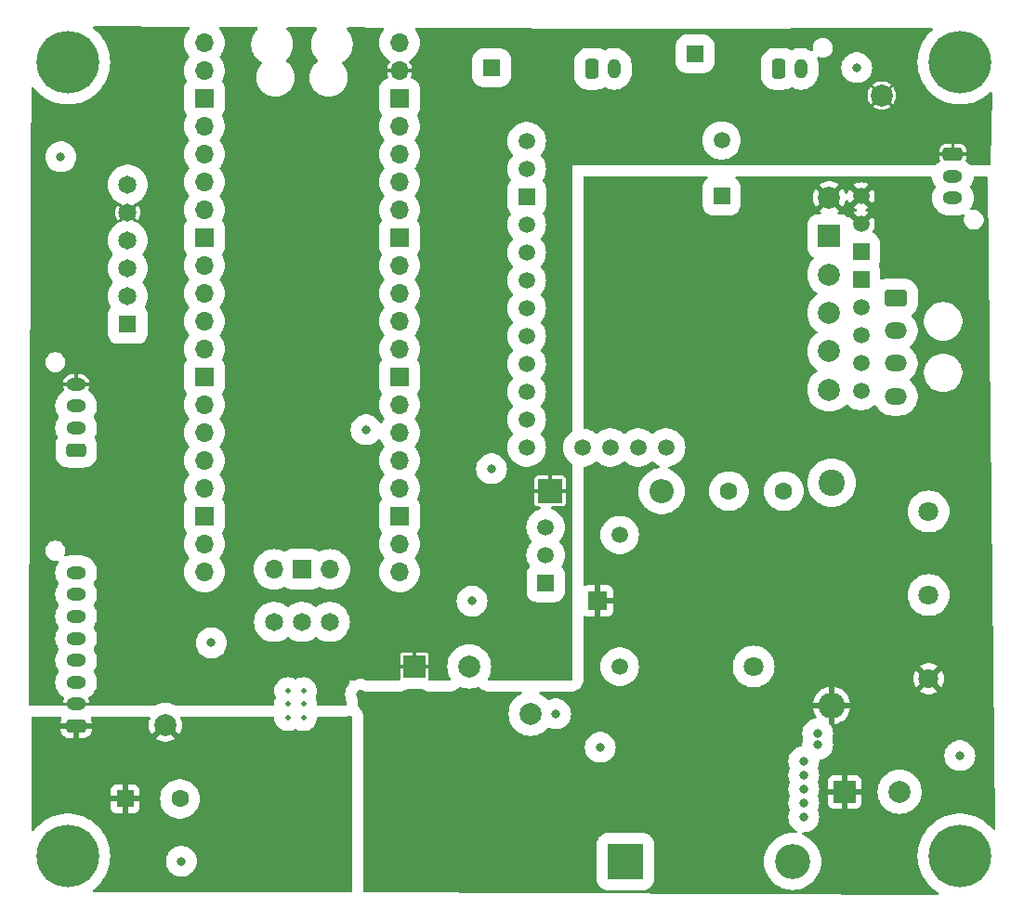
<source format=gbr>
%TF.GenerationSoftware,KiCad,Pcbnew,7.0.10*%
%TF.CreationDate,2024-03-28T21:50:04-04:00*%
%TF.ProjectId,WaveWise_PMIC,57617665-5769-4736-955f-504d49432e6b,rev?*%
%TF.SameCoordinates,Original*%
%TF.FileFunction,Copper,L2,Inr*%
%TF.FilePolarity,Positive*%
%FSLAX46Y46*%
G04 Gerber Fmt 4.6, Leading zero omitted, Abs format (unit mm)*
G04 Created by KiCad (PCBNEW 7.0.10) date 2024-03-28 21:50:04*
%MOMM*%
%LPD*%
G01*
G04 APERTURE LIST*
G04 Aperture macros list*
%AMRoundRect*
0 Rectangle with rounded corners*
0 $1 Rounding radius*
0 $2 $3 $4 $5 $6 $7 $8 $9 X,Y pos of 4 corners*
0 Add a 4 corners polygon primitive as box body*
4,1,4,$2,$3,$4,$5,$6,$7,$8,$9,$2,$3,0*
0 Add four circle primitives for the rounded corners*
1,1,$1+$1,$2,$3*
1,1,$1+$1,$4,$5*
1,1,$1+$1,$6,$7*
1,1,$1+$1,$8,$9*
0 Add four rect primitives between the rounded corners*
20,1,$1+$1,$2,$3,$4,$5,0*
20,1,$1+$1,$4,$5,$6,$7,0*
20,1,$1+$1,$6,$7,$8,$9,0*
20,1,$1+$1,$8,$9,$2,$3,0*%
G04 Aperture macros list end*
%TA.AperFunction,ComponentPad*%
%ADD10RoundRect,0.250000X-0.350000X-0.650000X0.350000X-0.650000X0.350000X0.650000X-0.350000X0.650000X0*%
%TD*%
%TA.AperFunction,ComponentPad*%
%ADD11O,1.200000X1.800000*%
%TD*%
%TA.AperFunction,ComponentPad*%
%ADD12RoundRect,0.250000X-0.650000X0.350000X-0.650000X-0.350000X0.650000X-0.350000X0.650000X0.350000X0*%
%TD*%
%TA.AperFunction,ComponentPad*%
%ADD13O,1.800000X1.200000*%
%TD*%
%TA.AperFunction,ComponentPad*%
%ADD14RoundRect,0.250000X0.650000X-0.350000X0.650000X0.350000X-0.650000X0.350000X-0.650000X-0.350000X0*%
%TD*%
%TA.AperFunction,ComponentPad*%
%ADD15O,2.020000X1.500000*%
%TD*%
%TA.AperFunction,ComponentPad*%
%ADD16RoundRect,0.250001X-0.759999X0.499999X-0.759999X-0.499999X0.759999X-0.499999X0.759999X0.499999X0*%
%TD*%
%TA.AperFunction,ComponentPad*%
%ADD17R,1.650000X1.650000*%
%TD*%
%TA.AperFunction,ComponentPad*%
%ADD18C,1.650000*%
%TD*%
%TA.AperFunction,ComponentPad*%
%ADD19R,1.500000X1.500000*%
%TD*%
%TA.AperFunction,ComponentPad*%
%ADD20C,1.500000*%
%TD*%
%TA.AperFunction,ComponentPad*%
%ADD21C,5.700000*%
%TD*%
%TA.AperFunction,ComponentPad*%
%ADD22R,2.000000X2.000000*%
%TD*%
%TA.AperFunction,ComponentPad*%
%ADD23C,2.000000*%
%TD*%
%TA.AperFunction,ComponentPad*%
%ADD24C,1.651000*%
%TD*%
%TA.AperFunction,ComponentPad*%
%ADD25C,2.400000*%
%TD*%
%TA.AperFunction,ComponentPad*%
%ADD26O,2.400000X2.400000*%
%TD*%
%TA.AperFunction,ComponentPad*%
%ADD27C,1.498600*%
%TD*%
%TA.AperFunction,ComponentPad*%
%ADD28C,1.803400*%
%TD*%
%TA.AperFunction,ComponentPad*%
%ADD29R,1.803400X1.803400*%
%TD*%
%TA.AperFunction,ComponentPad*%
%ADD30O,3.200000X3.200000*%
%TD*%
%TA.AperFunction,ComponentPad*%
%ADD31R,3.200000X3.200000*%
%TD*%
%TA.AperFunction,ComponentPad*%
%ADD32C,1.600000*%
%TD*%
%TA.AperFunction,ComponentPad*%
%ADD33R,2.200000X2.200000*%
%TD*%
%TA.AperFunction,ComponentPad*%
%ADD34O,2.200000X2.200000*%
%TD*%
%TA.AperFunction,ComponentPad*%
%ADD35C,0.500000*%
%TD*%
%TA.AperFunction,ComponentPad*%
%ADD36O,1.700000X1.700000*%
%TD*%
%TA.AperFunction,ComponentPad*%
%ADD37R,1.700000X1.700000*%
%TD*%
%TA.AperFunction,ComponentPad*%
%ADD38R,1.600000X1.600000*%
%TD*%
%TA.AperFunction,ViaPad*%
%ADD39C,0.800000*%
%TD*%
G04 APERTURE END LIST*
D10*
%TO.N,GND*%
%TO.C,J11*%
X102378000Y-55214000D03*
D11*
%TO.N,VBUS*%
X104378000Y-55214000D03*
%TD*%
D10*
%TO.N,GND*%
%TO.C,J10*%
X119396000Y-55214000D03*
D11*
%TO.N,+BATT*%
X121396000Y-55214000D03*
%TD*%
D12*
%TO.N,+5V*%
%TO.C,J9*%
X135255000Y-62992000D03*
D13*
%TO.N,GND*%
X135255000Y-64992000D03*
%TO.N,/Connectors/PWM_Servo*%
X135255000Y-66992000D03*
%TD*%
D14*
%TO.N,+24V*%
%TO.C,J8*%
X55372000Y-115157000D03*
D13*
%TO.N,+5V*%
X55372000Y-113157000D03*
%TO.N,/Connectors/SICO_TX*%
X55372000Y-111157000D03*
%TO.N,/Connectors/SICO_RX*%
X55372000Y-109157000D03*
%TO.N,/Connectors/SICO_PUMP_CONTROL*%
X55372000Y-107157000D03*
%TO.N,panel_sense*%
X55372000Y-105157000D03*
%TO.N,batt_sense*%
X55372000Y-103157000D03*
%TO.N,GND*%
X55372000Y-101157000D03*
%TD*%
D14*
%TO.N,GND*%
%TO.C,J6*%
X55372000Y-89974500D03*
D13*
%TO.N,/Connectors/rockblock_TX*%
X55372000Y-87974500D03*
%TO.N,/Connectors/rockblock_RX*%
X55372000Y-85974500D03*
%TO.N,+5V*%
X55372000Y-83974500D03*
%TD*%
D15*
%TO.N,/BOUT2*%
%TO.C,J5*%
X130048000Y-85090000D03*
%TO.N,/BOUT1*%
X130048000Y-82090000D03*
%TO.N,/AOUT2*%
X130048000Y-79090000D03*
D16*
%TO.N,/AOUT1*%
X130048000Y-76090000D03*
%TD*%
D17*
%TO.N,/Connectors/GPIO4*%
%TO.C,J2*%
X60071000Y-78486000D03*
D18*
%TO.N,/Connectors/GPIO3*%
X60071000Y-75946000D03*
%TO.N,/Connectors/GPIO2*%
X60071000Y-73406000D03*
%TO.N,/Connectors/GPIO1*%
X60071000Y-70866000D03*
%TO.N,+5V*%
X60071000Y-68326000D03*
%TO.N,GND*%
X60071000Y-65786000D03*
%TD*%
D19*
%TO.N,+48V*%
%TO.C,Q2*%
X98150000Y-102108000D03*
D20*
%TO.N,Net-(Q2-B)*%
X98150000Y-99568000D03*
%TO.N,Net-(D2-A)*%
X98150000Y-97028000D03*
%TD*%
D19*
%TO.N,/Connectors/Batt V Sense*%
%TO.C,BatteryV1*%
X111760000Y-53848000D03*
%TD*%
D21*
%TO.N,Net-(HE1-Pad1)*%
%TO.C,HE1*%
X54610000Y-127000000D03*
%TD*%
D22*
%TO.N,+5V*%
%TO.C,C6*%
X86186000Y-109728000D03*
D23*
%TO.N,GND*%
X91186000Y-109728000D03*
%TD*%
D24*
%TO.N,/Connectors/SWCLK*%
%TO.C,J3*%
X73406000Y-105664000D03*
%TO.N,GND*%
X75946000Y-105664000D03*
%TO.N,/Connectors/SWDIO*%
X78486000Y-105664000D03*
%TD*%
D25*
%TO.N,Net-(C2-Pad1)*%
%TO.C,R7*%
X124206000Y-92964000D03*
D26*
%TO.N,+48V*%
X124206000Y-113284000D03*
%TD*%
D27*
%TO.N,+5V*%
%TO.C,K1*%
X104902000Y-97728002D03*
D28*
%TO.N,/Inverter_Input*%
X117101198Y-109728000D03*
D27*
%TO.N,Net-(D2-A)*%
X104902000Y-109728000D03*
D29*
%TO.N,+48V*%
X102901999Y-103728001D03*
%TD*%
D23*
%TO.N,+24V*%
%TO.C,24V_1*%
X63500000Y-115062000D03*
%TD*%
D28*
%TO.N,+48V*%
%TO.C,J13*%
X133050000Y-110832900D03*
%TO.N,/Inverter_Input*%
X133050000Y-103212900D03*
%TO.N,GND*%
X133050000Y-95592900D03*
%TD*%
D30*
%TO.N,GND*%
%TO.C,D1*%
X120650000Y-127508000D03*
D31*
%TO.N,Net-(D1-K)*%
X105410000Y-127508000D03*
%TD*%
D21*
%TO.N,Net-(H4-Pad1)*%
%TO.C,H4*%
X135890000Y-127000000D03*
%TD*%
D32*
%TO.N,Net-(C2-Pad1)*%
%TO.C,C2*%
X119848000Y-93726000D03*
%TO.N,/Inverter_Input*%
X114848000Y-93726000D03*
%TD*%
D21*
%TO.N,Net-(H1-Pad1)*%
%TO.C,H1*%
X54610000Y-54610000D03*
%TD*%
D19*
%TO.N,/Connectors/Panel V Sense*%
%TO.C,PanelV1*%
X93218000Y-55118000D03*
%TD*%
D23*
%TO.N,GND*%
%TO.C,GND1*%
X96774000Y-114046000D03*
%TD*%
D33*
%TO.N,+5V*%
%TO.C,D2*%
X98552000Y-93726000D03*
D34*
%TO.N,Net-(D2-A)*%
X108712000Y-93726000D03*
%TD*%
D23*
%TO.N,+48V*%
%TO.C,U2*%
X123988500Y-66978200D03*
D20*
X126884100Y-66825800D03*
X126884100Y-69365800D03*
D23*
%TO.N,/AOUT1*%
X123988500Y-73978200D03*
D20*
X126884100Y-76985800D03*
D23*
%TO.N,/AOUT2*%
X123988500Y-77478200D03*
D20*
X126884100Y-79525800D03*
D23*
%TO.N,/BOUT1*%
X123988500Y-80978200D03*
D20*
X126884100Y-82065800D03*
D23*
%TO.N,/BOUT2*%
X123988500Y-84478200D03*
D20*
X126884100Y-84605800D03*
%TO.N,/PICO (BICO)/MOTOR_BEMF*%
X109129500Y-89762000D03*
%TO.N,/PICO (BICO)/MOTOR_STALL*%
X106589500Y-89762000D03*
%TO.N,unconnected-(U2-BIN2-Pad8)*%
X104049500Y-89762000D03*
%TO.N,unconnected-(U2-BIN1-Pad9)*%
X101509500Y-89762000D03*
%TO.N,/PICO (BICO)/MOTOR_FLT*%
X96429500Y-89762000D03*
%TO.N,/PICO (BICO)/MOTOR_RESET*%
X96429500Y-87222000D03*
%TO.N,/PICO (BICO)/MOTOR_SLP*%
X96429500Y-84682000D03*
%TO.N,/PICO (BICO)/MOTOR_SPI0_CSn*%
X96429500Y-82142000D03*
%TO.N,/PICO (BICO)/MOTOR_SPI0_SCK*%
X96429500Y-79602000D03*
%TO.N,/PICO (BICO)/MOTOR_SPI0_TX*%
X96429500Y-77062000D03*
%TO.N,/PICO (BICO)/MOTOR_SPI0_RX*%
X96429500Y-74522000D03*
%TO.N,/PICO (BICO)/MOTOR_DIR{slash}AIN2*%
X96429500Y-71982000D03*
%TO.N,/PICO (BICO)/MOTOR_STEP{slash}AIN1*%
X96429500Y-69442000D03*
%TO.N,/Pneumatic Control/ICREF*%
X96429500Y-64362000D03*
%TO.N,unconnected-(U2-V5(OUT)-Pad20)*%
X96429500Y-61822000D03*
%TO.N,unconnected-(U2-VM-Pad21)*%
X114184100Y-61745800D03*
D19*
%TO.N,GND*%
X96429500Y-66902000D03*
X114184100Y-66825800D03*
D22*
X123988500Y-70478200D03*
D19*
X126884100Y-71905800D03*
X126884100Y-74445800D03*
%TD*%
D21*
%TO.N,Net-(H2-Pad1)*%
%TO.C,H2*%
X135890000Y-54610000D03*
%TD*%
D35*
%TO.N,GND*%
%TO.C,IC1*%
X74676000Y-111957000D03*
X74676000Y-113157000D03*
X74676000Y-114357000D03*
X76076000Y-111957000D03*
X76076000Y-113157000D03*
X76076000Y-114357000D03*
%TD*%
D23*
%TO.N,GND*%
%TO.C,C1*%
X130394323Y-121158000D03*
D22*
%TO.N,+48V*%
X125394323Y-121158000D03*
%TD*%
D23*
%TO.N,+5V*%
%TO.C,5V1*%
X128778000Y-57658000D03*
%TD*%
D36*
%TO.N,/Connectors/SWDIO*%
%TO.C,U1*%
X78486000Y-100862000D03*
D37*
%TO.N,GND*%
X75946000Y-100862000D03*
D36*
%TO.N,/Connectors/SWCLK*%
X73406000Y-100862000D03*
%TO.N,unconnected-(U1-VBUS-Pad40)*%
X84836000Y-52832000D03*
%TO.N,+5V*%
X84836000Y-55372000D03*
D37*
%TO.N,GND*%
X84836000Y-57912000D03*
D36*
%TO.N,unconnected-(U1-3V3_EN-Pad37)*%
X84836000Y-60452000D03*
%TO.N,+3.3V*%
X84836000Y-62992000D03*
%TO.N,unconnected-(U1-ADC_VREF-Pad35)*%
X84836000Y-65532000D03*
%TO.N,/Connectors/Panel V Sense*%
X84836000Y-68072000D03*
D37*
%TO.N,GND*%
X84836000Y-70612000D03*
D36*
%TO.N,/Connectors/Batt V Sense*%
X84836000Y-73152000D03*
%TO.N,/PICO (BICO)/MOTOR_BEMF*%
X84836000Y-75692000D03*
%TO.N,unconnected-(U1-RUN-Pad30)*%
X84836000Y-78232000D03*
%TO.N,/PICO (BICO)/MOTOR_STALL*%
X84836000Y-80772000D03*
D37*
%TO.N,GND*%
X84836000Y-83312000D03*
D36*
%TO.N,/PICO (BICO)/MOTOR_STEP{slash}AIN1*%
X84836000Y-85852000D03*
%TO.N,/PICO (BICO)/MOTOR_DIR{slash}AIN2*%
X84836000Y-88392000D03*
%TO.N,/PICO (BICO)/MOTOR_SPI0_TX*%
X84836000Y-90932000D03*
%TO.N,/PICO (BICO)/MOTOR_SPI0_SCK*%
X84836000Y-93472000D03*
D37*
%TO.N,GND*%
X84836000Y-96012000D03*
D36*
%TO.N,/PICO (BICO)/MOTOR_SPI0_CSn*%
X84836000Y-98552000D03*
%TO.N,/PICO (BICO)/MOTOR_SPI0_RX*%
X84836000Y-101092000D03*
%TO.N,/PICO (BICO)/MOTOR_FLT*%
X67056000Y-101092000D03*
%TO.N,/PICO (BICO)/MOTOR_RESET*%
X67056000Y-98552000D03*
D37*
%TO.N,GND*%
X67056000Y-96012000D03*
D36*
%TO.N,/PICO (BICO)/MOTOR_SLP*%
X67056000Y-93472000D03*
%TO.N,unconnected-(U1-GPIO12-Pad16)*%
X67056000Y-90932000D03*
%TO.N,unconnected-(U1-GPIO11-Pad15)*%
X67056000Y-88392000D03*
%TO.N,unconnected-(U1-GPIO10-Pad14)*%
X67056000Y-85852000D03*
D37*
%TO.N,GND*%
X67056000Y-83312000D03*
D36*
%TO.N,/Connectors/GPIO4*%
X67056000Y-80772000D03*
%TO.N,/Connectors/GPIO3*%
X67056000Y-78232000D03*
%TO.N,/Connectors/GPIO2*%
X67056000Y-75692000D03*
%TO.N,/Connectors/GPIO1*%
X67056000Y-73152000D03*
D37*
%TO.N,GND*%
X67056000Y-70612000D03*
D36*
%TO.N,/PICO (BICO)/BICO_PUMP_CTRL*%
X67056000Y-68072000D03*
%TO.N,/Connectors/PWM_Servo*%
X67056000Y-65532000D03*
%TO.N,/Connectors/PANEL_SENSE_DIO*%
X67056000Y-62992000D03*
%TO.N,/Connectors/BATT_SENSE_DIO*%
X67056000Y-60452000D03*
D37*
%TO.N,GND*%
X67056000Y-57912000D03*
D36*
%TO.N,/Connectors/BICO_UART_RX*%
X67056000Y-55372000D03*
%TO.N,/Connectors/BICO_UART_TX*%
X67056000Y-52832000D03*
%TD*%
D38*
%TO.N,+24V*%
%TO.C,C9*%
X59827349Y-121793000D03*
D32*
%TO.N,GND*%
X64827349Y-121793000D03*
%TD*%
D39*
%TO.N,/PUMP_CONTROL*%
X91440000Y-103759000D03*
X67691000Y-107569000D03*
%TO.N,+48V*%
X81280000Y-112268000D03*
%TO.N,GND*%
X126492000Y-55118000D03*
X99060000Y-114046000D03*
X121666000Y-122174000D03*
X93218000Y-91694000D03*
X121666000Y-123444000D03*
X121666000Y-118364000D03*
X53975000Y-63246000D03*
X64956276Y-127480334D03*
X122936000Y-116840000D03*
X121666000Y-120904000D03*
X122936000Y-115824000D03*
X135890000Y-117856000D03*
X121666000Y-119634000D03*
%TO.N,+24V*%
X73406000Y-129794000D03*
%TO.N,Net-(D1-K)*%
X103124000Y-117094000D03*
%TO.N,+5V*%
X130810000Y-55245000D03*
%TO.N,/PICO (BICO)/BICO_PUMP_CTRL*%
X81788000Y-88138000D03*
%TD*%
%TA.AperFunction,Conductor*%
%TO.N,+5V*%
G36*
X65599535Y-51372667D02*
G01*
X65666480Y-51392654D01*
X65711995Y-51445664D01*
X65721626Y-51514867D01*
X65692314Y-51578291D01*
X65686651Y-51584345D01*
X65653923Y-51617073D01*
X65653906Y-51617092D01*
X65495285Y-51828986D01*
X65495280Y-51828994D01*
X65368428Y-52061305D01*
X65368426Y-52061309D01*
X65275921Y-52309326D01*
X65219658Y-52567965D01*
X65219657Y-52567972D01*
X65200773Y-52831998D01*
X65200773Y-52832001D01*
X65219657Y-53096027D01*
X65219658Y-53096034D01*
X65275921Y-53354673D01*
X65368427Y-53602692D01*
X65495280Y-53835005D01*
X65495285Y-53835013D01*
X65639520Y-54027690D01*
X65663937Y-54093155D01*
X65649085Y-54161427D01*
X65639520Y-54176310D01*
X65495285Y-54368986D01*
X65495280Y-54368994D01*
X65368428Y-54601305D01*
X65368426Y-54601309D01*
X65275921Y-54849326D01*
X65219658Y-55107965D01*
X65219657Y-55107972D01*
X65200773Y-55371998D01*
X65200773Y-55372001D01*
X65219657Y-55636027D01*
X65219658Y-55636034D01*
X65275921Y-55894673D01*
X65368426Y-56142690D01*
X65368428Y-56142694D01*
X65447282Y-56287102D01*
X65462134Y-56355374D01*
X65437718Y-56420839D01*
X65434552Y-56424889D01*
X65366305Y-56508587D01*
X65272089Y-56688954D01*
X65216114Y-56884583D01*
X65216113Y-56884586D01*
X65205500Y-57003966D01*
X65205500Y-58820028D01*
X65205501Y-58820034D01*
X65216113Y-58939415D01*
X65272089Y-59135045D01*
X65272090Y-59135047D01*
X65272091Y-59135049D01*
X65366302Y-59315407D01*
X65366304Y-59315409D01*
X65434551Y-59399108D01*
X65461660Y-59463505D01*
X65449651Y-59532334D01*
X65447282Y-59536895D01*
X65368426Y-59681309D01*
X65275921Y-59929326D01*
X65219658Y-60187965D01*
X65219657Y-60187972D01*
X65200773Y-60451998D01*
X65200773Y-60452001D01*
X65219657Y-60716027D01*
X65219658Y-60716034D01*
X65275921Y-60974673D01*
X65368426Y-61222690D01*
X65368428Y-61222694D01*
X65495280Y-61455005D01*
X65495285Y-61455013D01*
X65639520Y-61647690D01*
X65663937Y-61713155D01*
X65649085Y-61781427D01*
X65639520Y-61796310D01*
X65495285Y-61988986D01*
X65495280Y-61988994D01*
X65368428Y-62221305D01*
X65368426Y-62221309D01*
X65275921Y-62469326D01*
X65219658Y-62727965D01*
X65219657Y-62727972D01*
X65200773Y-62991998D01*
X65200773Y-62992001D01*
X65219657Y-63256027D01*
X65219658Y-63256034D01*
X65275921Y-63514673D01*
X65368426Y-63762690D01*
X65368428Y-63762694D01*
X65495280Y-63995005D01*
X65495285Y-63995013D01*
X65639520Y-64187690D01*
X65663937Y-64253155D01*
X65649085Y-64321427D01*
X65639520Y-64336310D01*
X65495285Y-64528986D01*
X65495280Y-64528994D01*
X65368428Y-64761305D01*
X65368426Y-64761309D01*
X65275921Y-65009326D01*
X65219658Y-65267965D01*
X65219657Y-65267972D01*
X65200773Y-65531998D01*
X65200773Y-65532001D01*
X65219657Y-65796027D01*
X65219658Y-65796034D01*
X65275921Y-66054673D01*
X65368426Y-66302690D01*
X65368428Y-66302694D01*
X65495280Y-66535005D01*
X65495285Y-66535013D01*
X65639520Y-66727690D01*
X65663937Y-66793155D01*
X65649085Y-66861427D01*
X65639520Y-66876310D01*
X65495285Y-67068986D01*
X65495280Y-67068994D01*
X65368428Y-67301305D01*
X65368426Y-67301309D01*
X65275921Y-67549326D01*
X65219658Y-67807965D01*
X65219657Y-67807972D01*
X65200773Y-68071998D01*
X65200773Y-68072001D01*
X65219657Y-68336027D01*
X65219658Y-68336034D01*
X65275921Y-68594673D01*
X65368426Y-68842690D01*
X65368428Y-68842694D01*
X65447282Y-68987102D01*
X65462134Y-69055374D01*
X65437718Y-69120839D01*
X65434552Y-69124889D01*
X65366305Y-69208587D01*
X65272089Y-69388954D01*
X65216114Y-69584583D01*
X65216113Y-69584586D01*
X65212888Y-69620863D01*
X65205531Y-69703620D01*
X65205500Y-69703966D01*
X65205500Y-71520028D01*
X65205501Y-71520034D01*
X65216113Y-71639415D01*
X65272089Y-71835045D01*
X65272090Y-71835047D01*
X65272091Y-71835049D01*
X65366302Y-72015407D01*
X65401592Y-72058687D01*
X65434551Y-72099108D01*
X65461660Y-72163505D01*
X65449651Y-72232334D01*
X65447282Y-72236895D01*
X65368426Y-72381309D01*
X65275921Y-72629326D01*
X65219658Y-72887965D01*
X65219657Y-72887972D01*
X65200773Y-73151998D01*
X65200773Y-73152001D01*
X65219657Y-73416027D01*
X65219658Y-73416034D01*
X65275921Y-73674673D01*
X65368426Y-73922690D01*
X65368428Y-73922694D01*
X65495280Y-74155005D01*
X65495285Y-74155013D01*
X65639520Y-74347690D01*
X65663937Y-74413155D01*
X65649085Y-74481427D01*
X65639520Y-74496310D01*
X65495285Y-74688986D01*
X65495280Y-74688994D01*
X65368428Y-74921305D01*
X65368426Y-74921309D01*
X65275921Y-75169326D01*
X65219658Y-75427965D01*
X65219657Y-75427972D01*
X65200773Y-75691998D01*
X65200773Y-75692001D01*
X65219657Y-75956027D01*
X65219658Y-75956034D01*
X65275921Y-76214673D01*
X65368426Y-76462690D01*
X65368428Y-76462694D01*
X65495280Y-76695005D01*
X65495285Y-76695013D01*
X65639520Y-76887690D01*
X65663937Y-76953155D01*
X65649085Y-77021427D01*
X65639520Y-77036310D01*
X65495285Y-77228986D01*
X65495280Y-77228994D01*
X65368428Y-77461305D01*
X65368426Y-77461309D01*
X65275921Y-77709326D01*
X65219658Y-77967965D01*
X65219657Y-77967972D01*
X65200773Y-78231998D01*
X65200773Y-78232001D01*
X65219657Y-78496027D01*
X65219658Y-78496034D01*
X65275921Y-78754673D01*
X65368426Y-79002690D01*
X65368428Y-79002694D01*
X65495280Y-79235005D01*
X65495285Y-79235013D01*
X65639520Y-79427690D01*
X65663937Y-79493155D01*
X65649085Y-79561427D01*
X65639520Y-79576310D01*
X65495285Y-79768986D01*
X65495280Y-79768994D01*
X65368428Y-80001305D01*
X65368426Y-80001309D01*
X65275921Y-80249326D01*
X65219658Y-80507965D01*
X65219657Y-80507972D01*
X65200773Y-80771998D01*
X65200773Y-80772001D01*
X65219657Y-81036027D01*
X65219658Y-81036034D01*
X65275921Y-81294673D01*
X65368426Y-81542690D01*
X65368428Y-81542694D01*
X65447282Y-81687102D01*
X65462134Y-81755374D01*
X65437718Y-81820839D01*
X65434552Y-81824889D01*
X65366305Y-81908587D01*
X65272089Y-82088954D01*
X65216114Y-82284583D01*
X65216113Y-82284586D01*
X65208607Y-82369016D01*
X65205531Y-82403620D01*
X65205500Y-82403966D01*
X65205500Y-84220028D01*
X65205501Y-84220034D01*
X65216113Y-84339415D01*
X65272089Y-84535045D01*
X65272090Y-84535047D01*
X65272091Y-84535049D01*
X65366302Y-84715407D01*
X65366304Y-84715409D01*
X65434551Y-84799108D01*
X65461660Y-84863505D01*
X65449651Y-84932334D01*
X65447282Y-84936895D01*
X65368426Y-85081309D01*
X65275921Y-85329326D01*
X65219658Y-85587965D01*
X65219657Y-85587972D01*
X65200773Y-85851998D01*
X65200773Y-85852001D01*
X65219657Y-86116027D01*
X65219658Y-86116034D01*
X65275921Y-86374673D01*
X65368426Y-86622690D01*
X65368428Y-86622694D01*
X65495280Y-86855005D01*
X65495285Y-86855013D01*
X65639520Y-87047690D01*
X65663937Y-87113155D01*
X65649085Y-87181427D01*
X65639520Y-87196310D01*
X65495285Y-87388986D01*
X65495280Y-87388994D01*
X65368428Y-87621305D01*
X65368426Y-87621309D01*
X65275921Y-87869326D01*
X65219658Y-88127965D01*
X65219657Y-88127972D01*
X65200773Y-88391998D01*
X65200773Y-88392001D01*
X65219657Y-88656027D01*
X65219658Y-88656034D01*
X65275921Y-88914673D01*
X65368426Y-89162690D01*
X65368428Y-89162694D01*
X65495280Y-89395005D01*
X65495285Y-89395013D01*
X65639520Y-89587690D01*
X65663937Y-89653155D01*
X65649085Y-89721427D01*
X65639520Y-89736310D01*
X65495285Y-89928986D01*
X65495280Y-89928994D01*
X65368428Y-90161305D01*
X65368426Y-90161309D01*
X65275921Y-90409326D01*
X65219658Y-90667965D01*
X65219657Y-90667972D01*
X65200773Y-90931998D01*
X65200773Y-90932001D01*
X65219657Y-91196027D01*
X65219658Y-91196034D01*
X65275921Y-91454673D01*
X65368426Y-91702690D01*
X65368428Y-91702694D01*
X65495280Y-91935005D01*
X65495285Y-91935013D01*
X65639520Y-92127690D01*
X65663937Y-92193155D01*
X65649085Y-92261427D01*
X65639520Y-92276310D01*
X65495285Y-92468986D01*
X65495280Y-92468994D01*
X65368428Y-92701305D01*
X65368426Y-92701309D01*
X65275921Y-92949326D01*
X65219658Y-93207965D01*
X65219657Y-93207972D01*
X65200773Y-93471998D01*
X65200773Y-93472001D01*
X65219657Y-93736027D01*
X65219658Y-93736034D01*
X65275921Y-93994673D01*
X65368426Y-94242690D01*
X65368428Y-94242694D01*
X65447282Y-94387102D01*
X65462134Y-94455374D01*
X65437718Y-94520839D01*
X65434552Y-94524889D01*
X65366305Y-94608587D01*
X65272089Y-94788954D01*
X65216114Y-94984583D01*
X65216113Y-94984586D01*
X65214878Y-94998479D01*
X65207828Y-95077785D01*
X65205500Y-95103966D01*
X65205500Y-96920028D01*
X65205501Y-96920034D01*
X65216113Y-97039415D01*
X65272089Y-97235045D01*
X65272090Y-97235047D01*
X65272091Y-97235049D01*
X65366302Y-97415407D01*
X65366304Y-97415409D01*
X65434551Y-97499108D01*
X65461660Y-97563505D01*
X65449651Y-97632334D01*
X65447282Y-97636895D01*
X65368426Y-97781309D01*
X65275921Y-98029326D01*
X65219658Y-98287965D01*
X65219657Y-98287972D01*
X65200773Y-98551998D01*
X65200773Y-98552001D01*
X65219657Y-98816027D01*
X65219658Y-98816034D01*
X65275921Y-99074673D01*
X65368426Y-99322690D01*
X65368428Y-99322694D01*
X65495280Y-99555005D01*
X65495285Y-99555013D01*
X65639520Y-99747690D01*
X65663937Y-99813155D01*
X65649085Y-99881427D01*
X65639520Y-99896310D01*
X65495285Y-100088986D01*
X65495280Y-100088994D01*
X65368428Y-100321305D01*
X65368426Y-100321309D01*
X65275921Y-100569326D01*
X65219658Y-100827965D01*
X65219657Y-100827972D01*
X65200773Y-101091998D01*
X65200773Y-101092001D01*
X65219657Y-101356027D01*
X65219658Y-101356034D01*
X65275921Y-101614673D01*
X65368426Y-101862690D01*
X65368428Y-101862694D01*
X65495280Y-102095005D01*
X65495285Y-102095013D01*
X65653906Y-102306907D01*
X65653922Y-102306925D01*
X65841074Y-102494077D01*
X65841092Y-102494093D01*
X66052986Y-102652714D01*
X66052994Y-102652719D01*
X66285305Y-102779571D01*
X66285309Y-102779573D01*
X66285311Y-102779574D01*
X66533322Y-102872077D01*
X66533325Y-102872077D01*
X66533326Y-102872078D01*
X66688584Y-102905852D01*
X66791974Y-102928343D01*
X67035660Y-102945772D01*
X67055999Y-102947227D01*
X67056000Y-102947227D01*
X67056001Y-102947227D01*
X67074885Y-102945876D01*
X67320026Y-102928343D01*
X67578678Y-102872077D01*
X67826689Y-102779574D01*
X68059011Y-102652716D01*
X68270915Y-102494087D01*
X68458087Y-102306915D01*
X68616716Y-102095011D01*
X68743574Y-101862689D01*
X68836077Y-101614678D01*
X68892343Y-101356026D01*
X68911227Y-101092000D01*
X68894777Y-100862001D01*
X71550773Y-100862001D01*
X71569657Y-101126027D01*
X71569658Y-101126034D01*
X71625921Y-101384673D01*
X71718426Y-101632690D01*
X71718428Y-101632694D01*
X71845280Y-101865005D01*
X71845285Y-101865013D01*
X72003906Y-102076907D01*
X72003922Y-102076925D01*
X72191074Y-102264077D01*
X72191092Y-102264093D01*
X72402986Y-102422714D01*
X72402994Y-102422719D01*
X72635305Y-102549571D01*
X72635309Y-102549573D01*
X72635311Y-102549574D01*
X72883322Y-102642077D01*
X72883325Y-102642077D01*
X72883326Y-102642078D01*
X73037513Y-102675619D01*
X73141974Y-102698343D01*
X73385660Y-102715772D01*
X73405999Y-102717227D01*
X73406000Y-102717227D01*
X73406001Y-102717227D01*
X73424885Y-102715876D01*
X73670026Y-102698343D01*
X73928678Y-102642077D01*
X74176689Y-102549574D01*
X74321103Y-102470716D01*
X74389374Y-102455865D01*
X74454839Y-102480281D01*
X74458891Y-102483447D01*
X74542593Y-102551698D01*
X74722951Y-102645909D01*
X74722953Y-102645909D01*
X74722954Y-102645910D01*
X74742355Y-102651461D01*
X74918582Y-102701886D01*
X75037963Y-102712500D01*
X76854036Y-102712499D01*
X76973418Y-102701886D01*
X77169049Y-102645909D01*
X77349407Y-102551698D01*
X77433109Y-102483446D01*
X77497503Y-102456338D01*
X77566333Y-102468347D01*
X77570896Y-102470717D01*
X77715305Y-102549571D01*
X77715309Y-102549573D01*
X77715311Y-102549574D01*
X77963322Y-102642077D01*
X77963325Y-102642077D01*
X77963326Y-102642078D01*
X78117513Y-102675619D01*
X78221974Y-102698343D01*
X78465660Y-102715772D01*
X78485999Y-102717227D01*
X78486000Y-102717227D01*
X78486001Y-102717227D01*
X78504885Y-102715876D01*
X78750026Y-102698343D01*
X79008678Y-102642077D01*
X79256689Y-102549574D01*
X79489011Y-102422716D01*
X79700915Y-102264087D01*
X79888087Y-102076915D01*
X80046716Y-101865011D01*
X80173574Y-101632689D01*
X80266077Y-101384678D01*
X80322343Y-101126026D01*
X80341227Y-100862000D01*
X80322343Y-100597974D01*
X80266077Y-100339322D01*
X80173574Y-100091311D01*
X80172304Y-100088986D01*
X80046719Y-99858994D01*
X80046714Y-99858986D01*
X79888093Y-99647092D01*
X79888077Y-99647074D01*
X79700925Y-99459922D01*
X79700907Y-99459906D01*
X79489013Y-99301285D01*
X79489005Y-99301280D01*
X79256694Y-99174428D01*
X79256690Y-99174426D01*
X79008673Y-99081921D01*
X78750034Y-99025658D01*
X78750027Y-99025657D01*
X78486001Y-99006773D01*
X78485999Y-99006773D01*
X78221972Y-99025657D01*
X78221965Y-99025658D01*
X77963326Y-99081921D01*
X77715309Y-99174426D01*
X77570895Y-99253282D01*
X77502622Y-99268133D01*
X77437158Y-99243716D01*
X77433108Y-99240551D01*
X77352014Y-99174428D01*
X77349407Y-99172302D01*
X77169049Y-99078091D01*
X77169048Y-99078090D01*
X77169045Y-99078089D01*
X77051829Y-99044550D01*
X76973418Y-99022114D01*
X76973415Y-99022113D01*
X76973413Y-99022113D01*
X76907102Y-99016217D01*
X76854037Y-99011500D01*
X76854032Y-99011500D01*
X75037971Y-99011500D01*
X75037965Y-99011500D01*
X75037964Y-99011501D01*
X75026316Y-99012536D01*
X74918584Y-99022113D01*
X74722954Y-99078089D01*
X74542587Y-99172305D01*
X74458889Y-99240552D01*
X74394493Y-99267661D01*
X74325663Y-99255651D01*
X74321102Y-99253282D01*
X74303583Y-99243716D01*
X74290279Y-99236451D01*
X74176694Y-99174428D01*
X74176690Y-99174426D01*
X73928673Y-99081921D01*
X73670034Y-99025658D01*
X73670027Y-99025657D01*
X73406001Y-99006773D01*
X73405999Y-99006773D01*
X73141972Y-99025657D01*
X73141965Y-99025658D01*
X72883326Y-99081921D01*
X72635309Y-99174426D01*
X72635305Y-99174428D01*
X72402994Y-99301280D01*
X72402986Y-99301285D01*
X72191092Y-99459906D01*
X72191074Y-99459922D01*
X72003922Y-99647074D01*
X72003906Y-99647092D01*
X71845285Y-99858986D01*
X71845280Y-99858994D01*
X71718428Y-100091305D01*
X71718426Y-100091309D01*
X71625921Y-100339326D01*
X71569658Y-100597965D01*
X71569657Y-100597972D01*
X71550773Y-100861998D01*
X71550773Y-100862001D01*
X68894777Y-100862001D01*
X68892343Y-100827974D01*
X68842310Y-100597974D01*
X68836078Y-100569326D01*
X68831427Y-100556857D01*
X68743574Y-100321311D01*
X68695152Y-100232634D01*
X68616719Y-100088994D01*
X68616714Y-100088986D01*
X68472479Y-99896310D01*
X68448062Y-99830846D01*
X68462914Y-99762573D01*
X68472479Y-99747690D01*
X68575754Y-99609730D01*
X68616716Y-99555011D01*
X68743574Y-99322689D01*
X68836077Y-99074678D01*
X68892343Y-98816026D01*
X68911227Y-98552000D01*
X68892343Y-98287974D01*
X68836077Y-98029322D01*
X68743574Y-97781311D01*
X68664717Y-97636896D01*
X68649865Y-97568624D01*
X68674282Y-97503159D01*
X68677426Y-97499134D01*
X68745698Y-97415407D01*
X68839909Y-97235049D01*
X68895886Y-97039418D01*
X68906500Y-96920037D01*
X68906499Y-95103964D01*
X68895886Y-94984582D01*
X68839909Y-94788951D01*
X68745698Y-94608593D01*
X68677447Y-94524890D01*
X68650338Y-94460494D01*
X68662347Y-94391664D01*
X68664706Y-94387122D01*
X68743574Y-94242689D01*
X68836077Y-93994678D01*
X68892343Y-93736026D01*
X68911227Y-93472000D01*
X68892343Y-93207974D01*
X68836077Y-92949322D01*
X68743574Y-92701311D01*
X68664857Y-92557153D01*
X68616719Y-92468994D01*
X68616714Y-92468986D01*
X68472479Y-92276310D01*
X68448062Y-92210846D01*
X68462914Y-92142573D01*
X68472479Y-92127690D01*
X68534263Y-92045155D01*
X68616716Y-91935011D01*
X68743574Y-91702689D01*
X68836077Y-91454678D01*
X68892343Y-91196026D01*
X68911227Y-90932000D01*
X68892343Y-90667974D01*
X68836077Y-90409322D01*
X68743574Y-90161311D01*
X68668391Y-90023625D01*
X68616719Y-89928994D01*
X68616714Y-89928986D01*
X68472479Y-89736310D01*
X68448062Y-89670846D01*
X68462914Y-89602573D01*
X68472479Y-89587690D01*
X68591956Y-89428086D01*
X68616716Y-89395011D01*
X68743574Y-89162689D01*
X68836077Y-88914678D01*
X68892343Y-88656026D01*
X68911227Y-88392000D01*
X68911052Y-88389559D01*
X68899329Y-88225651D01*
X68892343Y-88127974D01*
X68858957Y-87974500D01*
X68836078Y-87869326D01*
X68787626Y-87739421D01*
X68743574Y-87621311D01*
X68668391Y-87483625D01*
X68616719Y-87388994D01*
X68616714Y-87388986D01*
X68472479Y-87196310D01*
X68448062Y-87130846D01*
X68462914Y-87062573D01*
X68472479Y-87047690D01*
X68575769Y-86909710D01*
X68616716Y-86855011D01*
X68743574Y-86622689D01*
X68836077Y-86374678D01*
X68892343Y-86116026D01*
X68911227Y-85852000D01*
X68892343Y-85587974D01*
X68836077Y-85329322D01*
X68743574Y-85081311D01*
X68668388Y-84943620D01*
X68664717Y-84936896D01*
X68649865Y-84868624D01*
X68674282Y-84803159D01*
X68677426Y-84799134D01*
X68745698Y-84715407D01*
X68839909Y-84535049D01*
X68895886Y-84339418D01*
X68906500Y-84220037D01*
X68906499Y-82403964D01*
X68895886Y-82284582D01*
X68839909Y-82088951D01*
X68745698Y-81908593D01*
X68677447Y-81824890D01*
X68650338Y-81760494D01*
X68662347Y-81691664D01*
X68664706Y-81687122D01*
X68743574Y-81542689D01*
X68836077Y-81294678D01*
X68892343Y-81036026D01*
X68911227Y-80772000D01*
X68892343Y-80507974D01*
X68849603Y-80311499D01*
X68836078Y-80249326D01*
X68811891Y-80184479D01*
X68743574Y-80001311D01*
X68668818Y-79864407D01*
X68616719Y-79768994D01*
X68616714Y-79768986D01*
X68472479Y-79576310D01*
X68448062Y-79510846D01*
X68462914Y-79442573D01*
X68472479Y-79427690D01*
X68542255Y-79334479D01*
X68616716Y-79235011D01*
X68743574Y-79002689D01*
X68836077Y-78754678D01*
X68892343Y-78496026D01*
X68911227Y-78232000D01*
X68892343Y-77967974D01*
X68856498Y-77803195D01*
X68836078Y-77709326D01*
X68834265Y-77704466D01*
X68743574Y-77461311D01*
X68707176Y-77394654D01*
X68616719Y-77228994D01*
X68616714Y-77228986D01*
X68472479Y-77036310D01*
X68448062Y-76970846D01*
X68462914Y-76902573D01*
X68472479Y-76887690D01*
X68582833Y-76740273D01*
X68616716Y-76695011D01*
X68743574Y-76462689D01*
X68836077Y-76214678D01*
X68892343Y-75956026D01*
X68911227Y-75692000D01*
X68909879Y-75673159D01*
X68908525Y-75654230D01*
X68892343Y-75427974D01*
X68836077Y-75169322D01*
X68743574Y-74921311D01*
X68683536Y-74811361D01*
X68616719Y-74688994D01*
X68616714Y-74688986D01*
X68472479Y-74496310D01*
X68448062Y-74430846D01*
X68462914Y-74362573D01*
X68472479Y-74347690D01*
X68582831Y-74200276D01*
X68616716Y-74155011D01*
X68743574Y-73922689D01*
X68836077Y-73674678D01*
X68892343Y-73416026D01*
X68911227Y-73152000D01*
X68909879Y-73133159D01*
X68898271Y-72970857D01*
X68892343Y-72887974D01*
X68836077Y-72629322D01*
X68743574Y-72381311D01*
X68668388Y-72243620D01*
X68664717Y-72236896D01*
X68649865Y-72168624D01*
X68674282Y-72103159D01*
X68677426Y-72099134D01*
X68745698Y-72015407D01*
X68839909Y-71835049D01*
X68895886Y-71639418D01*
X68906500Y-71520037D01*
X68906499Y-69703964D01*
X68895886Y-69584582D01*
X68839909Y-69388951D01*
X68745698Y-69208593D01*
X68677447Y-69124890D01*
X68650338Y-69060494D01*
X68662347Y-68991664D01*
X68664706Y-68987122D01*
X68743574Y-68842689D01*
X68836077Y-68594678D01*
X68892343Y-68336026D01*
X68911227Y-68072000D01*
X68892343Y-67807974D01*
X68836077Y-67549322D01*
X68743574Y-67301311D01*
X68722997Y-67263628D01*
X68616719Y-67068994D01*
X68616714Y-67068986D01*
X68472479Y-66876310D01*
X68448062Y-66810846D01*
X68462914Y-66742573D01*
X68472479Y-66727690D01*
X68594888Y-66564170D01*
X68616716Y-66535011D01*
X68743574Y-66302689D01*
X68836077Y-66054678D01*
X68892343Y-65796026D01*
X68911227Y-65532000D01*
X68909879Y-65513159D01*
X68906253Y-65462461D01*
X68892343Y-65267974D01*
X68867513Y-65153833D01*
X68836078Y-65009326D01*
X68829990Y-64993004D01*
X68743574Y-64761311D01*
X68732402Y-64740852D01*
X68616719Y-64528994D01*
X68616714Y-64528986D01*
X68472479Y-64336310D01*
X68448062Y-64270846D01*
X68462914Y-64202573D01*
X68472479Y-64187690D01*
X68551653Y-64081925D01*
X68616716Y-63995011D01*
X68743574Y-63762689D01*
X68836077Y-63514678D01*
X68892343Y-63256026D01*
X68911227Y-62992000D01*
X68892343Y-62727974D01*
X68836077Y-62469322D01*
X68743574Y-62221311D01*
X68738537Y-62212087D01*
X68616719Y-61988994D01*
X68616714Y-61988986D01*
X68472479Y-61796310D01*
X68448062Y-61730846D01*
X68462914Y-61662573D01*
X68472479Y-61647690D01*
X68594888Y-61484170D01*
X68616716Y-61455011D01*
X68743574Y-61222689D01*
X68836077Y-60974678D01*
X68892343Y-60716026D01*
X68911227Y-60452000D01*
X68892343Y-60187974D01*
X68875513Y-60110606D01*
X68836078Y-59929326D01*
X68743573Y-59681309D01*
X68743571Y-59681305D01*
X68664717Y-59536896D01*
X68649865Y-59468624D01*
X68674282Y-59403159D01*
X68677426Y-59399134D01*
X68745698Y-59315407D01*
X68839909Y-59135049D01*
X68895886Y-58939418D01*
X68906500Y-58820037D01*
X68906499Y-57003964D01*
X68895886Y-56884582D01*
X68842159Y-56696814D01*
X68839910Y-56688954D01*
X68839909Y-56688953D01*
X68839909Y-56688951D01*
X68745698Y-56508593D01*
X68677447Y-56424890D01*
X68650338Y-56360494D01*
X68662347Y-56291664D01*
X68664706Y-56287122D01*
X68743574Y-56142689D01*
X68836077Y-55894678D01*
X68892343Y-55636026D01*
X68911227Y-55372000D01*
X68892343Y-55107974D01*
X68869539Y-55003143D01*
X68836078Y-54849326D01*
X68834742Y-54845745D01*
X68743574Y-54601311D01*
X68740671Y-54595995D01*
X68616719Y-54368994D01*
X68616714Y-54368986D01*
X68472479Y-54176310D01*
X68448062Y-54110846D01*
X68462914Y-54042573D01*
X68472479Y-54027690D01*
X68556388Y-53915600D01*
X68616716Y-53835011D01*
X68743574Y-53602689D01*
X68836077Y-53354678D01*
X68892343Y-53096026D01*
X68911227Y-52832000D01*
X68892343Y-52567974D01*
X68836077Y-52309322D01*
X68743574Y-52061311D01*
X68709689Y-51999256D01*
X68616719Y-51828994D01*
X68616714Y-51828986D01*
X68458093Y-51617092D01*
X68458077Y-51617074D01*
X68438595Y-51597592D01*
X68405110Y-51536269D01*
X68410094Y-51466577D01*
X68451966Y-51410644D01*
X68517430Y-51386227D01*
X68526803Y-51385913D01*
X71795110Y-51400701D01*
X71862058Y-51420689D01*
X71907573Y-51473699D01*
X71917204Y-51542902D01*
X71887892Y-51606326D01*
X71883813Y-51610767D01*
X71865653Y-51629602D01*
X71864070Y-51631215D01*
X71781039Y-51714248D01*
X71781029Y-51714258D01*
X71781026Y-51714261D01*
X71781020Y-51714269D01*
X71775213Y-51722026D01*
X71765223Y-51733770D01*
X71756279Y-51743046D01*
X71688075Y-51838377D01*
X71686497Y-51840533D01*
X71618112Y-51931887D01*
X71611843Y-51943369D01*
X71603862Y-51956088D01*
X71594408Y-51969302D01*
X71542333Y-52070587D01*
X71540893Y-52073304D01*
X71491321Y-52164091D01*
X71487826Y-52170491D01*
X71482074Y-52185910D01*
X71476179Y-52199255D01*
X71467204Y-52216714D01*
X71431522Y-52321302D01*
X71430347Y-52324594D01*
X71399425Y-52407504D01*
X71392825Y-52425199D01*
X71391012Y-52433532D01*
X71388608Y-52444581D01*
X71384804Y-52458246D01*
X71377379Y-52480011D01*
X71377378Y-52480018D01*
X71357919Y-52585363D01*
X71357149Y-52589195D01*
X71335039Y-52690838D01*
X71333383Y-52713982D01*
X71331637Y-52727649D01*
X71326847Y-52753584D01*
X71323056Y-52857312D01*
X71322823Y-52861628D01*
X71315645Y-52961998D01*
X71315645Y-52962001D01*
X71317540Y-52988498D01*
X71317773Y-53001873D01*
X71316686Y-53031595D01*
X71327672Y-53131438D01*
X71328100Y-53136153D01*
X71335039Y-53233160D01*
X71335040Y-53233171D01*
X71341401Y-53262410D01*
X71343491Y-53275201D01*
X71347115Y-53308129D01*
X71371667Y-53402043D01*
X71372865Y-53407048D01*
X71389504Y-53483534D01*
X71392825Y-53498801D01*
X71392825Y-53498802D01*
X71392824Y-53498802D01*
X71404467Y-53530016D01*
X71408253Y-53541984D01*
X71417479Y-53577274D01*
X71454127Y-53663513D01*
X71456186Y-53668677D01*
X71487826Y-53753508D01*
X71487829Y-53753515D01*
X71505407Y-53785708D01*
X71510694Y-53796631D01*
X71526281Y-53833308D01*
X71526287Y-53833320D01*
X71573347Y-53910432D01*
X71576333Y-53915600D01*
X71618109Y-53992107D01*
X71618114Y-53992115D01*
X71642114Y-54024175D01*
X71648691Y-54033886D01*
X71656638Y-54046907D01*
X71671205Y-54070776D01*
X71671205Y-54070777D01*
X71671207Y-54070779D01*
X71671208Y-54070781D01*
X71694599Y-54098889D01*
X71726862Y-54137658D01*
X71730812Y-54142662D01*
X71781029Y-54209742D01*
X71811733Y-54240446D01*
X71819345Y-54248787D01*
X71849163Y-54284617D01*
X71911471Y-54340444D01*
X71916367Y-54345080D01*
X71973258Y-54401971D01*
X71973261Y-54401973D01*
X71973268Y-54401979D01*
X72010712Y-54430010D01*
X72019148Y-54436924D01*
X72023019Y-54440392D01*
X72056357Y-54470263D01*
X72114562Y-54508771D01*
X72123291Y-54514546D01*
X72129162Y-54518680D01*
X72190887Y-54564887D01*
X72225126Y-54583582D01*
X72274532Y-54632986D01*
X72289385Y-54701259D01*
X72264969Y-54766724D01*
X72250046Y-54783310D01*
X72234193Y-54798020D01*
X72196133Y-54845745D01*
X72190087Y-54852771D01*
X72148572Y-54897514D01*
X72148566Y-54897522D01*
X72114180Y-54947955D01*
X72108677Y-54955412D01*
X72070609Y-55003149D01*
X72040089Y-55056011D01*
X72035157Y-55063860D01*
X72000774Y-55114290D01*
X72000772Y-55114295D01*
X71974283Y-55169298D01*
X71969953Y-55177491D01*
X71939431Y-55230358D01*
X71917132Y-55287174D01*
X71913425Y-55295669D01*
X71886943Y-55350660D01*
X71886934Y-55350683D01*
X71868945Y-55409002D01*
X71865884Y-55417751D01*
X71843581Y-55474579D01*
X71843577Y-55474593D01*
X71829994Y-55534104D01*
X71827594Y-55543059D01*
X71809606Y-55601375D01*
X71800505Y-55661747D01*
X71798782Y-55670852D01*
X71785198Y-55730372D01*
X71785198Y-55730373D01*
X71780635Y-55791244D01*
X71779597Y-55800455D01*
X71770500Y-55860808D01*
X71770500Y-55921869D01*
X71770153Y-55931136D01*
X71765592Y-55991996D01*
X71765592Y-55992003D01*
X71770153Y-56052862D01*
X71770500Y-56062129D01*
X71770500Y-56123192D01*
X71779597Y-56183546D01*
X71780635Y-56192756D01*
X71785198Y-56253627D01*
X71785199Y-56253636D01*
X71798782Y-56313148D01*
X71800506Y-56322256D01*
X71808133Y-56372858D01*
X71809605Y-56382620D01*
X71827595Y-56440941D01*
X71829995Y-56449898D01*
X71837695Y-56483632D01*
X71843580Y-56509416D01*
X71865888Y-56566257D01*
X71868945Y-56574995D01*
X71886930Y-56633306D01*
X71886939Y-56633328D01*
X71913420Y-56688316D01*
X71917128Y-56696814D01*
X71939431Y-56753640D01*
X71939432Y-56753644D01*
X71950891Y-56773491D01*
X71969952Y-56806505D01*
X71974278Y-56814690D01*
X71990969Y-56849348D01*
X72000770Y-56869700D01*
X72000772Y-56869704D01*
X72035154Y-56920134D01*
X72040086Y-56927984D01*
X72070610Y-56980851D01*
X72070611Y-56980853D01*
X72070614Y-56980857D01*
X72108680Y-57028591D01*
X72114180Y-57036043D01*
X72148561Y-57086471D01*
X72148564Y-57086475D01*
X72148567Y-57086479D01*
X72190091Y-57131232D01*
X72196124Y-57138242D01*
X72234195Y-57185981D01*
X72278942Y-57227500D01*
X72285498Y-57234056D01*
X72327023Y-57278809D01*
X72374739Y-57316860D01*
X72381767Y-57322907D01*
X72426521Y-57364433D01*
X72453931Y-57383121D01*
X72476958Y-57398821D01*
X72484417Y-57404326D01*
X72532143Y-57442386D01*
X72585002Y-57472904D01*
X72592853Y-57477837D01*
X72592862Y-57477843D01*
X72643296Y-57512228D01*
X72698312Y-57538722D01*
X72706486Y-57543043D01*
X72759357Y-57573568D01*
X72791317Y-57586111D01*
X72816185Y-57595871D01*
X72824684Y-57599580D01*
X72853805Y-57613603D01*
X72879677Y-57626063D01*
X72938005Y-57644054D01*
X72946750Y-57647114D01*
X72962898Y-57653451D01*
X73003584Y-57669420D01*
X73063106Y-57683004D01*
X73072048Y-57685401D01*
X73101782Y-57694572D01*
X73130385Y-57703396D01*
X73130387Y-57703396D01*
X73130399Y-57703399D01*
X73181784Y-57711142D01*
X73190735Y-57712491D01*
X73199834Y-57714212D01*
X73259370Y-57727802D01*
X73320278Y-57732366D01*
X73329424Y-57733396D01*
X73389818Y-57742500D01*
X73389824Y-57742500D01*
X73652176Y-57742500D01*
X73652182Y-57742500D01*
X73712577Y-57733396D01*
X73721720Y-57732366D01*
X73782630Y-57727802D01*
X73842174Y-57714210D01*
X73851232Y-57712496D01*
X73911615Y-57703396D01*
X73969942Y-57685403D01*
X73978881Y-57683007D01*
X74038416Y-57669420D01*
X74038419Y-57669418D01*
X74038422Y-57669418D01*
X74095236Y-57647119D01*
X74103984Y-57644057D01*
X74162323Y-57626063D01*
X74201547Y-57607173D01*
X74217323Y-57599576D01*
X74225825Y-57595867D01*
X74282636Y-57573571D01*
X74282637Y-57573570D01*
X74282643Y-57573568D01*
X74335516Y-57543040D01*
X74343705Y-57538714D01*
X74360939Y-57530414D01*
X74398704Y-57512228D01*
X74398709Y-57512224D01*
X74398712Y-57512223D01*
X74449137Y-57477843D01*
X74456992Y-57472907D01*
X74509853Y-57442389D01*
X74509857Y-57442386D01*
X74557609Y-57404304D01*
X74565022Y-57398833D01*
X74615479Y-57364433D01*
X74660237Y-57322901D01*
X74667239Y-57316876D01*
X74714981Y-57278805D01*
X74756518Y-57234037D01*
X74763037Y-57227518D01*
X74807805Y-57185981D01*
X74845876Y-57138239D01*
X74851901Y-57131237D01*
X74893433Y-57086479D01*
X74927833Y-57036022D01*
X74933304Y-57028609D01*
X74971386Y-56980857D01*
X74971386Y-56980856D01*
X74971389Y-56980853D01*
X75001907Y-56927992D01*
X75006843Y-56920137D01*
X75041223Y-56869712D01*
X75041224Y-56869709D01*
X75041228Y-56869704D01*
X75059414Y-56831939D01*
X75067714Y-56814705D01*
X75072040Y-56806516D01*
X75102568Y-56753643D01*
X75102571Y-56753636D01*
X75124867Y-56696825D01*
X75128576Y-56688323D01*
X75136173Y-56672547D01*
X75155063Y-56633323D01*
X75173057Y-56574984D01*
X75176119Y-56566236D01*
X75198418Y-56509422D01*
X75198419Y-56509418D01*
X75198420Y-56509416D01*
X75212007Y-56449881D01*
X75214404Y-56440940D01*
X75220429Y-56421409D01*
X75232396Y-56382615D01*
X75241496Y-56322232D01*
X75243210Y-56313174D01*
X75256802Y-56253630D01*
X75261366Y-56192720D01*
X75262396Y-56183577D01*
X75271500Y-56123182D01*
X75271500Y-56062129D01*
X75271847Y-56052862D01*
X75276408Y-55992003D01*
X75276408Y-55991996D01*
X75271847Y-55931136D01*
X75271500Y-55921869D01*
X75271500Y-55860824D01*
X75271500Y-55860818D01*
X75262396Y-55800424D01*
X75261366Y-55791278D01*
X75256802Y-55730370D01*
X75243212Y-55670834D01*
X75241491Y-55661731D01*
X75232399Y-55601399D01*
X75232396Y-55601386D01*
X75231505Y-55598499D01*
X75214401Y-55543048D01*
X75212004Y-55534104D01*
X75198420Y-55474584D01*
X75176114Y-55417750D01*
X75173053Y-55409002D01*
X75155063Y-55350677D01*
X75130019Y-55298673D01*
X75128580Y-55295684D01*
X75124871Y-55287185D01*
X75102568Y-55230358D01*
X75102568Y-55230357D01*
X75072043Y-55177486D01*
X75067715Y-55169298D01*
X75041228Y-55114296D01*
X75021548Y-55085431D01*
X75006837Y-55063853D01*
X75001904Y-55056002D01*
X74971386Y-55003143D01*
X74933326Y-54955417D01*
X74927821Y-54947958D01*
X74912121Y-54924931D01*
X74893433Y-54897521D01*
X74851907Y-54852767D01*
X74845860Y-54845739D01*
X74807809Y-54798023D01*
X74791954Y-54783312D01*
X74763052Y-54756494D01*
X74756500Y-54749942D01*
X74731764Y-54723283D01*
X74714981Y-54705195D01*
X74710045Y-54701259D01*
X74667245Y-54667127D01*
X74660232Y-54661091D01*
X74615479Y-54619567D01*
X74615475Y-54619564D01*
X74615471Y-54619561D01*
X74565043Y-54585180D01*
X74557595Y-54579684D01*
X74519207Y-54549070D01*
X74479068Y-54491885D01*
X74476218Y-54422073D01*
X74507249Y-54366064D01*
X74576447Y-54294290D01*
X74577931Y-54292781D01*
X74660963Y-54209750D01*
X74660963Y-54209749D01*
X74660971Y-54209742D01*
X74666786Y-54201972D01*
X74676782Y-54190221D01*
X74685722Y-54180951D01*
X74753977Y-54085546D01*
X74755516Y-54083445D01*
X74823880Y-53992122D01*
X74823887Y-53992113D01*
X74830157Y-53980627D01*
X74838134Y-53967915D01*
X74847593Y-53954696D01*
X74899669Y-53853405D01*
X74901102Y-53850701D01*
X74954172Y-53753513D01*
X74959923Y-53738090D01*
X74965823Y-53724735D01*
X74974797Y-53707283D01*
X75010494Y-53602644D01*
X75011656Y-53599391D01*
X75011808Y-53598985D01*
X75049175Y-53498801D01*
X75053393Y-53479406D01*
X75057191Y-53465762D01*
X75064621Y-53443986D01*
X75084083Y-53338614D01*
X75084854Y-53334782D01*
X75106961Y-53233160D01*
X75108615Y-53210021D01*
X75110362Y-53196344D01*
X75115152Y-53170416D01*
X75118944Y-53066644D01*
X75119171Y-53062430D01*
X75126355Y-52962000D01*
X75124458Y-52935501D01*
X75124226Y-52922119D01*
X75125313Y-52892405D01*
X75118666Y-52832000D01*
X75114321Y-52792514D01*
X75113900Y-52787871D01*
X75106961Y-52690840D01*
X75100594Y-52661575D01*
X75098508Y-52648799D01*
X75094886Y-52615876D01*
X75070322Y-52521921D01*
X75069143Y-52516999D01*
X75049175Y-52425199D01*
X75037527Y-52393972D01*
X75033748Y-52382026D01*
X75024520Y-52346724D01*
X75023452Y-52344212D01*
X74987869Y-52260478D01*
X74985809Y-52255312D01*
X74984480Y-52251748D01*
X74954172Y-52170487D01*
X74954170Y-52170484D01*
X74954169Y-52170480D01*
X74936592Y-52138291D01*
X74931304Y-52127370D01*
X74915716Y-52090686D01*
X74868647Y-52013561D01*
X74865675Y-52008417D01*
X74823887Y-51931887D01*
X74799886Y-51899825D01*
X74793307Y-51890111D01*
X74770791Y-51853217D01*
X74715137Y-51786341D01*
X74711194Y-51781347D01*
X74660971Y-51714258D01*
X74630270Y-51683557D01*
X74622648Y-51675204D01*
X74592839Y-51639384D01*
X74592836Y-51639381D01*
X74582411Y-51630040D01*
X74545618Y-51570642D01*
X74546779Y-51500782D01*
X74585524Y-51442640D01*
X74649554Y-51414675D01*
X74665704Y-51413690D01*
X77221232Y-51425254D01*
X77288181Y-51445242D01*
X77333696Y-51498252D01*
X77343327Y-51567455D01*
X77314015Y-51630879D01*
X77308352Y-51636933D01*
X77231038Y-51714248D01*
X77231032Y-51714254D01*
X77231029Y-51714258D01*
X77231026Y-51714261D01*
X77231020Y-51714269D01*
X77225213Y-51722026D01*
X77215223Y-51733770D01*
X77206279Y-51743046D01*
X77138075Y-51838377D01*
X77136497Y-51840533D01*
X77068112Y-51931887D01*
X77061843Y-51943369D01*
X77053862Y-51956088D01*
X77044408Y-51969302D01*
X76992333Y-52070587D01*
X76990893Y-52073304D01*
X76941321Y-52164091D01*
X76937826Y-52170491D01*
X76932074Y-52185910D01*
X76926179Y-52199255D01*
X76917204Y-52216714D01*
X76881522Y-52321302D01*
X76880347Y-52324594D01*
X76849425Y-52407504D01*
X76842825Y-52425199D01*
X76841012Y-52433532D01*
X76838608Y-52444581D01*
X76834804Y-52458246D01*
X76827379Y-52480011D01*
X76827378Y-52480018D01*
X76807919Y-52585363D01*
X76807149Y-52589195D01*
X76785039Y-52690838D01*
X76783383Y-52713982D01*
X76781637Y-52727649D01*
X76776847Y-52753584D01*
X76773056Y-52857312D01*
X76772823Y-52861628D01*
X76765645Y-52961998D01*
X76765645Y-52962001D01*
X76767540Y-52988498D01*
X76767773Y-53001873D01*
X76766686Y-53031595D01*
X76777672Y-53131438D01*
X76778100Y-53136153D01*
X76785039Y-53233160D01*
X76785040Y-53233171D01*
X76791401Y-53262410D01*
X76793491Y-53275201D01*
X76797115Y-53308129D01*
X76821667Y-53402043D01*
X76822865Y-53407048D01*
X76839504Y-53483534D01*
X76842825Y-53498801D01*
X76842825Y-53498802D01*
X76842824Y-53498802D01*
X76854467Y-53530016D01*
X76858253Y-53541984D01*
X76867479Y-53577274D01*
X76904127Y-53663513D01*
X76906186Y-53668677D01*
X76937826Y-53753508D01*
X76937829Y-53753515D01*
X76955407Y-53785708D01*
X76960694Y-53796631D01*
X76976281Y-53833308D01*
X76976287Y-53833320D01*
X77023347Y-53910432D01*
X77026333Y-53915600D01*
X77068109Y-53992107D01*
X77068114Y-53992115D01*
X77092114Y-54024175D01*
X77098691Y-54033886D01*
X77106638Y-54046907D01*
X77121205Y-54070776D01*
X77121205Y-54070777D01*
X77121207Y-54070779D01*
X77121208Y-54070781D01*
X77144599Y-54098889D01*
X77176862Y-54137658D01*
X77180812Y-54142662D01*
X77231029Y-54209742D01*
X77261733Y-54240446D01*
X77269345Y-54248787D01*
X77299163Y-54284617D01*
X77361470Y-54340444D01*
X77366385Y-54345098D01*
X77384589Y-54363302D01*
X77418074Y-54424625D01*
X77413090Y-54494317D01*
X77374221Y-54547930D01*
X77334414Y-54579675D01*
X77326955Y-54585180D01*
X77276522Y-54619566D01*
X77276514Y-54619572D01*
X77231771Y-54661087D01*
X77224745Y-54667133D01*
X77177021Y-54705192D01*
X77135496Y-54749944D01*
X77128944Y-54756496D01*
X77084192Y-54798021D01*
X77046133Y-54845745D01*
X77040087Y-54852771D01*
X76998572Y-54897514D01*
X76998566Y-54897522D01*
X76964180Y-54947955D01*
X76958677Y-54955412D01*
X76920609Y-55003149D01*
X76890089Y-55056011D01*
X76885157Y-55063860D01*
X76850774Y-55114290D01*
X76850772Y-55114295D01*
X76824283Y-55169298D01*
X76819953Y-55177491D01*
X76789431Y-55230358D01*
X76767132Y-55287174D01*
X76763425Y-55295669D01*
X76736943Y-55350660D01*
X76736934Y-55350683D01*
X76718945Y-55409002D01*
X76715884Y-55417751D01*
X76693581Y-55474579D01*
X76693577Y-55474593D01*
X76679994Y-55534104D01*
X76677594Y-55543059D01*
X76659606Y-55601375D01*
X76650505Y-55661747D01*
X76648782Y-55670852D01*
X76635198Y-55730372D01*
X76635198Y-55730373D01*
X76630635Y-55791244D01*
X76629597Y-55800455D01*
X76620500Y-55860808D01*
X76620500Y-55921869D01*
X76620153Y-55931136D01*
X76615592Y-55991996D01*
X76615592Y-55992003D01*
X76620153Y-56052862D01*
X76620500Y-56062129D01*
X76620500Y-56123192D01*
X76629597Y-56183546D01*
X76630635Y-56192756D01*
X76635198Y-56253627D01*
X76635199Y-56253636D01*
X76648782Y-56313148D01*
X76650506Y-56322256D01*
X76658133Y-56372858D01*
X76659605Y-56382620D01*
X76677595Y-56440941D01*
X76679995Y-56449898D01*
X76687695Y-56483632D01*
X76693580Y-56509416D01*
X76715888Y-56566257D01*
X76718945Y-56574995D01*
X76736930Y-56633306D01*
X76736939Y-56633328D01*
X76763420Y-56688316D01*
X76767128Y-56696814D01*
X76789431Y-56753640D01*
X76789432Y-56753644D01*
X76800891Y-56773491D01*
X76819952Y-56806505D01*
X76824278Y-56814690D01*
X76840969Y-56849348D01*
X76850770Y-56869700D01*
X76850772Y-56869704D01*
X76885154Y-56920134D01*
X76890086Y-56927984D01*
X76920610Y-56980851D01*
X76920611Y-56980853D01*
X76920614Y-56980857D01*
X76958680Y-57028591D01*
X76964180Y-57036043D01*
X76998561Y-57086471D01*
X76998564Y-57086475D01*
X76998567Y-57086479D01*
X77040091Y-57131232D01*
X77046124Y-57138242D01*
X77084195Y-57185981D01*
X77128942Y-57227500D01*
X77135498Y-57234056D01*
X77177023Y-57278809D01*
X77224739Y-57316860D01*
X77231767Y-57322907D01*
X77276521Y-57364433D01*
X77303931Y-57383121D01*
X77326958Y-57398821D01*
X77334417Y-57404326D01*
X77382143Y-57442386D01*
X77435002Y-57472904D01*
X77442853Y-57477837D01*
X77442862Y-57477843D01*
X77493296Y-57512228D01*
X77548312Y-57538722D01*
X77556486Y-57543043D01*
X77609357Y-57573568D01*
X77641317Y-57586111D01*
X77666185Y-57595871D01*
X77674684Y-57599580D01*
X77703805Y-57613603D01*
X77729677Y-57626063D01*
X77788005Y-57644054D01*
X77796750Y-57647114D01*
X77812898Y-57653451D01*
X77853584Y-57669420D01*
X77913106Y-57683004D01*
X77922048Y-57685401D01*
X77951782Y-57694572D01*
X77980385Y-57703396D01*
X77980387Y-57703396D01*
X77980399Y-57703399D01*
X78031784Y-57711142D01*
X78040735Y-57712491D01*
X78049834Y-57714212D01*
X78109370Y-57727802D01*
X78170278Y-57732366D01*
X78179424Y-57733396D01*
X78239818Y-57742500D01*
X78239824Y-57742500D01*
X78502176Y-57742500D01*
X78502182Y-57742500D01*
X78562577Y-57733396D01*
X78571720Y-57732366D01*
X78632630Y-57727802D01*
X78692174Y-57714210D01*
X78701232Y-57712496D01*
X78761615Y-57703396D01*
X78819942Y-57685403D01*
X78828881Y-57683007D01*
X78888416Y-57669420D01*
X78888419Y-57669418D01*
X78888422Y-57669418D01*
X78945236Y-57647119D01*
X78953984Y-57644057D01*
X79012323Y-57626063D01*
X79051547Y-57607173D01*
X79067323Y-57599576D01*
X79075825Y-57595867D01*
X79132636Y-57573571D01*
X79132637Y-57573570D01*
X79132643Y-57573568D01*
X79185516Y-57543040D01*
X79193705Y-57538714D01*
X79210939Y-57530414D01*
X79248704Y-57512228D01*
X79248709Y-57512224D01*
X79248712Y-57512223D01*
X79299137Y-57477843D01*
X79306992Y-57472907D01*
X79359853Y-57442389D01*
X79359857Y-57442386D01*
X79407609Y-57404304D01*
X79415022Y-57398833D01*
X79465479Y-57364433D01*
X79510237Y-57322901D01*
X79517239Y-57316876D01*
X79564981Y-57278805D01*
X79606518Y-57234037D01*
X79613037Y-57227518D01*
X79657805Y-57185981D01*
X79695876Y-57138239D01*
X79701901Y-57131237D01*
X79743433Y-57086479D01*
X79777833Y-57036022D01*
X79783304Y-57028609D01*
X79821386Y-56980857D01*
X79821386Y-56980856D01*
X79821389Y-56980853D01*
X79851907Y-56927992D01*
X79856843Y-56920137D01*
X79891223Y-56869712D01*
X79891224Y-56869709D01*
X79891228Y-56869704D01*
X79909414Y-56831939D01*
X79917714Y-56814705D01*
X79922040Y-56806516D01*
X79952568Y-56753643D01*
X79952571Y-56753636D01*
X79974867Y-56696825D01*
X79978576Y-56688323D01*
X79986173Y-56672547D01*
X80005063Y-56633323D01*
X80023057Y-56574984D01*
X80026119Y-56566236D01*
X80048418Y-56509422D01*
X80048419Y-56509418D01*
X80048420Y-56509416D01*
X80062007Y-56449881D01*
X80064404Y-56440940D01*
X80070429Y-56421409D01*
X80082396Y-56382615D01*
X80091496Y-56322232D01*
X80093210Y-56313174D01*
X80106802Y-56253630D01*
X80111366Y-56192720D01*
X80112396Y-56183577D01*
X80121500Y-56123182D01*
X80121500Y-56062129D01*
X80121847Y-56052862D01*
X80126408Y-55992003D01*
X80126408Y-55991996D01*
X80121847Y-55931136D01*
X80121500Y-55921869D01*
X80121500Y-55860824D01*
X80121500Y-55860818D01*
X80112396Y-55800424D01*
X80111366Y-55791278D01*
X80106802Y-55730370D01*
X80093212Y-55670834D01*
X80091491Y-55661731D01*
X80082399Y-55601399D01*
X80082396Y-55601386D01*
X80081505Y-55598499D01*
X80064401Y-55543048D01*
X80062004Y-55534104D01*
X80048420Y-55474584D01*
X80026114Y-55417750D01*
X80023053Y-55409002D01*
X80005063Y-55350677D01*
X79980019Y-55298673D01*
X79978580Y-55295684D01*
X79974871Y-55287185D01*
X79952568Y-55230358D01*
X79952568Y-55230357D01*
X79922043Y-55177486D01*
X79917715Y-55169298D01*
X79891228Y-55114296D01*
X79871548Y-55085431D01*
X79856837Y-55063853D01*
X79851904Y-55056002D01*
X79821386Y-55003143D01*
X79783326Y-54955417D01*
X79777821Y-54947958D01*
X79762121Y-54924931D01*
X79743433Y-54897521D01*
X79701907Y-54852767D01*
X79695860Y-54845739D01*
X79657809Y-54798023D01*
X79657808Y-54798022D01*
X79641955Y-54783312D01*
X79606202Y-54723283D01*
X79608578Y-54653454D01*
X79648329Y-54595995D01*
X79666860Y-54583590D01*
X79701113Y-54564887D01*
X79703466Y-54563124D01*
X79717100Y-54554248D01*
X79722440Y-54551253D01*
X79820705Y-54475373D01*
X79821959Y-54474421D01*
X79918742Y-54401971D01*
X79923214Y-54397497D01*
X79935111Y-54387032D01*
X79942632Y-54381226D01*
X80026398Y-54294341D01*
X80027931Y-54292781D01*
X80110963Y-54209750D01*
X80110963Y-54209749D01*
X80110971Y-54209742D01*
X80116786Y-54201972D01*
X80126782Y-54190221D01*
X80135722Y-54180951D01*
X80203977Y-54085546D01*
X80205516Y-54083445D01*
X80273880Y-53992122D01*
X80273887Y-53992113D01*
X80280157Y-53980627D01*
X80288134Y-53967915D01*
X80297593Y-53954696D01*
X80349669Y-53853405D01*
X80351102Y-53850701D01*
X80404172Y-53753513D01*
X80409923Y-53738090D01*
X80415823Y-53724735D01*
X80424797Y-53707283D01*
X80460494Y-53602644D01*
X80461656Y-53599391D01*
X80461808Y-53598985D01*
X80499175Y-53498801D01*
X80503393Y-53479406D01*
X80507191Y-53465762D01*
X80514621Y-53443986D01*
X80534083Y-53338614D01*
X80534854Y-53334782D01*
X80556961Y-53233160D01*
X80558615Y-53210021D01*
X80560362Y-53196344D01*
X80565152Y-53170416D01*
X80568944Y-53066644D01*
X80569171Y-53062430D01*
X80576355Y-52962000D01*
X80574458Y-52935501D01*
X80574226Y-52922119D01*
X80575313Y-52892405D01*
X80568666Y-52832000D01*
X80564321Y-52792514D01*
X80563900Y-52787871D01*
X80556961Y-52690840D01*
X80550594Y-52661575D01*
X80548508Y-52648799D01*
X80544886Y-52615876D01*
X80520322Y-52521921D01*
X80519143Y-52516999D01*
X80499175Y-52425199D01*
X80487527Y-52393972D01*
X80483748Y-52382026D01*
X80474520Y-52346724D01*
X80473452Y-52344212D01*
X80437869Y-52260478D01*
X80435809Y-52255312D01*
X80434480Y-52251748D01*
X80404172Y-52170487D01*
X80404170Y-52170484D01*
X80404169Y-52170480D01*
X80386592Y-52138291D01*
X80381304Y-52127370D01*
X80365716Y-52090686D01*
X80318647Y-52013561D01*
X80315675Y-52008417D01*
X80273887Y-51931887D01*
X80249886Y-51899825D01*
X80243307Y-51890111D01*
X80220791Y-51853217D01*
X80165137Y-51786341D01*
X80161194Y-51781347D01*
X80110971Y-51714258D01*
X80080270Y-51683557D01*
X80072649Y-51675206D01*
X80044834Y-51641783D01*
X80017081Y-51577661D01*
X80028400Y-51508715D01*
X80075198Y-51456833D01*
X80140704Y-51438464D01*
X83309737Y-51452804D01*
X83376683Y-51472791D01*
X83422198Y-51525801D01*
X83431829Y-51595004D01*
X83408440Y-51651112D01*
X83275280Y-51828994D01*
X83148428Y-52061305D01*
X83148426Y-52061309D01*
X83055921Y-52309326D01*
X82999658Y-52567965D01*
X82999657Y-52567972D01*
X82980773Y-52831998D01*
X82980773Y-52832001D01*
X82999657Y-53096027D01*
X82999658Y-53096034D01*
X83055921Y-53354673D01*
X83148427Y-53602692D01*
X83275280Y-53835005D01*
X83275285Y-53835013D01*
X83433906Y-54046907D01*
X83433922Y-54046925D01*
X83621074Y-54234077D01*
X83621092Y-54234093D01*
X83832986Y-54392714D01*
X83832999Y-54392722D01*
X83920300Y-54440392D01*
X83969706Y-54489797D01*
X83984558Y-54558070D01*
X83960141Y-54623534D01*
X83959828Y-54623951D01*
X83854059Y-54764010D01*
X83759066Y-54954783D01*
X83759058Y-54954803D01*
X83700738Y-55159781D01*
X83694972Y-55221999D01*
X83694973Y-55222000D01*
X84348514Y-55222000D01*
X84326000Y-55298673D01*
X84326000Y-55445327D01*
X84348514Y-55522000D01*
X83694973Y-55522000D01*
X83700738Y-55584218D01*
X83759058Y-55789196D01*
X83759066Y-55789216D01*
X83822080Y-55915765D01*
X83834341Y-55984550D01*
X83807468Y-56049045D01*
X83749992Y-56088772D01*
X83745192Y-56090252D01*
X83612953Y-56128090D01*
X83612951Y-56128090D01*
X83612951Y-56128091D01*
X83432593Y-56222302D01*
X83432591Y-56222303D01*
X83432590Y-56222304D01*
X83274890Y-56350890D01*
X83146304Y-56508590D01*
X83146302Y-56508593D01*
X83136235Y-56527866D01*
X83052089Y-56688954D01*
X82996114Y-56884583D01*
X82996113Y-56884586D01*
X82985500Y-57003966D01*
X82985500Y-58820028D01*
X82985501Y-58820034D01*
X82996113Y-58939415D01*
X83052089Y-59135045D01*
X83052090Y-59135047D01*
X83052091Y-59135049D01*
X83146302Y-59315407D01*
X83146304Y-59315409D01*
X83214551Y-59399108D01*
X83241660Y-59463505D01*
X83229651Y-59532334D01*
X83227282Y-59536895D01*
X83148426Y-59681309D01*
X83055921Y-59929326D01*
X82999658Y-60187965D01*
X82999657Y-60187972D01*
X82980773Y-60451998D01*
X82980773Y-60452001D01*
X82999657Y-60716027D01*
X82999658Y-60716034D01*
X83055921Y-60974673D01*
X83148426Y-61222690D01*
X83148428Y-61222694D01*
X83275280Y-61455005D01*
X83275285Y-61455013D01*
X83419520Y-61647690D01*
X83443937Y-61713155D01*
X83429085Y-61781427D01*
X83419520Y-61796310D01*
X83275285Y-61988986D01*
X83275280Y-61988994D01*
X83148428Y-62221305D01*
X83148426Y-62221309D01*
X83055921Y-62469326D01*
X82999658Y-62727965D01*
X82999657Y-62727972D01*
X82980773Y-62991998D01*
X82980773Y-62992001D01*
X82999657Y-63256027D01*
X82999658Y-63256034D01*
X83055921Y-63514673D01*
X83148426Y-63762690D01*
X83148428Y-63762694D01*
X83275280Y-63995005D01*
X83275285Y-63995013D01*
X83419520Y-64187690D01*
X83443937Y-64253155D01*
X83429085Y-64321427D01*
X83419520Y-64336310D01*
X83275285Y-64528986D01*
X83275280Y-64528994D01*
X83148428Y-64761305D01*
X83148426Y-64761309D01*
X83055921Y-65009326D01*
X82999658Y-65267965D01*
X82999657Y-65267972D01*
X82980773Y-65531998D01*
X82980773Y-65532001D01*
X82999657Y-65796027D01*
X82999658Y-65796034D01*
X83055921Y-66054673D01*
X83148426Y-66302690D01*
X83148428Y-66302694D01*
X83275280Y-66535005D01*
X83275285Y-66535013D01*
X83419520Y-66727690D01*
X83443937Y-66793155D01*
X83429085Y-66861427D01*
X83419520Y-66876310D01*
X83275285Y-67068986D01*
X83275280Y-67068994D01*
X83148428Y-67301305D01*
X83148426Y-67301309D01*
X83055921Y-67549326D01*
X82999658Y-67807965D01*
X82999657Y-67807972D01*
X82980773Y-68071998D01*
X82980773Y-68072001D01*
X82999657Y-68336027D01*
X82999658Y-68336034D01*
X83055921Y-68594673D01*
X83148426Y-68842690D01*
X83148428Y-68842694D01*
X83227282Y-68987102D01*
X83242134Y-69055374D01*
X83217718Y-69120839D01*
X83214552Y-69124889D01*
X83146305Y-69208587D01*
X83052089Y-69388954D01*
X82996114Y-69584583D01*
X82996113Y-69584586D01*
X82992888Y-69620863D01*
X82985531Y-69703620D01*
X82985500Y-69703966D01*
X82985500Y-71520028D01*
X82985501Y-71520034D01*
X82996113Y-71639415D01*
X83052089Y-71835045D01*
X83052090Y-71835047D01*
X83052091Y-71835049D01*
X83146302Y-72015407D01*
X83181592Y-72058687D01*
X83214551Y-72099108D01*
X83241660Y-72163505D01*
X83229651Y-72232334D01*
X83227282Y-72236895D01*
X83148426Y-72381309D01*
X83055921Y-72629326D01*
X82999658Y-72887965D01*
X82999657Y-72887972D01*
X82980773Y-73151998D01*
X82980773Y-73152001D01*
X82999657Y-73416027D01*
X82999658Y-73416034D01*
X83055921Y-73674673D01*
X83148426Y-73922690D01*
X83148428Y-73922694D01*
X83275280Y-74155005D01*
X83275285Y-74155013D01*
X83419520Y-74347690D01*
X83443937Y-74413155D01*
X83429085Y-74481427D01*
X83419520Y-74496310D01*
X83275285Y-74688986D01*
X83275280Y-74688994D01*
X83148428Y-74921305D01*
X83148426Y-74921309D01*
X83055921Y-75169326D01*
X82999658Y-75427965D01*
X82999657Y-75427972D01*
X82980773Y-75691998D01*
X82980773Y-75692001D01*
X82999657Y-75956027D01*
X82999658Y-75956034D01*
X83055921Y-76214673D01*
X83148426Y-76462690D01*
X83148428Y-76462694D01*
X83275280Y-76695005D01*
X83275285Y-76695013D01*
X83419520Y-76887690D01*
X83443937Y-76953155D01*
X83429085Y-77021427D01*
X83419520Y-77036310D01*
X83275285Y-77228986D01*
X83275280Y-77228994D01*
X83148428Y-77461305D01*
X83148426Y-77461309D01*
X83055921Y-77709326D01*
X82999658Y-77967965D01*
X82999657Y-77967972D01*
X82980773Y-78231998D01*
X82980773Y-78232001D01*
X82999657Y-78496027D01*
X82999658Y-78496034D01*
X83055921Y-78754673D01*
X83148426Y-79002690D01*
X83148428Y-79002694D01*
X83275280Y-79235005D01*
X83275285Y-79235013D01*
X83419520Y-79427690D01*
X83443937Y-79493155D01*
X83429085Y-79561427D01*
X83419520Y-79576310D01*
X83275285Y-79768986D01*
X83275280Y-79768994D01*
X83148428Y-80001305D01*
X83148426Y-80001309D01*
X83055921Y-80249326D01*
X82999658Y-80507965D01*
X82999657Y-80507972D01*
X82980773Y-80771998D01*
X82980773Y-80772001D01*
X82999657Y-81036027D01*
X82999658Y-81036034D01*
X83055921Y-81294673D01*
X83148426Y-81542690D01*
X83148428Y-81542694D01*
X83227282Y-81687102D01*
X83242134Y-81755374D01*
X83217718Y-81820839D01*
X83214552Y-81824889D01*
X83146305Y-81908587D01*
X83052089Y-82088954D01*
X82996114Y-82284583D01*
X82996113Y-82284586D01*
X82988607Y-82369016D01*
X82985531Y-82403620D01*
X82985500Y-82403966D01*
X82985500Y-84220028D01*
X82985501Y-84220034D01*
X82996113Y-84339415D01*
X83052089Y-84535045D01*
X83052090Y-84535047D01*
X83052091Y-84535049D01*
X83146302Y-84715407D01*
X83146304Y-84715409D01*
X83214551Y-84799108D01*
X83241660Y-84863505D01*
X83229651Y-84932334D01*
X83227282Y-84936895D01*
X83148426Y-85081309D01*
X83055921Y-85329326D01*
X82999658Y-85587965D01*
X82999657Y-85587972D01*
X82980773Y-85851998D01*
X82980773Y-85852001D01*
X82999657Y-86116027D01*
X82999658Y-86116034D01*
X83055921Y-86374673D01*
X83148426Y-86622690D01*
X83148428Y-86622694D01*
X83275280Y-86855005D01*
X83275285Y-86855013D01*
X83419520Y-87047690D01*
X83443937Y-87113155D01*
X83429085Y-87181427D01*
X83419520Y-87196310D01*
X83275285Y-87388986D01*
X83275280Y-87388994D01*
X83236309Y-87460365D01*
X83186904Y-87509770D01*
X83118631Y-87524622D01*
X83053166Y-87500205D01*
X83023668Y-87468759D01*
X82896983Y-87274852D01*
X82896980Y-87274849D01*
X82896979Y-87274847D01*
X82739784Y-87104087D01*
X82739779Y-87104083D01*
X82739777Y-87104081D01*
X82556634Y-86961535D01*
X82556628Y-86961531D01*
X82352504Y-86851064D01*
X82352495Y-86851061D01*
X82132984Y-86775702D01*
X81961282Y-86747050D01*
X81904049Y-86737500D01*
X81671951Y-86737500D01*
X81626164Y-86745140D01*
X81443015Y-86775702D01*
X81223504Y-86851061D01*
X81223495Y-86851064D01*
X81019371Y-86961531D01*
X81019365Y-86961535D01*
X80836222Y-87104081D01*
X80836219Y-87104084D01*
X80836216Y-87104086D01*
X80836216Y-87104087D01*
X80819726Y-87122000D01*
X80679016Y-87274852D01*
X80552075Y-87469151D01*
X80458842Y-87681699D01*
X80401866Y-87906691D01*
X80401864Y-87906702D01*
X80382700Y-88137993D01*
X80382700Y-88138006D01*
X80401864Y-88369297D01*
X80401866Y-88369308D01*
X80458842Y-88594300D01*
X80552075Y-88806848D01*
X80679016Y-89001147D01*
X80679019Y-89001151D01*
X80679021Y-89001153D01*
X80836216Y-89171913D01*
X80836219Y-89171915D01*
X80836222Y-89171918D01*
X81019365Y-89314464D01*
X81019371Y-89314468D01*
X81019374Y-89314470D01*
X81223497Y-89424936D01*
X81337487Y-89464068D01*
X81443015Y-89500297D01*
X81443017Y-89500297D01*
X81443019Y-89500298D01*
X81671951Y-89538500D01*
X81671952Y-89538500D01*
X81904048Y-89538500D01*
X81904049Y-89538500D01*
X82132981Y-89500298D01*
X82352503Y-89424936D01*
X82556626Y-89314470D01*
X82739784Y-89171913D01*
X82896232Y-89001963D01*
X82956115Y-88965975D01*
X83025953Y-88968074D01*
X83083570Y-89007598D01*
X83103641Y-89042615D01*
X83148426Y-89162690D01*
X83148428Y-89162694D01*
X83275280Y-89395005D01*
X83275285Y-89395013D01*
X83419520Y-89587690D01*
X83443937Y-89653155D01*
X83429085Y-89721427D01*
X83419520Y-89736310D01*
X83275285Y-89928986D01*
X83275280Y-89928994D01*
X83148428Y-90161305D01*
X83148426Y-90161309D01*
X83055921Y-90409326D01*
X82999658Y-90667965D01*
X82999657Y-90667972D01*
X82980773Y-90931998D01*
X82980773Y-90932001D01*
X82999657Y-91196027D01*
X82999658Y-91196034D01*
X83055921Y-91454673D01*
X83148426Y-91702690D01*
X83148428Y-91702694D01*
X83275280Y-91935005D01*
X83275285Y-91935013D01*
X83419520Y-92127690D01*
X83443937Y-92193155D01*
X83429085Y-92261427D01*
X83419520Y-92276310D01*
X83275285Y-92468986D01*
X83275280Y-92468994D01*
X83148428Y-92701305D01*
X83148426Y-92701309D01*
X83055921Y-92949326D01*
X82999658Y-93207965D01*
X82999657Y-93207972D01*
X82980773Y-93471998D01*
X82980773Y-93472001D01*
X82999657Y-93736027D01*
X82999658Y-93736034D01*
X83055921Y-93994673D01*
X83148426Y-94242690D01*
X83148428Y-94242694D01*
X83227282Y-94387102D01*
X83242134Y-94455374D01*
X83217718Y-94520839D01*
X83214552Y-94524889D01*
X83146305Y-94608587D01*
X83052089Y-94788954D01*
X82996114Y-94984583D01*
X82996113Y-94984586D01*
X82994878Y-94998479D01*
X82987828Y-95077785D01*
X82985500Y-95103966D01*
X82985500Y-96920028D01*
X82985501Y-96920034D01*
X82996113Y-97039415D01*
X83052089Y-97235045D01*
X83052090Y-97235047D01*
X83052091Y-97235049D01*
X83146302Y-97415407D01*
X83146304Y-97415409D01*
X83214551Y-97499108D01*
X83241660Y-97563505D01*
X83229651Y-97632334D01*
X83227282Y-97636895D01*
X83148426Y-97781309D01*
X83055921Y-98029326D01*
X82999658Y-98287965D01*
X82999657Y-98287972D01*
X82980773Y-98551998D01*
X82980773Y-98552001D01*
X82999657Y-98816027D01*
X82999658Y-98816034D01*
X83055921Y-99074673D01*
X83148426Y-99322690D01*
X83148428Y-99322694D01*
X83275280Y-99555005D01*
X83275285Y-99555013D01*
X83419520Y-99747690D01*
X83443937Y-99813155D01*
X83429085Y-99881427D01*
X83419520Y-99896310D01*
X83275285Y-100088986D01*
X83275280Y-100088994D01*
X83148428Y-100321305D01*
X83148426Y-100321309D01*
X83055921Y-100569326D01*
X82999658Y-100827965D01*
X82999657Y-100827972D01*
X82980773Y-101091998D01*
X82980773Y-101092001D01*
X82999657Y-101356027D01*
X82999658Y-101356034D01*
X83055921Y-101614673D01*
X83148426Y-101862690D01*
X83148428Y-101862694D01*
X83275280Y-102095005D01*
X83275285Y-102095013D01*
X83433906Y-102306907D01*
X83433922Y-102306925D01*
X83621074Y-102494077D01*
X83621092Y-102494093D01*
X83832986Y-102652714D01*
X83832994Y-102652719D01*
X84065305Y-102779571D01*
X84065309Y-102779573D01*
X84065311Y-102779574D01*
X84313322Y-102872077D01*
X84313325Y-102872077D01*
X84313326Y-102872078D01*
X84468584Y-102905852D01*
X84571974Y-102928343D01*
X84815660Y-102945772D01*
X84835999Y-102947227D01*
X84836000Y-102947227D01*
X84836001Y-102947227D01*
X84854885Y-102945876D01*
X85100026Y-102928343D01*
X85358678Y-102872077D01*
X85606689Y-102779574D01*
X85839011Y-102652716D01*
X86050915Y-102494087D01*
X86238087Y-102306915D01*
X86396716Y-102095011D01*
X86523574Y-101862689D01*
X86616077Y-101614678D01*
X86672343Y-101356026D01*
X86691227Y-101092000D01*
X86672343Y-100827974D01*
X86622310Y-100597974D01*
X86616078Y-100569326D01*
X86611427Y-100556857D01*
X86523574Y-100321311D01*
X86475152Y-100232634D01*
X86396719Y-100088994D01*
X86396714Y-100088986D01*
X86252479Y-99896310D01*
X86228062Y-99830846D01*
X86242914Y-99762573D01*
X86252479Y-99747690D01*
X86355754Y-99609730D01*
X86386990Y-99568004D01*
X96394592Y-99568004D01*
X96414196Y-99829620D01*
X96414197Y-99829625D01*
X96472576Y-100085402D01*
X96472582Y-100085421D01*
X96568432Y-100329643D01*
X96568431Y-100329643D01*
X96682836Y-100527796D01*
X96699309Y-100595696D01*
X96676457Y-100661723D01*
X96671551Y-100668157D01*
X96560304Y-100804590D01*
X96466089Y-100984954D01*
X96410114Y-101180583D01*
X96410113Y-101180586D01*
X96399500Y-101299966D01*
X96399500Y-102916028D01*
X96399501Y-102916034D01*
X96410113Y-103035415D01*
X96466089Y-103231045D01*
X96466090Y-103231048D01*
X96466091Y-103231049D01*
X96560302Y-103411407D01*
X96560304Y-103411409D01*
X96688890Y-103569109D01*
X96782803Y-103645684D01*
X96846593Y-103697698D01*
X97026951Y-103791909D01*
X97222582Y-103847886D01*
X97341963Y-103858500D01*
X98958036Y-103858499D01*
X99077418Y-103847886D01*
X99273049Y-103791909D01*
X99453407Y-103697698D01*
X99611109Y-103569109D01*
X99739698Y-103411407D01*
X99833909Y-103231049D01*
X99889886Y-103035418D01*
X99900500Y-102916037D01*
X99900499Y-101299964D01*
X99889886Y-101180582D01*
X99833909Y-100984951D01*
X99739698Y-100804593D01*
X99628448Y-100668156D01*
X99601340Y-100603761D01*
X99613349Y-100534931D01*
X99617164Y-100527796D01*
X99731568Y-100329643D01*
X99827420Y-100085416D01*
X99885802Y-99829630D01*
X99890827Y-99762573D01*
X99905408Y-99568004D01*
X99905408Y-99567995D01*
X99885803Y-99306379D01*
X99885802Y-99306374D01*
X99885802Y-99306370D01*
X99827420Y-99050584D01*
X99731568Y-98806357D01*
X99600386Y-98579143D01*
X99437835Y-98375310D01*
X99411428Y-98310626D01*
X99424183Y-98241931D01*
X99437832Y-98220693D01*
X99600386Y-98016857D01*
X99731568Y-97789643D01*
X99827420Y-97545416D01*
X99885802Y-97289630D01*
X99889892Y-97235049D01*
X99905408Y-97028004D01*
X99905408Y-97027995D01*
X99885803Y-96766379D01*
X99885802Y-96766374D01*
X99885802Y-96766370D01*
X99827420Y-96510584D01*
X99731568Y-96266357D01*
X99600386Y-96039143D01*
X99436805Y-95834019D01*
X99436804Y-95834018D01*
X99436801Y-95834014D01*
X99244479Y-95655567D01*
X99156173Y-95595361D01*
X99027704Y-95507772D01*
X99027700Y-95507770D01*
X99027697Y-95507768D01*
X99027696Y-95507767D01*
X98791325Y-95393938D01*
X98791327Y-95393938D01*
X98708826Y-95368490D01*
X98650567Y-95329919D01*
X98622409Y-95265974D01*
X98633293Y-95196958D01*
X98679762Y-95144781D01*
X98745376Y-95125999D01*
X99696786Y-95125999D01*
X99696808Y-95125997D01*
X99721869Y-95123091D01*
X99721873Y-95123090D01*
X99824474Y-95077788D01*
X99824479Y-95077785D01*
X99903785Y-94998479D01*
X99903788Y-94998474D01*
X99949089Y-94895877D01*
X99949089Y-94895875D01*
X99951999Y-94870794D01*
X99952000Y-94870791D01*
X99952000Y-93876000D01*
X99082392Y-93876000D01*
X99095559Y-93838953D01*
X99105877Y-93688114D01*
X99082579Y-93576000D01*
X99951999Y-93576000D01*
X99951999Y-92581214D01*
X99951997Y-92581191D01*
X99949091Y-92556130D01*
X99949090Y-92556126D01*
X99903788Y-92453525D01*
X99903785Y-92453520D01*
X99824479Y-92374214D01*
X99824474Y-92374211D01*
X99721876Y-92328910D01*
X99696794Y-92326000D01*
X98702000Y-92326000D01*
X98702000Y-93196847D01*
X98627596Y-93176000D01*
X98514378Y-93176000D01*
X98402217Y-93191416D01*
X98402000Y-93191510D01*
X98402000Y-92326000D01*
X97407214Y-92326000D01*
X97407191Y-92326002D01*
X97382130Y-92328908D01*
X97382126Y-92328909D01*
X97279525Y-92374211D01*
X97279520Y-92374214D01*
X97200214Y-92453520D01*
X97200211Y-92453525D01*
X97154910Y-92556122D01*
X97154910Y-92556124D01*
X97152000Y-92581205D01*
X97152000Y-93576000D01*
X98021608Y-93576000D01*
X98008441Y-93613047D01*
X97998123Y-93763886D01*
X98021421Y-93876000D01*
X97152001Y-93876000D01*
X97152001Y-94870785D01*
X97152002Y-94870808D01*
X97154908Y-94895869D01*
X97154909Y-94895873D01*
X97200211Y-94998474D01*
X97200214Y-94998479D01*
X97279520Y-95077785D01*
X97279525Y-95077788D01*
X97382123Y-95123089D01*
X97407206Y-95125999D01*
X97554621Y-95125999D01*
X97621661Y-95145683D01*
X97667416Y-95198487D01*
X97677360Y-95267645D01*
X97648335Y-95331201D01*
X97591173Y-95368490D01*
X97508671Y-95393939D01*
X97272303Y-95507767D01*
X97272302Y-95507768D01*
X97055520Y-95655567D01*
X96863198Y-95834014D01*
X96699614Y-96039143D01*
X96568432Y-96266356D01*
X96472582Y-96510578D01*
X96472576Y-96510597D01*
X96414197Y-96766374D01*
X96414196Y-96766379D01*
X96394592Y-97027995D01*
X96394592Y-97028004D01*
X96414196Y-97289620D01*
X96414197Y-97289625D01*
X96472576Y-97545402D01*
X96472578Y-97545411D01*
X96472580Y-97545416D01*
X96568432Y-97789643D01*
X96699614Y-98016857D01*
X96804962Y-98148959D01*
X96862163Y-98220687D01*
X96888572Y-98285374D01*
X96875815Y-98354069D01*
X96862163Y-98375313D01*
X96699614Y-98579143D01*
X96568432Y-98806356D01*
X96472582Y-99050578D01*
X96472576Y-99050597D01*
X96414197Y-99306374D01*
X96414196Y-99306379D01*
X96394592Y-99567995D01*
X96394592Y-99568004D01*
X86386990Y-99568004D01*
X86396716Y-99555011D01*
X86523574Y-99322689D01*
X86616077Y-99074678D01*
X86672343Y-98816026D01*
X86691227Y-98552000D01*
X86672343Y-98287974D01*
X86616077Y-98029322D01*
X86523574Y-97781311D01*
X86444717Y-97636896D01*
X86429865Y-97568624D01*
X86454282Y-97503159D01*
X86457426Y-97499134D01*
X86525698Y-97415407D01*
X86619909Y-97235049D01*
X86675886Y-97039418D01*
X86686500Y-96920037D01*
X86686499Y-95103964D01*
X86675886Y-94984582D01*
X86619909Y-94788951D01*
X86525698Y-94608593D01*
X86457447Y-94524890D01*
X86430338Y-94460494D01*
X86442347Y-94391664D01*
X86444706Y-94387122D01*
X86523574Y-94242689D01*
X86616077Y-93994678D01*
X86672343Y-93736026D01*
X86691227Y-93472000D01*
X86672343Y-93207974D01*
X86616077Y-92949322D01*
X86523574Y-92701311D01*
X86444857Y-92557153D01*
X86396719Y-92468994D01*
X86396714Y-92468986D01*
X86252479Y-92276310D01*
X86228062Y-92210846D01*
X86242914Y-92142573D01*
X86252479Y-92127690D01*
X86314263Y-92045155D01*
X86396716Y-91935011D01*
X86523574Y-91702689D01*
X86526813Y-91694006D01*
X91812700Y-91694006D01*
X91831864Y-91925297D01*
X91831866Y-91925308D01*
X91888842Y-92150300D01*
X91982075Y-92362848D01*
X92109016Y-92557147D01*
X92109019Y-92557151D01*
X92109021Y-92557153D01*
X92266216Y-92727913D01*
X92266219Y-92727915D01*
X92266222Y-92727918D01*
X92449365Y-92870464D01*
X92449371Y-92870468D01*
X92449374Y-92870470D01*
X92653497Y-92980936D01*
X92767487Y-93020068D01*
X92873015Y-93056297D01*
X92873017Y-93056297D01*
X92873019Y-93056298D01*
X93101951Y-93094500D01*
X93101952Y-93094500D01*
X93334048Y-93094500D01*
X93334049Y-93094500D01*
X93562981Y-93056298D01*
X93782503Y-92980936D01*
X93986626Y-92870470D01*
X94169784Y-92727913D01*
X94326979Y-92557153D01*
X94453924Y-92362849D01*
X94547157Y-92150300D01*
X94604134Y-91925305D01*
X94622580Y-91702690D01*
X94623300Y-91694006D01*
X94623300Y-91693993D01*
X94604135Y-91462702D01*
X94604133Y-91462691D01*
X94547157Y-91237699D01*
X94453924Y-91025151D01*
X94326983Y-90830852D01*
X94326980Y-90830849D01*
X94326979Y-90830847D01*
X94169784Y-90660087D01*
X94169779Y-90660083D01*
X94169777Y-90660081D01*
X93986634Y-90517535D01*
X93986628Y-90517531D01*
X93782504Y-90407064D01*
X93782495Y-90407061D01*
X93562984Y-90331702D01*
X93391282Y-90303050D01*
X93334049Y-90293500D01*
X93101951Y-90293500D01*
X93056164Y-90301140D01*
X92873015Y-90331702D01*
X92653504Y-90407061D01*
X92653495Y-90407064D01*
X92449371Y-90517531D01*
X92449365Y-90517535D01*
X92266222Y-90660081D01*
X92266219Y-90660084D01*
X92266216Y-90660086D01*
X92266216Y-90660087D01*
X92258956Y-90667974D01*
X92109016Y-90830852D01*
X91982075Y-91025151D01*
X91888842Y-91237699D01*
X91831866Y-91462691D01*
X91831864Y-91462702D01*
X91812700Y-91693993D01*
X91812700Y-91694006D01*
X86526813Y-91694006D01*
X86616077Y-91454678D01*
X86672343Y-91196026D01*
X86691227Y-90932000D01*
X86672343Y-90667974D01*
X86616077Y-90409322D01*
X86523574Y-90161311D01*
X86448391Y-90023625D01*
X86396719Y-89928994D01*
X86396714Y-89928986D01*
X86271713Y-89762004D01*
X94674092Y-89762004D01*
X94693696Y-90023620D01*
X94693697Y-90023625D01*
X94752076Y-90279402D01*
X94752078Y-90279411D01*
X94752080Y-90279416D01*
X94847932Y-90523643D01*
X94979114Y-90750857D01*
X95042904Y-90830847D01*
X95142698Y-90955985D01*
X95324253Y-91124441D01*
X95335021Y-91134433D01*
X95551796Y-91282228D01*
X95551801Y-91282230D01*
X95551802Y-91282231D01*
X95551803Y-91282232D01*
X95620215Y-91315177D01*
X95788173Y-91396061D01*
X95788174Y-91396061D01*
X95788177Y-91396063D01*
X96038885Y-91473396D01*
X96298318Y-91512500D01*
X96560682Y-91512500D01*
X96820115Y-91473396D01*
X97070823Y-91396063D01*
X97257611Y-91306110D01*
X97307196Y-91282232D01*
X97307196Y-91282231D01*
X97307204Y-91282228D01*
X97523979Y-91134433D01*
X97716305Y-90955981D01*
X97879886Y-90750857D01*
X98011068Y-90523643D01*
X98106920Y-90279416D01*
X98165302Y-90023630D01*
X98172394Y-89928989D01*
X98184908Y-89762004D01*
X98184908Y-89761995D01*
X98165303Y-89500379D01*
X98165302Y-89500374D01*
X98165302Y-89500370D01*
X98106920Y-89244584D01*
X98011068Y-89000357D01*
X97879886Y-88773143D01*
X97717335Y-88569310D01*
X97690928Y-88504626D01*
X97703683Y-88435931D01*
X97717332Y-88414693D01*
X97879886Y-88210857D01*
X98011068Y-87983643D01*
X98106920Y-87739416D01*
X98165302Y-87483630D01*
X98166387Y-87469151D01*
X98184908Y-87222004D01*
X98184908Y-87221995D01*
X98165303Y-86960379D01*
X98165302Y-86960374D01*
X98165302Y-86960370D01*
X98106920Y-86704584D01*
X98011068Y-86460357D01*
X97879886Y-86233143D01*
X97717335Y-86029310D01*
X97690928Y-85964626D01*
X97703683Y-85895931D01*
X97717332Y-85874693D01*
X97879886Y-85670857D01*
X98011068Y-85443643D01*
X98106920Y-85199416D01*
X98165302Y-84943630D01*
X98165807Y-84936895D01*
X98184908Y-84682004D01*
X98184908Y-84681995D01*
X98165303Y-84420379D01*
X98165302Y-84420374D01*
X98165302Y-84420370D01*
X98106920Y-84164584D01*
X98011068Y-83920357D01*
X97879886Y-83693143D01*
X97717335Y-83489310D01*
X97690928Y-83424626D01*
X97703683Y-83355931D01*
X97717332Y-83334693D01*
X97879886Y-83130857D01*
X98011068Y-82903643D01*
X98106920Y-82659416D01*
X98165302Y-82403630D01*
X98176492Y-82254307D01*
X98184908Y-82142004D01*
X98184908Y-82141995D01*
X98165303Y-81880379D01*
X98165302Y-81880374D01*
X98165302Y-81880370D01*
X98106920Y-81624584D01*
X98011068Y-81380357D01*
X97879886Y-81153143D01*
X97717335Y-80949310D01*
X97690928Y-80884626D01*
X97703683Y-80815931D01*
X97717332Y-80794693D01*
X97879886Y-80590857D01*
X98011068Y-80363643D01*
X98106920Y-80119416D01*
X98165302Y-79863630D01*
X98172394Y-79768989D01*
X98184908Y-79602004D01*
X98184908Y-79601995D01*
X98165303Y-79340379D01*
X98165302Y-79340374D01*
X98165302Y-79340370D01*
X98106920Y-79084584D01*
X98011068Y-78840357D01*
X97879886Y-78613143D01*
X97717335Y-78409310D01*
X97690928Y-78344626D01*
X97703683Y-78275931D01*
X97717332Y-78254693D01*
X97879886Y-78050857D01*
X98011068Y-77823643D01*
X98106920Y-77579416D01*
X98165302Y-77323630D01*
X98165303Y-77323620D01*
X98184908Y-77062004D01*
X98184908Y-77061995D01*
X98165303Y-76800379D01*
X98165302Y-76800374D01*
X98165302Y-76800370D01*
X98106920Y-76544584D01*
X98011068Y-76300357D01*
X97879886Y-76073143D01*
X97717335Y-75869310D01*
X97690928Y-75804626D01*
X97703683Y-75735931D01*
X97717332Y-75714693D01*
X97879886Y-75510857D01*
X98011068Y-75283643D01*
X98106920Y-75039416D01*
X98165302Y-74783630D01*
X98169166Y-74732070D01*
X98184908Y-74522004D01*
X98184908Y-74521995D01*
X98165303Y-74260379D01*
X98165302Y-74260374D01*
X98165302Y-74260370D01*
X98106920Y-74004584D01*
X98011068Y-73760357D01*
X97879886Y-73533143D01*
X97717335Y-73329310D01*
X97690928Y-73264626D01*
X97703683Y-73195931D01*
X97717332Y-73174693D01*
X97879886Y-72970857D01*
X98011068Y-72743643D01*
X98106920Y-72499416D01*
X98165302Y-72243630D01*
X98165807Y-72236895D01*
X98184908Y-71982004D01*
X98184908Y-71981995D01*
X98165303Y-71720379D01*
X98165302Y-71720374D01*
X98165302Y-71720370D01*
X98106920Y-71464584D01*
X98011068Y-71220357D01*
X97879886Y-70993143D01*
X97717335Y-70789310D01*
X97690928Y-70724626D01*
X97703683Y-70655931D01*
X97717332Y-70634693D01*
X97879886Y-70430857D01*
X98011068Y-70203643D01*
X98106920Y-69959416D01*
X98165302Y-69703630D01*
X98165303Y-69703620D01*
X98184908Y-69442004D01*
X98184908Y-69441995D01*
X98165303Y-69180379D01*
X98165302Y-69180374D01*
X98165302Y-69180370D01*
X98106920Y-68924584D01*
X98011068Y-68680357D01*
X98011067Y-68680356D01*
X98011068Y-68680356D01*
X97926341Y-68533605D01*
X97896663Y-68482202D01*
X97880191Y-68414304D01*
X97903043Y-68348277D01*
X97907949Y-68341843D01*
X97939008Y-68303752D01*
X98019198Y-68205407D01*
X98113409Y-68025049D01*
X98169386Y-67829418D01*
X98180000Y-67710037D01*
X98179999Y-66093964D01*
X98169386Y-65974582D01*
X98113409Y-65778951D01*
X98019198Y-65598593D01*
X97907948Y-65462156D01*
X97880840Y-65397761D01*
X97892849Y-65328931D01*
X97896664Y-65321796D01*
X97927738Y-65267974D01*
X98011068Y-65123643D01*
X98106920Y-64879416D01*
X98165302Y-64623630D01*
X98166451Y-64608297D01*
X98184908Y-64362004D01*
X98184908Y-64361995D01*
X98165303Y-64100379D01*
X98165302Y-64100374D01*
X98165302Y-64100370D01*
X98106920Y-63844584D01*
X98011068Y-63600357D01*
X97879886Y-63373143D01*
X97717335Y-63169310D01*
X97690928Y-63104626D01*
X97703683Y-63035931D01*
X97717332Y-63014693D01*
X97879886Y-62810857D01*
X98011068Y-62583643D01*
X98106920Y-62339416D01*
X98165302Y-62083630D01*
X98165303Y-62083620D01*
X98184908Y-61822004D01*
X98184908Y-61821995D01*
X98179198Y-61745804D01*
X112428692Y-61745804D01*
X112448296Y-62007420D01*
X112448297Y-62007425D01*
X112506676Y-62263202D01*
X112506678Y-62263211D01*
X112506680Y-62263216D01*
X112602532Y-62507443D01*
X112733714Y-62734657D01*
X112839136Y-62866852D01*
X112897298Y-62939785D01*
X112979419Y-63015981D01*
X113089621Y-63118233D01*
X113306396Y-63266028D01*
X113306401Y-63266030D01*
X113306402Y-63266031D01*
X113306403Y-63266032D01*
X113431943Y-63326488D01*
X113542773Y-63379861D01*
X113542774Y-63379861D01*
X113542777Y-63379863D01*
X113793485Y-63457196D01*
X114052918Y-63496300D01*
X114315282Y-63496300D01*
X114574715Y-63457196D01*
X114825423Y-63379863D01*
X115061804Y-63266028D01*
X115278579Y-63118233D01*
X115470905Y-62939781D01*
X115634486Y-62734657D01*
X115765668Y-62507443D01*
X115861520Y-62263216D01*
X115919902Y-62007430D01*
X115921284Y-61988986D01*
X115939508Y-61745804D01*
X115939508Y-61745795D01*
X115919903Y-61484179D01*
X115919902Y-61484174D01*
X115919902Y-61484170D01*
X115861520Y-61228384D01*
X115765668Y-60984157D01*
X115634486Y-60756943D01*
X115470905Y-60551819D01*
X115470904Y-60551818D01*
X115470901Y-60551814D01*
X115278579Y-60373367D01*
X115061804Y-60225572D01*
X115061800Y-60225570D01*
X115061797Y-60225568D01*
X115061796Y-60225567D01*
X114825425Y-60111738D01*
X114825427Y-60111738D01*
X114574723Y-60034406D01*
X114574719Y-60034405D01*
X114574715Y-60034404D01*
X114449923Y-60015594D01*
X114315287Y-59995300D01*
X114315282Y-59995300D01*
X114052918Y-59995300D01*
X114052912Y-59995300D01*
X113891347Y-60019653D01*
X113793485Y-60034404D01*
X113793482Y-60034405D01*
X113793476Y-60034406D01*
X113542773Y-60111738D01*
X113306403Y-60225567D01*
X113306402Y-60225568D01*
X113089620Y-60373367D01*
X112897298Y-60551814D01*
X112733714Y-60756943D01*
X112602532Y-60984156D01*
X112506682Y-61228378D01*
X112506676Y-61228397D01*
X112448297Y-61484174D01*
X112448296Y-61484179D01*
X112428692Y-61745795D01*
X112428692Y-61745804D01*
X98179198Y-61745804D01*
X98165303Y-61560379D01*
X98165302Y-61560374D01*
X98165302Y-61560370D01*
X98106920Y-61304584D01*
X98011068Y-61060357D01*
X97879886Y-60833143D01*
X97716305Y-60628019D01*
X97716304Y-60628018D01*
X97716301Y-60628014D01*
X97523979Y-60449567D01*
X97412214Y-60373367D01*
X97307204Y-60301772D01*
X97307200Y-60301770D01*
X97307197Y-60301768D01*
X97307196Y-60301767D01*
X97070825Y-60187938D01*
X97070827Y-60187938D01*
X96820123Y-60110606D01*
X96820119Y-60110605D01*
X96820115Y-60110604D01*
X96695323Y-60091794D01*
X96560687Y-60071500D01*
X96560682Y-60071500D01*
X96298318Y-60071500D01*
X96298312Y-60071500D01*
X96136747Y-60095853D01*
X96038885Y-60110604D01*
X96038882Y-60110605D01*
X96038876Y-60110606D01*
X95788173Y-60187938D01*
X95551803Y-60301767D01*
X95551802Y-60301768D01*
X95335020Y-60449567D01*
X95142698Y-60628014D01*
X94979114Y-60833143D01*
X94847932Y-61060356D01*
X94752082Y-61304578D01*
X94752076Y-61304597D01*
X94693697Y-61560374D01*
X94693696Y-61560379D01*
X94674092Y-61821995D01*
X94674092Y-61822004D01*
X94693696Y-62083620D01*
X94693697Y-62083625D01*
X94693697Y-62083629D01*
X94693698Y-62083630D01*
X94698031Y-62102613D01*
X94752076Y-62339402D01*
X94752078Y-62339411D01*
X94752080Y-62339416D01*
X94847932Y-62583643D01*
X94979114Y-62810857D01*
X95003950Y-62842000D01*
X95141663Y-63014687D01*
X95168072Y-63079374D01*
X95155315Y-63148069D01*
X95141663Y-63169313D01*
X94979114Y-63373143D01*
X94847932Y-63600356D01*
X94752082Y-63844578D01*
X94752076Y-63844597D01*
X94693697Y-64100374D01*
X94693696Y-64100379D01*
X94674092Y-64361995D01*
X94674092Y-64362004D01*
X94693696Y-64623620D01*
X94693697Y-64623625D01*
X94752076Y-64879402D01*
X94752082Y-64879421D01*
X94847932Y-65123643D01*
X94847931Y-65123643D01*
X94962336Y-65321796D01*
X94978809Y-65389696D01*
X94955957Y-65455723D01*
X94951051Y-65462157D01*
X94839804Y-65598590D01*
X94745589Y-65778954D01*
X94689614Y-65974583D01*
X94689613Y-65974586D01*
X94679000Y-66093966D01*
X94679000Y-67710028D01*
X94679001Y-67710034D01*
X94689613Y-67829415D01*
X94745589Y-68025045D01*
X94745590Y-68025048D01*
X94745591Y-68025049D01*
X94794351Y-68118396D01*
X94839805Y-68205412D01*
X94951050Y-68341844D01*
X94978159Y-68406240D01*
X94966149Y-68475070D01*
X94962335Y-68482204D01*
X94847932Y-68680356D01*
X94752082Y-68924578D01*
X94752076Y-68924597D01*
X94693697Y-69180374D01*
X94693696Y-69180379D01*
X94674092Y-69441995D01*
X94674092Y-69442004D01*
X94693696Y-69703620D01*
X94693697Y-69703625D01*
X94693697Y-69703629D01*
X94693698Y-69703630D01*
X94693775Y-69703966D01*
X94752076Y-69959402D01*
X94752078Y-69959411D01*
X94752080Y-69959416D01*
X94847932Y-70203643D01*
X94979114Y-70430857D01*
X95128718Y-70618454D01*
X95141663Y-70634687D01*
X95168072Y-70699374D01*
X95155315Y-70768069D01*
X95141663Y-70789313D01*
X94979114Y-70993143D01*
X94847932Y-71220356D01*
X94752082Y-71464578D01*
X94752076Y-71464597D01*
X94693697Y-71720374D01*
X94693696Y-71720379D01*
X94674092Y-71981995D01*
X94674092Y-71982004D01*
X94693696Y-72243620D01*
X94693697Y-72243625D01*
X94752076Y-72499402D01*
X94752078Y-72499411D01*
X94752080Y-72499416D01*
X94847932Y-72743643D01*
X94979114Y-72970857D01*
X95108546Y-73133159D01*
X95141663Y-73174687D01*
X95168072Y-73239374D01*
X95155315Y-73308069D01*
X95141663Y-73329313D01*
X94979114Y-73533143D01*
X94847932Y-73760356D01*
X94752082Y-74004578D01*
X94752076Y-74004597D01*
X94693697Y-74260374D01*
X94693696Y-74260379D01*
X94674092Y-74521995D01*
X94674092Y-74522004D01*
X94693696Y-74783620D01*
X94693697Y-74783625D01*
X94693697Y-74783629D01*
X94693698Y-74783630D01*
X94702414Y-74821818D01*
X94752076Y-75039402D01*
X94752078Y-75039411D01*
X94752080Y-75039416D01*
X94847932Y-75283643D01*
X94979114Y-75510857D01*
X95026063Y-75569729D01*
X95141663Y-75714687D01*
X95168072Y-75779374D01*
X95155315Y-75848069D01*
X95141663Y-75869313D01*
X94979114Y-76073143D01*
X94847932Y-76300356D01*
X94752082Y-76544578D01*
X94752076Y-76544597D01*
X94693697Y-76800374D01*
X94693696Y-76800379D01*
X94674092Y-77061995D01*
X94674092Y-77062004D01*
X94693696Y-77323620D01*
X94693697Y-77323625D01*
X94752076Y-77579402D01*
X94752078Y-77579411D01*
X94752080Y-77579416D01*
X94847932Y-77823643D01*
X94979114Y-78050857D01*
X95081928Y-78179781D01*
X95141663Y-78254687D01*
X95168072Y-78319374D01*
X95155315Y-78388069D01*
X95141663Y-78409313D01*
X94979114Y-78613143D01*
X94847932Y-78840356D01*
X94752082Y-79084578D01*
X94752076Y-79084597D01*
X94693697Y-79340374D01*
X94693696Y-79340379D01*
X94674092Y-79601995D01*
X94674092Y-79602004D01*
X94693696Y-79863620D01*
X94693697Y-79863625D01*
X94752076Y-80119402D01*
X94752078Y-80119411D01*
X94752080Y-80119416D01*
X94847932Y-80363643D01*
X94979114Y-80590857D01*
X95060389Y-80692772D01*
X95141663Y-80794687D01*
X95168072Y-80859374D01*
X95155315Y-80928069D01*
X95141663Y-80949313D01*
X94979114Y-81153143D01*
X94847932Y-81380356D01*
X94752082Y-81624578D01*
X94752076Y-81624597D01*
X94693697Y-81880374D01*
X94693696Y-81880379D01*
X94674092Y-82141995D01*
X94674092Y-82142004D01*
X94693696Y-82403620D01*
X94693697Y-82403625D01*
X94693697Y-82403629D01*
X94693698Y-82403630D01*
X94693775Y-82403966D01*
X94752076Y-82659402D01*
X94752078Y-82659411D01*
X94752080Y-82659416D01*
X94847932Y-82903643D01*
X94979114Y-83130857D01*
X95081928Y-83259781D01*
X95141663Y-83334687D01*
X95168072Y-83399374D01*
X95155315Y-83468069D01*
X95141663Y-83489313D01*
X94979114Y-83693143D01*
X94847932Y-83920356D01*
X94752082Y-84164578D01*
X94752076Y-84164597D01*
X94693697Y-84420374D01*
X94693696Y-84420379D01*
X94674092Y-84681995D01*
X94674092Y-84682004D01*
X94693696Y-84943620D01*
X94693697Y-84943625D01*
X94752076Y-85199402D01*
X94752078Y-85199411D01*
X94752080Y-85199416D01*
X94847932Y-85443643D01*
X94979114Y-85670857D01*
X95081928Y-85799781D01*
X95141663Y-85874687D01*
X95168072Y-85939374D01*
X95155315Y-86008069D01*
X95141663Y-86029313D01*
X94979114Y-86233143D01*
X94847932Y-86460356D01*
X94752082Y-86704578D01*
X94752076Y-86704597D01*
X94693697Y-86960374D01*
X94693696Y-86960379D01*
X94674092Y-87221995D01*
X94674092Y-87222004D01*
X94693696Y-87483620D01*
X94693697Y-87483625D01*
X94752076Y-87739402D01*
X94752078Y-87739411D01*
X94752080Y-87739416D01*
X94847932Y-87983643D01*
X94979114Y-88210857D01*
X95059195Y-88311275D01*
X95141663Y-88414687D01*
X95168072Y-88479374D01*
X95155315Y-88548069D01*
X95141663Y-88569313D01*
X94979114Y-88773143D01*
X94847932Y-89000356D01*
X94752082Y-89244578D01*
X94752076Y-89244597D01*
X94693697Y-89500374D01*
X94693696Y-89500379D01*
X94674092Y-89761995D01*
X94674092Y-89762004D01*
X86271713Y-89762004D01*
X86252479Y-89736310D01*
X86228062Y-89670846D01*
X86242914Y-89602573D01*
X86252479Y-89587690D01*
X86371956Y-89428086D01*
X86396716Y-89395011D01*
X86523574Y-89162689D01*
X86616077Y-88914678D01*
X86672343Y-88656026D01*
X86691227Y-88392000D01*
X86691052Y-88389559D01*
X86679329Y-88225651D01*
X86672343Y-88127974D01*
X86638957Y-87974500D01*
X86616078Y-87869326D01*
X86567626Y-87739421D01*
X86523574Y-87621311D01*
X86448391Y-87483625D01*
X86396719Y-87388994D01*
X86396714Y-87388986D01*
X86252479Y-87196310D01*
X86228062Y-87130846D01*
X86242914Y-87062573D01*
X86252479Y-87047690D01*
X86355769Y-86909710D01*
X86396716Y-86855011D01*
X86523574Y-86622689D01*
X86616077Y-86374678D01*
X86672343Y-86116026D01*
X86691227Y-85852000D01*
X86672343Y-85587974D01*
X86616077Y-85329322D01*
X86523574Y-85081311D01*
X86448388Y-84943620D01*
X86444717Y-84936896D01*
X86429865Y-84868624D01*
X86454282Y-84803159D01*
X86457426Y-84799134D01*
X86525698Y-84715407D01*
X86619909Y-84535049D01*
X86675886Y-84339418D01*
X86686500Y-84220037D01*
X86686499Y-82403964D01*
X86675886Y-82284582D01*
X86619909Y-82088951D01*
X86525698Y-81908593D01*
X86457447Y-81824890D01*
X86430338Y-81760494D01*
X86442347Y-81691664D01*
X86444706Y-81687122D01*
X86523574Y-81542689D01*
X86616077Y-81294678D01*
X86672343Y-81036026D01*
X86691227Y-80772000D01*
X86672343Y-80507974D01*
X86629603Y-80311499D01*
X86616078Y-80249326D01*
X86591891Y-80184479D01*
X86523574Y-80001311D01*
X86448818Y-79864407D01*
X86396719Y-79768994D01*
X86396714Y-79768986D01*
X86252479Y-79576310D01*
X86228062Y-79510846D01*
X86242914Y-79442573D01*
X86252479Y-79427690D01*
X86322255Y-79334479D01*
X86396716Y-79235011D01*
X86523574Y-79002689D01*
X86616077Y-78754678D01*
X86672343Y-78496026D01*
X86691227Y-78232000D01*
X86672343Y-77967974D01*
X86636498Y-77803195D01*
X86616078Y-77709326D01*
X86614265Y-77704466D01*
X86523574Y-77461311D01*
X86487176Y-77394654D01*
X86396719Y-77228994D01*
X86396714Y-77228986D01*
X86252479Y-77036310D01*
X86228062Y-76970846D01*
X86242914Y-76902573D01*
X86252479Y-76887690D01*
X86362833Y-76740273D01*
X86396716Y-76695011D01*
X86523574Y-76462689D01*
X86616077Y-76214678D01*
X86672343Y-75956026D01*
X86691227Y-75692000D01*
X86689879Y-75673159D01*
X86688525Y-75654230D01*
X86672343Y-75427974D01*
X86616077Y-75169322D01*
X86523574Y-74921311D01*
X86463536Y-74811361D01*
X86396719Y-74688994D01*
X86396714Y-74688986D01*
X86252479Y-74496310D01*
X86228062Y-74430846D01*
X86242914Y-74362573D01*
X86252479Y-74347690D01*
X86362831Y-74200276D01*
X86396716Y-74155011D01*
X86523574Y-73922689D01*
X86616077Y-73674678D01*
X86672343Y-73416026D01*
X86691227Y-73152000D01*
X86689879Y-73133159D01*
X86678271Y-72970857D01*
X86672343Y-72887974D01*
X86616077Y-72629322D01*
X86523574Y-72381311D01*
X86448388Y-72243620D01*
X86444717Y-72236896D01*
X86429865Y-72168624D01*
X86454282Y-72103159D01*
X86457426Y-72099134D01*
X86525698Y-72015407D01*
X86619909Y-71835049D01*
X86675886Y-71639418D01*
X86686500Y-71520037D01*
X86686499Y-69703964D01*
X86675886Y-69584582D01*
X86619909Y-69388951D01*
X86525698Y-69208593D01*
X86457447Y-69124890D01*
X86430338Y-69060494D01*
X86442347Y-68991664D01*
X86444706Y-68987122D01*
X86523574Y-68842689D01*
X86616077Y-68594678D01*
X86672343Y-68336026D01*
X86691227Y-68072000D01*
X86672343Y-67807974D01*
X86616077Y-67549322D01*
X86523574Y-67301311D01*
X86502997Y-67263628D01*
X86396719Y-67068994D01*
X86396714Y-67068986D01*
X86252479Y-66876310D01*
X86228062Y-66810846D01*
X86242914Y-66742573D01*
X86252479Y-66727690D01*
X86374888Y-66564170D01*
X86396716Y-66535011D01*
X86523574Y-66302689D01*
X86616077Y-66054678D01*
X86672343Y-65796026D01*
X86691227Y-65532000D01*
X86689879Y-65513159D01*
X86686253Y-65462461D01*
X86672343Y-65267974D01*
X86647513Y-65153833D01*
X86616078Y-65009326D01*
X86609990Y-64993004D01*
X86523574Y-64761311D01*
X86512402Y-64740852D01*
X86396719Y-64528994D01*
X86396714Y-64528986D01*
X86252479Y-64336310D01*
X86228062Y-64270846D01*
X86242914Y-64202573D01*
X86252479Y-64187690D01*
X86331653Y-64081925D01*
X86396716Y-63995011D01*
X86523574Y-63762689D01*
X86616077Y-63514678D01*
X86672343Y-63256026D01*
X86691227Y-62992000D01*
X86672343Y-62727974D01*
X86616077Y-62469322D01*
X86523574Y-62221311D01*
X86518537Y-62212087D01*
X86396719Y-61988994D01*
X86396714Y-61988986D01*
X86252479Y-61796310D01*
X86228062Y-61730846D01*
X86242914Y-61662573D01*
X86252479Y-61647690D01*
X86374888Y-61484170D01*
X86396716Y-61455011D01*
X86523574Y-61222689D01*
X86616077Y-60974678D01*
X86672343Y-60716026D01*
X86691227Y-60452000D01*
X86672343Y-60187974D01*
X86655513Y-60110606D01*
X86616078Y-59929326D01*
X86523573Y-59681309D01*
X86523571Y-59681305D01*
X86444717Y-59536896D01*
X86429865Y-59468624D01*
X86454282Y-59403159D01*
X86457426Y-59399134D01*
X86525698Y-59315407D01*
X86619909Y-59135049D01*
X86675886Y-58939418D01*
X86686500Y-58820037D01*
X86686499Y-57658002D01*
X127473034Y-57658002D01*
X127492858Y-57884599D01*
X127492860Y-57884610D01*
X127551730Y-58104317D01*
X127551734Y-58104326D01*
X127647866Y-58310482D01*
X127757216Y-58466650D01*
X128333184Y-57890682D01*
X128396239Y-57988798D01*
X128504900Y-58082952D01*
X128546280Y-58101850D01*
X127969347Y-58678782D01*
X128125517Y-58788133D01*
X128331673Y-58884265D01*
X128331682Y-58884269D01*
X128551389Y-58943139D01*
X128551400Y-58943141D01*
X128777998Y-58962966D01*
X128778002Y-58962966D01*
X129004599Y-58943141D01*
X129004610Y-58943139D01*
X129224317Y-58884269D01*
X129224326Y-58884265D01*
X129430482Y-58788134D01*
X129586651Y-58678782D01*
X129009718Y-58101850D01*
X129051100Y-58082952D01*
X129159761Y-57988798D01*
X129222814Y-57890683D01*
X129798782Y-58466651D01*
X129908134Y-58310482D01*
X130004265Y-58104326D01*
X130004269Y-58104317D01*
X130063139Y-57884610D01*
X130063141Y-57884599D01*
X130082966Y-57658002D01*
X130082966Y-57657997D01*
X130063141Y-57431400D01*
X130063139Y-57431389D01*
X130004269Y-57211682D01*
X130004265Y-57211673D01*
X129908133Y-57005517D01*
X129798782Y-56849347D01*
X129222814Y-57425315D01*
X129159761Y-57327202D01*
X129051100Y-57233048D01*
X129009718Y-57214149D01*
X129586651Y-56637216D01*
X129430482Y-56527866D01*
X129224326Y-56431734D01*
X129224317Y-56431730D01*
X129004610Y-56372860D01*
X129004599Y-56372858D01*
X128778002Y-56353034D01*
X128777998Y-56353034D01*
X128551400Y-56372858D01*
X128551389Y-56372860D01*
X128331682Y-56431730D01*
X128331673Y-56431734D01*
X128125518Y-56527865D01*
X128125516Y-56527866D01*
X127969348Y-56637215D01*
X127969347Y-56637216D01*
X128546281Y-57214149D01*
X128504900Y-57233048D01*
X128396239Y-57327202D01*
X128333185Y-57425316D01*
X127757216Y-56849347D01*
X127757215Y-56849348D01*
X127647866Y-57005516D01*
X127647865Y-57005518D01*
X127551734Y-57211673D01*
X127551730Y-57211682D01*
X127492860Y-57431389D01*
X127492858Y-57431400D01*
X127473034Y-57657997D01*
X127473034Y-57658002D01*
X86686499Y-57658002D01*
X86686499Y-57003964D01*
X86675886Y-56884582D01*
X86622159Y-56696814D01*
X86619910Y-56688954D01*
X86619909Y-56688953D01*
X86619909Y-56688951D01*
X86525698Y-56508593D01*
X86463028Y-56431734D01*
X86397109Y-56350890D01*
X86239409Y-56222304D01*
X86239410Y-56222304D01*
X86239407Y-56222302D01*
X86059049Y-56128091D01*
X86041875Y-56123177D01*
X85926808Y-56090252D01*
X85867770Y-56052884D01*
X85838307Y-55989531D01*
X85846989Y-55926033D01*
X91467500Y-55926033D01*
X91467501Y-55926036D01*
X91469571Y-55949330D01*
X91478113Y-56045415D01*
X91534089Y-56241045D01*
X91534090Y-56241048D01*
X91534091Y-56241049D01*
X91628302Y-56421407D01*
X91636723Y-56431734D01*
X91756890Y-56579109D01*
X91842879Y-56649223D01*
X91914593Y-56707698D01*
X92094951Y-56801909D01*
X92290582Y-56857886D01*
X92409963Y-56868500D01*
X94026036Y-56868499D01*
X94145418Y-56857886D01*
X94341049Y-56801909D01*
X94521407Y-56707698D01*
X94679109Y-56579109D01*
X94807698Y-56421407D01*
X94901909Y-56241049D01*
X94957886Y-56045418D01*
X94968307Y-55928208D01*
X100777500Y-55928208D01*
X100777501Y-55928223D01*
X100787904Y-56060413D01*
X100787905Y-56060420D01*
X100842902Y-56278678D01*
X100842903Y-56278681D01*
X100935991Y-56483622D01*
X100935997Y-56483632D01*
X101064174Y-56668645D01*
X101064178Y-56668650D01*
X101064181Y-56668654D01*
X101223346Y-56827819D01*
X101223350Y-56827822D01*
X101223354Y-56827825D01*
X101356599Y-56920137D01*
X101408374Y-56956007D01*
X101613317Y-57049096D01*
X101613321Y-57049097D01*
X101831579Y-57104094D01*
X101831581Y-57104094D01*
X101831588Y-57104096D01*
X101963783Y-57114500D01*
X102792216Y-57114499D01*
X102924412Y-57104096D01*
X103142683Y-57049096D01*
X103347626Y-56956007D01*
X103431521Y-56897884D01*
X103497837Y-56875887D01*
X103565519Y-56893235D01*
X103566927Y-56894085D01*
X103649140Y-56944466D01*
X103796534Y-57005518D01*
X103881889Y-57040873D01*
X104126852Y-57099683D01*
X104378000Y-57119449D01*
X104629148Y-57099683D01*
X104874111Y-57040873D01*
X105106859Y-56944466D01*
X105321659Y-56812836D01*
X105513224Y-56649224D01*
X105676836Y-56457659D01*
X105808466Y-56242859D01*
X105904873Y-56010111D01*
X105924536Y-55928208D01*
X117795500Y-55928208D01*
X117795501Y-55928223D01*
X117805904Y-56060413D01*
X117805905Y-56060420D01*
X117860902Y-56278678D01*
X117860903Y-56278681D01*
X117953991Y-56483622D01*
X117953997Y-56483632D01*
X118082174Y-56668645D01*
X118082178Y-56668650D01*
X118082181Y-56668654D01*
X118241346Y-56827819D01*
X118241350Y-56827822D01*
X118241354Y-56827825D01*
X118374599Y-56920137D01*
X118426374Y-56956007D01*
X118631317Y-57049096D01*
X118631321Y-57049097D01*
X118849579Y-57104094D01*
X118849581Y-57104094D01*
X118849588Y-57104096D01*
X118981783Y-57114500D01*
X119810216Y-57114499D01*
X119942412Y-57104096D01*
X120160683Y-57049096D01*
X120365626Y-56956007D01*
X120449521Y-56897884D01*
X120515837Y-56875887D01*
X120583519Y-56893235D01*
X120584927Y-56894085D01*
X120667140Y-56944466D01*
X120814534Y-57005518D01*
X120899889Y-57040873D01*
X121144852Y-57099683D01*
X121396000Y-57119449D01*
X121647148Y-57099683D01*
X121892111Y-57040873D01*
X122124859Y-56944466D01*
X122339659Y-56812836D01*
X122531224Y-56649224D01*
X122694836Y-56457659D01*
X122826466Y-56242859D01*
X122922873Y-56010111D01*
X122981683Y-55765148D01*
X122996500Y-55576882D01*
X122996500Y-55118006D01*
X125086700Y-55118006D01*
X125105864Y-55349297D01*
X125105866Y-55349308D01*
X125162842Y-55574300D01*
X125256075Y-55786848D01*
X125383016Y-55981147D01*
X125383019Y-55981151D01*
X125383021Y-55981153D01*
X125540216Y-56151913D01*
X125540219Y-56151915D01*
X125540222Y-56151918D01*
X125723365Y-56294464D01*
X125723371Y-56294468D01*
X125723374Y-56294470D01*
X125927497Y-56404936D01*
X126005557Y-56431734D01*
X126147015Y-56480297D01*
X126147017Y-56480297D01*
X126147019Y-56480298D01*
X126375951Y-56518500D01*
X126375952Y-56518500D01*
X126608048Y-56518500D01*
X126608049Y-56518500D01*
X126836981Y-56480298D01*
X127056503Y-56404936D01*
X127260626Y-56294470D01*
X127270093Y-56287102D01*
X127391297Y-56192765D01*
X127443784Y-56151913D01*
X127600979Y-55981153D01*
X127727924Y-55786849D01*
X127821157Y-55574300D01*
X127878134Y-55349305D01*
X127881465Y-55309109D01*
X127897300Y-55118006D01*
X127897300Y-55117993D01*
X127878135Y-54886702D01*
X127878133Y-54886691D01*
X127821157Y-54661699D01*
X127727924Y-54449151D01*
X127600983Y-54254852D01*
X127600980Y-54254849D01*
X127600979Y-54254847D01*
X127443784Y-54084087D01*
X127443779Y-54084083D01*
X127443777Y-54084081D01*
X127260634Y-53941535D01*
X127260628Y-53941531D01*
X127056504Y-53831064D01*
X127056495Y-53831061D01*
X126836984Y-53755702D01*
X126651334Y-53724723D01*
X126608049Y-53717500D01*
X126375951Y-53717500D01*
X126332666Y-53724723D01*
X126147015Y-53755702D01*
X125927504Y-53831061D01*
X125927495Y-53831064D01*
X125723371Y-53941531D01*
X125723365Y-53941535D01*
X125540222Y-54084081D01*
X125540219Y-54084084D01*
X125540216Y-54084086D01*
X125540216Y-54084087D01*
X125486995Y-54141901D01*
X125383016Y-54254852D01*
X125256075Y-54449151D01*
X125162842Y-54661699D01*
X125105866Y-54886691D01*
X125105864Y-54886702D01*
X125086700Y-55117993D01*
X125086700Y-55118006D01*
X122996500Y-55118006D01*
X122996500Y-54851118D01*
X122981683Y-54662852D01*
X122922873Y-54417889D01*
X122922872Y-54417886D01*
X122922872Y-54417885D01*
X122877060Y-54307284D01*
X122869591Y-54237815D01*
X122900866Y-54175336D01*
X122960955Y-54139684D01*
X123029937Y-54141900D01*
X123207744Y-54199674D01*
X123348808Y-54214500D01*
X123348812Y-54214500D01*
X123443188Y-54214500D01*
X123443192Y-54214500D01*
X123584256Y-54199674D01*
X123764284Y-54141179D01*
X123928216Y-54046533D01*
X124068888Y-53919871D01*
X124180151Y-53766730D01*
X124257144Y-53593803D01*
X124296500Y-53408646D01*
X124296500Y-53219354D01*
X124257144Y-53034197D01*
X124239771Y-52995178D01*
X124180151Y-52861270D01*
X124180148Y-52861265D01*
X124068888Y-52708129D01*
X124049684Y-52690838D01*
X123928216Y-52581467D01*
X123764284Y-52486821D01*
X123764277Y-52486818D01*
X123584259Y-52428327D01*
X123584256Y-52428326D01*
X123443192Y-52413500D01*
X123348808Y-52413500D01*
X123207744Y-52428326D01*
X123207741Y-52428326D01*
X123207740Y-52428327D01*
X123027722Y-52486818D01*
X123027715Y-52486821D01*
X122863785Y-52581466D01*
X122723111Y-52708129D01*
X122611851Y-52861265D01*
X122611848Y-52861270D01*
X122534857Y-53034192D01*
X122534855Y-53034197D01*
X122505903Y-53170410D01*
X122495500Y-53219354D01*
X122495500Y-53408646D01*
X122505526Y-53455813D01*
X122509303Y-53473585D01*
X122503986Y-53543252D01*
X122461848Y-53598985D01*
X122396268Y-53623089D01*
X122328066Y-53607911D01*
X122323222Y-53605091D01*
X122124859Y-53483533D01*
X121892110Y-53387126D01*
X121647151Y-53328317D01*
X121396000Y-53308551D01*
X121144848Y-53328317D01*
X120899889Y-53387126D01*
X120667142Y-53483533D01*
X120584925Y-53533915D01*
X120517479Y-53552159D01*
X120450877Y-53531042D01*
X120449520Y-53530115D01*
X120365632Y-53471996D01*
X120365622Y-53471991D01*
X120160681Y-53378903D01*
X120160678Y-53378902D01*
X119942420Y-53323905D01*
X119942413Y-53323904D01*
X119898347Y-53320436D01*
X119810217Y-53313500D01*
X119810215Y-53313500D01*
X118981791Y-53313500D01*
X118981776Y-53313501D01*
X118849586Y-53323904D01*
X118849579Y-53323905D01*
X118631321Y-53378902D01*
X118631318Y-53378903D01*
X118426377Y-53471991D01*
X118426367Y-53471997D01*
X118241354Y-53600174D01*
X118241342Y-53600184D01*
X118082184Y-53759342D01*
X118082174Y-53759354D01*
X117953997Y-53944367D01*
X117953991Y-53944377D01*
X117860903Y-54149318D01*
X117860902Y-54149321D01*
X117805905Y-54367579D01*
X117805904Y-54367586D01*
X117795500Y-54499777D01*
X117795500Y-55928208D01*
X105924536Y-55928208D01*
X105963683Y-55765148D01*
X105978500Y-55576882D01*
X105978500Y-54851118D01*
X105963683Y-54662852D01*
X105962046Y-54656033D01*
X110009500Y-54656033D01*
X110009501Y-54656036D01*
X110010005Y-54661700D01*
X110020113Y-54775415D01*
X110076089Y-54971045D01*
X110076090Y-54971048D01*
X110076091Y-54971049D01*
X110170302Y-55151407D01*
X110191568Y-55177488D01*
X110298890Y-55309109D01*
X110349870Y-55350677D01*
X110456593Y-55437698D01*
X110636951Y-55531909D01*
X110832582Y-55587886D01*
X110951963Y-55598500D01*
X112568036Y-55598499D01*
X112687418Y-55587886D01*
X112883049Y-55531909D01*
X113063407Y-55437698D01*
X113221109Y-55309109D01*
X113349698Y-55151407D01*
X113443909Y-54971049D01*
X113499886Y-54775418D01*
X113510500Y-54656037D01*
X113510499Y-53039964D01*
X113499886Y-52920582D01*
X113443909Y-52724951D01*
X113349698Y-52544593D01*
X113297038Y-52480011D01*
X113221109Y-52386890D01*
X113105933Y-52292977D01*
X113063407Y-52258302D01*
X112883049Y-52164091D01*
X112883048Y-52164090D01*
X112883045Y-52164089D01*
X112754673Y-52127358D01*
X112687418Y-52108114D01*
X112687415Y-52108113D01*
X112687413Y-52108113D01*
X112621102Y-52102217D01*
X112568037Y-52097500D01*
X112568032Y-52097500D01*
X110951971Y-52097500D01*
X110951965Y-52097500D01*
X110951964Y-52097501D01*
X110940316Y-52098536D01*
X110832584Y-52108113D01*
X110636954Y-52164089D01*
X110569633Y-52199255D01*
X110456593Y-52258302D01*
X110456591Y-52258303D01*
X110456590Y-52258304D01*
X110298890Y-52386890D01*
X110170304Y-52544590D01*
X110076089Y-52724954D01*
X110045461Y-52831998D01*
X110028177Y-52892405D01*
X110020114Y-52920583D01*
X110020113Y-52920586D01*
X110009500Y-53039966D01*
X110009500Y-54656028D01*
X110009500Y-54656033D01*
X105962046Y-54656033D01*
X105904873Y-54417889D01*
X105883405Y-54366060D01*
X105808466Y-54185140D01*
X105676839Y-53970346D01*
X105676838Y-53970343D01*
X105639875Y-53927066D01*
X105513224Y-53778776D01*
X105330938Y-53623089D01*
X105321656Y-53615161D01*
X105321653Y-53615160D01*
X105106859Y-53483533D01*
X104874110Y-53387126D01*
X104629151Y-53328317D01*
X104378000Y-53308551D01*
X104126848Y-53328317D01*
X103881889Y-53387126D01*
X103649142Y-53483533D01*
X103566925Y-53533915D01*
X103499479Y-53552159D01*
X103432877Y-53531042D01*
X103431520Y-53530115D01*
X103347632Y-53471996D01*
X103347622Y-53471991D01*
X103142681Y-53378903D01*
X103142678Y-53378902D01*
X102924420Y-53323905D01*
X102924413Y-53323904D01*
X102880347Y-53320436D01*
X102792217Y-53313500D01*
X102792215Y-53313500D01*
X101963791Y-53313500D01*
X101963776Y-53313501D01*
X101831586Y-53323904D01*
X101831579Y-53323905D01*
X101613321Y-53378902D01*
X101613318Y-53378903D01*
X101408377Y-53471991D01*
X101408367Y-53471997D01*
X101223354Y-53600174D01*
X101223342Y-53600184D01*
X101064184Y-53759342D01*
X101064174Y-53759354D01*
X100935997Y-53944367D01*
X100935991Y-53944377D01*
X100842903Y-54149318D01*
X100842902Y-54149321D01*
X100787905Y-54367579D01*
X100787904Y-54367586D01*
X100777500Y-54499777D01*
X100777500Y-55928208D01*
X94968307Y-55928208D01*
X94968500Y-55926037D01*
X94968499Y-54309964D01*
X94957886Y-54190582D01*
X94901909Y-53994951D01*
X94807698Y-53814593D01*
X94720201Y-53707286D01*
X94679109Y-53656890D01*
X94550665Y-53552159D01*
X94521407Y-53528302D01*
X94341049Y-53434091D01*
X94341048Y-53434090D01*
X94341045Y-53434089D01*
X94223829Y-53400550D01*
X94145418Y-53378114D01*
X94145415Y-53378113D01*
X94145413Y-53378113D01*
X94079102Y-53372217D01*
X94026037Y-53367500D01*
X94026032Y-53367500D01*
X92409971Y-53367500D01*
X92409965Y-53367500D01*
X92409964Y-53367501D01*
X92398316Y-53368536D01*
X92290584Y-53378113D01*
X92094954Y-53434089D01*
X92019343Y-53473585D01*
X91914593Y-53528302D01*
X91914591Y-53528303D01*
X91914590Y-53528304D01*
X91756890Y-53656890D01*
X91628304Y-53814590D01*
X91628302Y-53814593D01*
X91609441Y-53850701D01*
X91534089Y-53994954D01*
X91508151Y-54085607D01*
X91478221Y-54190210D01*
X91478114Y-54190583D01*
X91478113Y-54190586D01*
X91473325Y-54244443D01*
X91469754Y-54284617D01*
X91467500Y-54309966D01*
X91467500Y-55926028D01*
X91467500Y-55926033D01*
X85846989Y-55926033D01*
X85847772Y-55920305D01*
X85849920Y-55915765D01*
X85912933Y-55789216D01*
X85912941Y-55789196D01*
X85971261Y-55584218D01*
X85977027Y-55522000D01*
X85323486Y-55522000D01*
X85346000Y-55445327D01*
X85346000Y-55298673D01*
X85323486Y-55222000D01*
X85977027Y-55222000D01*
X85977027Y-55221999D01*
X85971261Y-55159781D01*
X85912941Y-54954803D01*
X85912933Y-54954783D01*
X85817940Y-54764010D01*
X85712171Y-54623951D01*
X85687479Y-54558590D01*
X85702044Y-54490255D01*
X85751241Y-54440643D01*
X85751416Y-54440546D01*
X85839011Y-54392716D01*
X86050915Y-54234087D01*
X86238087Y-54046915D01*
X86396716Y-53835011D01*
X86523574Y-53602689D01*
X86616077Y-53354678D01*
X86672343Y-53096026D01*
X86691227Y-52832000D01*
X86672343Y-52567974D01*
X86616077Y-52309322D01*
X86523574Y-52061311D01*
X86489689Y-51999256D01*
X86396719Y-51828994D01*
X86396714Y-51828986D01*
X86273939Y-51664977D01*
X86249522Y-51599513D01*
X86264374Y-51531240D01*
X86313779Y-51481835D01*
X86373764Y-51466668D01*
X107442000Y-51562000D01*
X133315354Y-51457671D01*
X133382469Y-51477085D01*
X133428437Y-51529704D01*
X133438659Y-51598822D01*
X133409891Y-51662494D01*
X133396621Y-51675756D01*
X133233724Y-51815598D01*
X132964643Y-52098672D01*
X132725589Y-52407504D01*
X132519006Y-52738935D01*
X132519001Y-52738944D01*
X132347008Y-53089577D01*
X132347002Y-53089590D01*
X132211368Y-53455812D01*
X132211368Y-53455813D01*
X132113472Y-53833908D01*
X132054332Y-54219951D01*
X132034552Y-54610000D01*
X132054332Y-55000048D01*
X132113472Y-55386091D01*
X132113473Y-55386096D01*
X132187201Y-55670847D01*
X132211368Y-55764186D01*
X132211368Y-55764187D01*
X132347002Y-56130409D01*
X132347008Y-56130422D01*
X132519001Y-56481055D01*
X132519006Y-56481064D01*
X132725589Y-56812495D01*
X132963189Y-57119449D01*
X132964648Y-57121333D01*
X133195729Y-57364430D01*
X133233724Y-57404401D01*
X133530054Y-57658793D01*
X133545321Y-57669419D01*
X133850607Y-57881904D01*
X134192083Y-58071439D01*
X134192087Y-58071441D01*
X134218911Y-58082952D01*
X134550983Y-58225455D01*
X134550986Y-58225456D01*
X134550991Y-58225458D01*
X134923611Y-58342368D01*
X134923614Y-58342368D01*
X134923622Y-58342371D01*
X135306178Y-58420988D01*
X135617015Y-58452597D01*
X135694724Y-58460500D01*
X135694725Y-58460500D01*
X136085276Y-58460500D01*
X136150032Y-58453914D01*
X136473822Y-58420988D01*
X136856378Y-58342371D01*
X136958016Y-58310482D01*
X137229008Y-58225458D01*
X137229009Y-58225457D01*
X137229017Y-58225455D01*
X137587917Y-58071439D01*
X137929393Y-57881904D01*
X138249943Y-57658795D01*
X138546276Y-57404401D01*
X138602987Y-57344740D01*
X138663437Y-57309715D01*
X138733233Y-57312931D01*
X138790210Y-57353371D01*
X138816278Y-57418196D01*
X138816833Y-57432679D01*
X138686454Y-63886505D01*
X138665419Y-63953133D01*
X138611702Y-63997812D01*
X138562479Y-64008000D01*
X136876547Y-64008000D01*
X136809508Y-63988315D01*
X136782257Y-63964532D01*
X136739822Y-63914848D01*
X136690224Y-63856776D01*
X136498659Y-63693164D01*
X136473914Y-63678000D01*
X136427041Y-63626190D01*
X136415618Y-63557260D01*
X136423352Y-63526784D01*
X136444385Y-63473446D01*
X136455000Y-63385053D01*
X136455000Y-63142000D01*
X135627502Y-63142000D01*
X135640165Y-63117148D01*
X135659986Y-62992000D01*
X135640165Y-62866852D01*
X135627502Y-62842000D01*
X136455000Y-62842000D01*
X136455000Y-62598946D01*
X136444386Y-62510556D01*
X136388920Y-62369904D01*
X136297564Y-62249435D01*
X136177095Y-62158079D01*
X136036443Y-62102613D01*
X135948054Y-62092000D01*
X135405000Y-62092000D01*
X135405000Y-62619497D01*
X135380148Y-62606835D01*
X135286481Y-62592000D01*
X135223519Y-62592000D01*
X135129852Y-62606835D01*
X135105000Y-62619497D01*
X135105000Y-62092000D01*
X134561946Y-62092000D01*
X134473556Y-62102613D01*
X134332904Y-62158079D01*
X134212435Y-62249435D01*
X134121079Y-62369904D01*
X134065613Y-62510556D01*
X134055000Y-62598946D01*
X134055000Y-62842000D01*
X134882498Y-62842000D01*
X134869835Y-62866852D01*
X134850014Y-62992000D01*
X134869835Y-63117148D01*
X134882498Y-63142000D01*
X134055000Y-63142000D01*
X134055000Y-63385053D01*
X134065614Y-63473444D01*
X134086648Y-63526785D01*
X134092929Y-63596372D01*
X134060591Y-63658308D01*
X134036087Y-63677999D01*
X134011341Y-63693164D01*
X134011338Y-63693166D01*
X133819776Y-63856776D01*
X133727743Y-63964532D01*
X133669236Y-64002725D01*
X133633453Y-64008000D01*
X100584000Y-64008000D01*
X100584000Y-88208822D01*
X100564315Y-88275861D01*
X100529852Y-88311275D01*
X100415031Y-88389559D01*
X100415024Y-88389564D01*
X100222698Y-88568014D01*
X100059114Y-88773143D01*
X99927932Y-89000356D01*
X99832082Y-89244578D01*
X99832076Y-89244597D01*
X99773697Y-89500374D01*
X99773696Y-89500379D01*
X99754092Y-89761995D01*
X99754092Y-89762004D01*
X99773696Y-90023620D01*
X99773697Y-90023625D01*
X99832076Y-90279402D01*
X99832078Y-90279411D01*
X99832080Y-90279416D01*
X99927932Y-90523643D01*
X100059114Y-90750857D01*
X100122904Y-90830847D01*
X100222698Y-90955985D01*
X100404253Y-91124441D01*
X100415021Y-91134433D01*
X100529853Y-91212724D01*
X100574154Y-91266752D01*
X100584000Y-91315177D01*
X100584000Y-110874000D01*
X100564315Y-110941039D01*
X100511511Y-110986794D01*
X100460000Y-110998000D01*
X92980826Y-110998000D01*
X92913787Y-110978315D01*
X92868032Y-110925511D01*
X92858088Y-110856353D01*
X92871994Y-110814573D01*
X93010364Y-110561167D01*
X93010364Y-110561165D01*
X93010367Y-110561161D01*
X93110369Y-110293046D01*
X93140542Y-110154344D01*
X93171195Y-110013433D01*
X93171195Y-110013432D01*
X93171196Y-110013428D01*
X93191610Y-109728000D01*
X93171196Y-109442572D01*
X93161326Y-109397202D01*
X93110371Y-109162962D01*
X93110370Y-109162960D01*
X93110369Y-109162954D01*
X93010367Y-108894839D01*
X92989125Y-108855938D01*
X92873229Y-108643690D01*
X92873224Y-108643682D01*
X92701745Y-108414612D01*
X92701729Y-108414594D01*
X92499405Y-108212270D01*
X92499387Y-108212254D01*
X92270317Y-108040775D01*
X92270309Y-108040770D01*
X92019166Y-107903635D01*
X92019167Y-107903635D01*
X91911915Y-107863632D01*
X91751046Y-107803631D01*
X91751043Y-107803630D01*
X91751037Y-107803628D01*
X91471433Y-107742804D01*
X91186001Y-107722390D01*
X91185999Y-107722390D01*
X90900566Y-107742804D01*
X90620962Y-107803628D01*
X90352833Y-107903635D01*
X90101690Y-108040770D01*
X90101682Y-108040775D01*
X89872612Y-108212254D01*
X89872594Y-108212270D01*
X89670270Y-108414594D01*
X89670254Y-108414612D01*
X89498775Y-108643682D01*
X89498770Y-108643690D01*
X89361635Y-108894833D01*
X89261628Y-109162962D01*
X89200804Y-109442566D01*
X89180390Y-109727998D01*
X89180390Y-109728001D01*
X89200804Y-110013433D01*
X89261628Y-110293037D01*
X89261630Y-110293043D01*
X89261631Y-110293046D01*
X89321632Y-110453915D01*
X89361635Y-110561167D01*
X89500006Y-110814573D01*
X89514858Y-110882846D01*
X89490441Y-110948310D01*
X89434508Y-110990182D01*
X89391174Y-110998000D01*
X87585028Y-110998000D01*
X87517989Y-110978315D01*
X87472234Y-110925511D01*
X87462290Y-110856353D01*
X87471593Y-110823915D01*
X87483089Y-110797877D01*
X87483089Y-110797875D01*
X87485999Y-110772794D01*
X87486000Y-110772791D01*
X87486000Y-109878000D01*
X86663065Y-109878000D01*
X86686000Y-109799889D01*
X86686000Y-109656111D01*
X86663065Y-109578000D01*
X87485999Y-109578000D01*
X87485999Y-108683214D01*
X87485997Y-108683191D01*
X87483091Y-108658130D01*
X87483090Y-108658126D01*
X87437788Y-108555525D01*
X87437785Y-108555520D01*
X87358479Y-108476214D01*
X87358474Y-108476211D01*
X87255876Y-108430910D01*
X87230794Y-108428000D01*
X86336000Y-108428000D01*
X86336000Y-109246829D01*
X86328315Y-109243320D01*
X86221763Y-109228000D01*
X86150237Y-109228000D01*
X86043685Y-109243320D01*
X86036000Y-109246829D01*
X86036000Y-108428000D01*
X85141214Y-108428000D01*
X85141191Y-108428002D01*
X85116130Y-108430908D01*
X85116126Y-108430909D01*
X85013525Y-108476211D01*
X85013520Y-108476214D01*
X84934214Y-108555520D01*
X84934211Y-108555525D01*
X84888910Y-108658122D01*
X84888910Y-108658124D01*
X84886000Y-108683205D01*
X84886000Y-109578000D01*
X85708935Y-109578000D01*
X85686000Y-109656111D01*
X85686000Y-109799889D01*
X85708935Y-109878000D01*
X84886001Y-109878000D01*
X84886001Y-110772785D01*
X84886002Y-110772808D01*
X84888908Y-110797869D01*
X84888909Y-110797872D01*
X84900408Y-110823915D01*
X84909479Y-110893193D01*
X84879654Y-110956378D01*
X84820405Y-110993408D01*
X84786973Y-110998000D01*
X81907199Y-110998000D01*
X81848178Y-110983053D01*
X81844505Y-110981065D01*
X81844495Y-110981061D01*
X81624984Y-110905702D01*
X81435001Y-110874000D01*
X81396049Y-110867500D01*
X81163951Y-110867500D01*
X81124999Y-110874000D01*
X80935015Y-110905702D01*
X80715504Y-110981061D01*
X80715494Y-110981065D01*
X80711822Y-110983053D01*
X80652801Y-110998000D01*
X80264000Y-110998000D01*
X80229838Y-111305437D01*
X80202871Y-111369893D01*
X80197830Y-111375723D01*
X80171019Y-111404849D01*
X80044075Y-111599151D01*
X79950842Y-111811699D01*
X79893866Y-112036691D01*
X79893864Y-112036702D01*
X79874700Y-112267993D01*
X79874700Y-112268006D01*
X79893864Y-112499297D01*
X79893866Y-112499308D01*
X79950842Y-112724300D01*
X80034304Y-112914572D01*
X80043990Y-112978075D01*
X80022256Y-113173693D01*
X79995289Y-113238148D01*
X79937755Y-113277793D01*
X79899014Y-113284000D01*
X77455277Y-113284000D01*
X77388238Y-113264315D01*
X77342483Y-113211511D01*
X77331796Y-113162388D01*
X77331749Y-113162393D01*
X77331716Y-113162019D01*
X77331277Y-113160000D01*
X77331277Y-113156997D01*
X77320328Y-113031852D01*
X77312207Y-112939023D01*
X77255575Y-112727670D01*
X77200425Y-112609402D01*
X77189934Y-112540328D01*
X77200426Y-112504596D01*
X77255575Y-112386330D01*
X77312207Y-112174977D01*
X77331277Y-111957000D01*
X77312207Y-111739023D01*
X77255575Y-111527670D01*
X77163102Y-111329362D01*
X77163100Y-111329359D01*
X77163099Y-111329357D01*
X77037599Y-111150124D01*
X76966253Y-111078778D01*
X76882877Y-110995402D01*
X76712461Y-110876075D01*
X76703638Y-110869897D01*
X76549185Y-110797875D01*
X76505330Y-110777425D01*
X76505326Y-110777424D01*
X76505322Y-110777422D01*
X76293977Y-110720793D01*
X76076002Y-110701723D01*
X76075998Y-110701723D01*
X75930682Y-110714436D01*
X75858023Y-110720793D01*
X75858020Y-110720793D01*
X75646677Y-110777422D01*
X75646668Y-110777426D01*
X75448363Y-110869897D01*
X75448358Y-110869900D01*
X75447112Y-110870773D01*
X75446475Y-110870987D01*
X75443676Y-110872604D01*
X75443350Y-110872040D01*
X75380903Y-110893093D01*
X75313138Y-110876075D01*
X75304871Y-110870761D01*
X75303639Y-110869898D01*
X75298496Y-110867500D01*
X75105330Y-110777425D01*
X75105326Y-110777424D01*
X75105322Y-110777422D01*
X74893977Y-110720793D01*
X74676002Y-110701723D01*
X74675998Y-110701723D01*
X74530682Y-110714436D01*
X74458023Y-110720793D01*
X74458020Y-110720793D01*
X74246677Y-110777422D01*
X74246668Y-110777426D01*
X74048361Y-110869898D01*
X74048357Y-110869900D01*
X73869121Y-110995402D01*
X73714402Y-111150121D01*
X73588900Y-111329357D01*
X73588898Y-111329361D01*
X73496426Y-111527668D01*
X73496422Y-111527677D01*
X73439793Y-111739020D01*
X73439793Y-111739024D01*
X73420723Y-111956997D01*
X73420723Y-111957002D01*
X73439793Y-112174975D01*
X73439793Y-112174979D01*
X73496422Y-112386322D01*
X73496424Y-112386327D01*
X73496425Y-112386330D01*
X73551573Y-112504596D01*
X73562064Y-112573674D01*
X73551573Y-112609403D01*
X73535926Y-112642960D01*
X73496424Y-112727672D01*
X73496422Y-112727677D01*
X73439793Y-112939020D01*
X73439793Y-112939023D01*
X73435025Y-112993517D01*
X73420723Y-113156997D01*
X73420723Y-113160000D01*
X73420348Y-113161274D01*
X73420251Y-113162393D01*
X73420026Y-113162373D01*
X73401038Y-113227039D01*
X73348234Y-113272794D01*
X73296723Y-113284000D01*
X64449724Y-113284000D01*
X64390297Y-113268832D01*
X64333161Y-113237633D01*
X64186274Y-113182847D01*
X64065046Y-113137631D01*
X64065043Y-113137630D01*
X64065037Y-113137628D01*
X63785433Y-113076804D01*
X63500001Y-113056390D01*
X63499999Y-113056390D01*
X63214566Y-113076804D01*
X62934962Y-113137628D01*
X62666839Y-113237633D01*
X62666838Y-113237633D01*
X62609703Y-113268832D01*
X62550276Y-113284000D01*
X55756221Y-113284000D01*
X55757165Y-113282148D01*
X55776986Y-113157000D01*
X55757165Y-113031852D01*
X55744502Y-113007000D01*
X56560223Y-113007000D01*
X56532665Y-112877355D01*
X56455711Y-112704514D01*
X56452464Y-112698889D01*
X56454799Y-112697540D01*
X56435336Y-112642960D01*
X56451174Y-112574909D01*
X56494343Y-112530178D01*
X56615659Y-112455836D01*
X56807224Y-112292224D01*
X56970836Y-112100659D01*
X57102466Y-111885859D01*
X57198873Y-111653111D01*
X57257683Y-111408148D01*
X57277449Y-111157000D01*
X57257683Y-110905852D01*
X57198873Y-110660889D01*
X57157567Y-110561167D01*
X57102466Y-110428140D01*
X56976014Y-110221790D01*
X56957769Y-110154344D01*
X56976014Y-110092210D01*
X57102466Y-109885859D01*
X57138076Y-109799889D01*
X57198873Y-109653111D01*
X57257683Y-109408148D01*
X57277449Y-109157000D01*
X57257683Y-108905852D01*
X57198873Y-108660889D01*
X57174861Y-108602918D01*
X57102466Y-108428140D01*
X56976014Y-108221790D01*
X56957769Y-108154344D01*
X56976014Y-108092210D01*
X57102466Y-107885859D01*
X57102468Y-107885854D01*
X57198873Y-107653111D01*
X57219065Y-107569006D01*
X66285700Y-107569006D01*
X66304864Y-107800297D01*
X66304866Y-107800308D01*
X66361842Y-108025300D01*
X66455075Y-108237848D01*
X66582016Y-108432147D01*
X66582019Y-108432151D01*
X66582021Y-108432153D01*
X66739216Y-108602913D01*
X66739219Y-108602915D01*
X66739222Y-108602918D01*
X66922365Y-108745464D01*
X66922371Y-108745468D01*
X66922374Y-108745470D01*
X67126497Y-108855936D01*
X67239800Y-108894833D01*
X67346015Y-108931297D01*
X67346017Y-108931297D01*
X67346019Y-108931298D01*
X67574951Y-108969500D01*
X67574952Y-108969500D01*
X67807048Y-108969500D01*
X67807049Y-108969500D01*
X68035981Y-108931298D01*
X68255503Y-108855936D01*
X68459626Y-108745470D01*
X68467248Y-108739538D01*
X68571846Y-108658126D01*
X68642784Y-108602913D01*
X68799979Y-108432153D01*
X68926924Y-108237849D01*
X69020157Y-108025300D01*
X69077134Y-107800305D01*
X69096300Y-107569000D01*
X69096300Y-107568993D01*
X69077135Y-107337702D01*
X69077133Y-107337691D01*
X69020157Y-107112699D01*
X68926924Y-106900151D01*
X68799983Y-106705852D01*
X68799980Y-106705849D01*
X68799979Y-106705847D01*
X68642784Y-106535087D01*
X68642779Y-106535083D01*
X68642777Y-106535081D01*
X68459634Y-106392535D01*
X68459628Y-106392531D01*
X68255504Y-106282064D01*
X68255495Y-106282061D01*
X68035984Y-106206702D01*
X67864282Y-106178050D01*
X67807049Y-106168500D01*
X67574951Y-106168500D01*
X67529164Y-106176140D01*
X67346015Y-106206702D01*
X67126504Y-106282061D01*
X67126495Y-106282064D01*
X66922371Y-106392531D01*
X66922365Y-106392535D01*
X66739222Y-106535081D01*
X66739219Y-106535084D01*
X66582016Y-106705852D01*
X66455075Y-106900151D01*
X66361842Y-107112699D01*
X66304866Y-107337691D01*
X66304864Y-107337702D01*
X66285700Y-107568993D01*
X66285700Y-107569006D01*
X57219065Y-107569006D01*
X57257683Y-107408148D01*
X57277449Y-107157000D01*
X57257683Y-106905852D01*
X57198873Y-106660889D01*
X57102466Y-106428140D01*
X56976014Y-106221790D01*
X56957769Y-106154344D01*
X56976014Y-106092210D01*
X57102466Y-105885859D01*
X57194361Y-105664004D01*
X71574880Y-105664004D01*
X71595330Y-105936904D01*
X71595331Y-105936909D01*
X71656228Y-106203718D01*
X71656230Y-106203727D01*
X71656232Y-106203732D01*
X71756218Y-106458493D01*
X71893058Y-106695507D01*
X72030879Y-106868330D01*
X72063697Y-106909482D01*
X72181467Y-107018755D01*
X72264315Y-107095627D01*
X72490440Y-107249796D01*
X72737017Y-107368542D01*
X72998537Y-107449210D01*
X73269160Y-107490000D01*
X73269161Y-107490000D01*
X73542839Y-107490000D01*
X73542840Y-107490000D01*
X73813463Y-107449210D01*
X74074983Y-107368542D01*
X74321560Y-107249796D01*
X74547685Y-107095627D01*
X74591660Y-107054823D01*
X74654190Y-107023656D01*
X74723647Y-107031243D01*
X74760338Y-107054822D01*
X74804315Y-107095627D01*
X75030440Y-107249796D01*
X75277017Y-107368542D01*
X75538537Y-107449210D01*
X75809160Y-107490000D01*
X75809161Y-107490000D01*
X76082839Y-107490000D01*
X76082840Y-107490000D01*
X76353463Y-107449210D01*
X76614983Y-107368542D01*
X76861560Y-107249796D01*
X77087685Y-107095627D01*
X77131660Y-107054823D01*
X77194190Y-107023656D01*
X77263647Y-107031243D01*
X77300338Y-107054822D01*
X77344315Y-107095627D01*
X77570440Y-107249796D01*
X77817017Y-107368542D01*
X78078537Y-107449210D01*
X78349160Y-107490000D01*
X78349161Y-107490000D01*
X78622839Y-107490000D01*
X78622840Y-107490000D01*
X78893463Y-107449210D01*
X79154983Y-107368542D01*
X79401560Y-107249796D01*
X79627685Y-107095627D01*
X79828306Y-106909478D01*
X79998942Y-106695507D01*
X80135782Y-106458493D01*
X80235768Y-106203732D01*
X80296668Y-105936914D01*
X80300494Y-105885859D01*
X80317120Y-105664004D01*
X80317120Y-105663995D01*
X80296669Y-105391095D01*
X80296668Y-105391090D01*
X80296668Y-105391086D01*
X80235768Y-105124268D01*
X80135782Y-104869507D01*
X79998942Y-104632493D01*
X79828306Y-104418522D01*
X79828305Y-104418521D01*
X79828302Y-104418517D01*
X79671658Y-104273174D01*
X79627685Y-104232373D01*
X79401560Y-104078204D01*
X79249803Y-104005121D01*
X79154988Y-103959460D01*
X79154986Y-103959459D01*
X79154983Y-103959458D01*
X78998974Y-103911335D01*
X78893471Y-103878792D01*
X78893467Y-103878791D01*
X78893463Y-103878790D01*
X78758848Y-103858500D01*
X78622845Y-103838000D01*
X78622840Y-103838000D01*
X78349160Y-103838000D01*
X78349154Y-103838000D01*
X78180622Y-103863402D01*
X78078537Y-103878790D01*
X78078534Y-103878791D01*
X78078528Y-103878792D01*
X77903437Y-103932800D01*
X77817017Y-103959458D01*
X77817015Y-103959459D01*
X77817011Y-103959460D01*
X77570443Y-104078202D01*
X77570439Y-104078204D01*
X77344313Y-104232374D01*
X77300341Y-104273174D01*
X77237808Y-104304342D01*
X77168352Y-104296755D01*
X77131659Y-104273174D01*
X77087686Y-104232374D01*
X77072162Y-104221790D01*
X76861560Y-104078204D01*
X76709803Y-104005121D01*
X76614988Y-103959460D01*
X76614986Y-103959459D01*
X76614983Y-103959458D01*
X76458974Y-103911335D01*
X76353471Y-103878792D01*
X76353467Y-103878791D01*
X76353463Y-103878790D01*
X76218848Y-103858500D01*
X76082845Y-103838000D01*
X76082840Y-103838000D01*
X75809160Y-103838000D01*
X75809154Y-103838000D01*
X75640622Y-103863402D01*
X75538537Y-103878790D01*
X75538534Y-103878791D01*
X75538528Y-103878792D01*
X75363437Y-103932800D01*
X75277017Y-103959458D01*
X75277015Y-103959459D01*
X75277011Y-103959460D01*
X75030443Y-104078202D01*
X75030439Y-104078204D01*
X74804313Y-104232374D01*
X74760341Y-104273174D01*
X74697808Y-104304342D01*
X74628352Y-104296755D01*
X74591659Y-104273174D01*
X74547686Y-104232374D01*
X74532162Y-104221790D01*
X74321560Y-104078204D01*
X74169803Y-104005121D01*
X74074988Y-103959460D01*
X74074986Y-103959459D01*
X74074983Y-103959458D01*
X73918974Y-103911335D01*
X73813471Y-103878792D01*
X73813467Y-103878791D01*
X73813463Y-103878790D01*
X73678848Y-103858500D01*
X73542845Y-103838000D01*
X73542840Y-103838000D01*
X73269160Y-103838000D01*
X73269154Y-103838000D01*
X73100622Y-103863402D01*
X72998537Y-103878790D01*
X72998534Y-103878791D01*
X72998528Y-103878792D01*
X72823437Y-103932800D01*
X72737017Y-103959458D01*
X72737015Y-103959459D01*
X72737011Y-103959460D01*
X72490443Y-104078202D01*
X72490439Y-104078204D01*
X72264317Y-104232371D01*
X72063697Y-104418517D01*
X71893058Y-104632493D01*
X71756218Y-104869506D01*
X71656234Y-105124262D01*
X71656228Y-105124281D01*
X71595331Y-105391090D01*
X71595330Y-105391095D01*
X71574880Y-105663995D01*
X71574880Y-105664004D01*
X57194361Y-105664004D01*
X57198873Y-105653111D01*
X57257683Y-105408148D01*
X57277449Y-105157000D01*
X57257683Y-104905852D01*
X57198873Y-104660889D01*
X57102466Y-104428141D01*
X57102466Y-104428140D01*
X56976014Y-104221790D01*
X56957769Y-104154344D01*
X56976014Y-104092210D01*
X57102466Y-103885859D01*
X57155010Y-103759006D01*
X90034700Y-103759006D01*
X90053864Y-103990297D01*
X90053866Y-103990308D01*
X90110842Y-104215300D01*
X90204075Y-104427848D01*
X90331016Y-104622147D01*
X90331019Y-104622151D01*
X90331021Y-104622153D01*
X90488216Y-104792913D01*
X90488219Y-104792915D01*
X90488222Y-104792918D01*
X90671365Y-104935464D01*
X90671371Y-104935468D01*
X90671374Y-104935470D01*
X90875497Y-105045936D01*
X90989487Y-105085068D01*
X91095015Y-105121297D01*
X91095017Y-105121297D01*
X91095019Y-105121298D01*
X91323951Y-105159500D01*
X91323952Y-105159500D01*
X91556048Y-105159500D01*
X91556049Y-105159500D01*
X91784981Y-105121298D01*
X92004503Y-105045936D01*
X92208626Y-104935470D01*
X92391784Y-104792913D01*
X92548979Y-104622153D01*
X92675924Y-104427849D01*
X92769157Y-104215300D01*
X92826134Y-103990305D01*
X92828690Y-103959458D01*
X92845300Y-103759006D01*
X92845300Y-103758993D01*
X92826135Y-103527702D01*
X92826133Y-103527691D01*
X92769157Y-103302699D01*
X92675924Y-103090151D01*
X92548983Y-102895852D01*
X92548980Y-102895849D01*
X92548979Y-102895847D01*
X92391784Y-102725087D01*
X92391779Y-102725083D01*
X92391777Y-102725081D01*
X92208634Y-102582535D01*
X92208628Y-102582531D01*
X92004504Y-102472064D01*
X92004495Y-102472061D01*
X91784984Y-102396702D01*
X91613282Y-102368050D01*
X91556049Y-102358500D01*
X91323951Y-102358500D01*
X91278164Y-102366140D01*
X91095015Y-102396702D01*
X90875504Y-102472061D01*
X90875495Y-102472064D01*
X90671371Y-102582531D01*
X90671365Y-102582535D01*
X90488222Y-102725081D01*
X90488219Y-102725084D01*
X90331016Y-102895852D01*
X90204075Y-103090151D01*
X90110842Y-103302699D01*
X90053866Y-103527691D01*
X90053864Y-103527702D01*
X90034700Y-103758993D01*
X90034700Y-103759006D01*
X57155010Y-103759006D01*
X57198873Y-103653111D01*
X57257683Y-103408148D01*
X57277449Y-103157000D01*
X57257683Y-102905852D01*
X57198873Y-102660889D01*
X57153644Y-102551695D01*
X57102466Y-102428140D01*
X56976014Y-102221790D01*
X56957769Y-102154344D01*
X56976014Y-102092210D01*
X57102466Y-101885859D01*
X57198873Y-101653110D01*
X57257683Y-101408148D01*
X57277449Y-101157000D01*
X57257683Y-100905852D01*
X57198873Y-100660889D01*
X57146700Y-100534931D01*
X57102466Y-100428140D01*
X56970839Y-100213346D01*
X56970838Y-100213343D01*
X56933875Y-100170066D01*
X56807224Y-100021776D01*
X56660322Y-99896310D01*
X56615656Y-99858161D01*
X56615653Y-99858160D01*
X56400859Y-99726533D01*
X56168110Y-99630126D01*
X55923151Y-99571317D01*
X55734887Y-99556500D01*
X55734882Y-99556500D01*
X55009118Y-99556500D01*
X55009112Y-99556500D01*
X54820848Y-99571317D01*
X54575887Y-99630127D01*
X54575885Y-99630127D01*
X54459866Y-99678184D01*
X54390397Y-99685653D01*
X54327918Y-99654378D01*
X54292266Y-99594288D01*
X54294760Y-99524463D01*
X54299130Y-99513197D01*
X54333144Y-99436803D01*
X54372500Y-99251646D01*
X54372500Y-99062354D01*
X54333144Y-98877197D01*
X54256151Y-98704270D01*
X54256148Y-98704265D01*
X54144888Y-98551129D01*
X54004216Y-98424467D01*
X53840284Y-98329821D01*
X53840277Y-98329818D01*
X53660259Y-98271327D01*
X53660256Y-98271326D01*
X53519192Y-98256500D01*
X53424808Y-98256500D01*
X53283744Y-98271326D01*
X53283741Y-98271326D01*
X53283740Y-98271327D01*
X53103722Y-98329818D01*
X53103715Y-98329821D01*
X52939785Y-98424466D01*
X52799111Y-98551129D01*
X52687851Y-98704265D01*
X52687848Y-98704270D01*
X52610857Y-98877192D01*
X52610855Y-98877197D01*
X52583314Y-99006773D01*
X52571500Y-99062354D01*
X52571500Y-99251646D01*
X52579865Y-99291001D01*
X52610855Y-99436802D01*
X52610857Y-99436807D01*
X52687848Y-99609729D01*
X52687851Y-99609734D01*
X52788082Y-99747690D01*
X52799112Y-99762871D01*
X52939784Y-99889533D01*
X53103716Y-99984179D01*
X53283744Y-100042674D01*
X53424808Y-100057500D01*
X53424812Y-100057500D01*
X53519187Y-100057500D01*
X53519192Y-100057500D01*
X53642655Y-100044523D01*
X53711381Y-100057092D01*
X53762405Y-100104824D01*
X53779523Y-100172564D01*
X53761340Y-100232634D01*
X53641533Y-100428140D01*
X53545126Y-100660889D01*
X53486317Y-100905848D01*
X53466551Y-101157000D01*
X53486317Y-101408151D01*
X53545126Y-101653110D01*
X53641531Y-101885854D01*
X53767986Y-102092210D01*
X53786230Y-102159656D01*
X53767986Y-102221790D01*
X53641531Y-102428145D01*
X53545126Y-102660889D01*
X53486317Y-102905848D01*
X53466551Y-103157000D01*
X53486317Y-103408151D01*
X53545126Y-103653110D01*
X53641531Y-103885854D01*
X53767986Y-104092210D01*
X53786230Y-104159656D01*
X53767986Y-104221790D01*
X53641531Y-104428145D01*
X53545126Y-104660889D01*
X53486317Y-104905848D01*
X53466551Y-105157000D01*
X53486317Y-105408151D01*
X53545126Y-105653110D01*
X53641531Y-105885854D01*
X53767986Y-106092210D01*
X53786230Y-106159656D01*
X53767986Y-106221790D01*
X53641531Y-106428145D01*
X53545126Y-106660889D01*
X53486317Y-106905848D01*
X53466551Y-107157000D01*
X53486317Y-107408151D01*
X53545126Y-107653110D01*
X53641531Y-107885854D01*
X53641533Y-107885858D01*
X53641534Y-107885859D01*
X53652426Y-107903633D01*
X53767986Y-108092210D01*
X53786230Y-108159656D01*
X53767986Y-108221790D01*
X53641531Y-108428145D01*
X53545126Y-108660889D01*
X53486317Y-108905848D01*
X53466551Y-109157000D01*
X53486317Y-109408151D01*
X53545126Y-109653110D01*
X53641531Y-109885854D01*
X53767986Y-110092210D01*
X53786230Y-110159656D01*
X53767986Y-110221790D01*
X53641531Y-110428145D01*
X53545126Y-110660889D01*
X53486317Y-110905848D01*
X53466551Y-111157000D01*
X53486317Y-111408151D01*
X53545126Y-111653110D01*
X53641533Y-111885859D01*
X53773160Y-112100653D01*
X53773161Y-112100656D01*
X53828604Y-112165571D01*
X53936776Y-112292224D01*
X54046960Y-112386330D01*
X54128343Y-112455838D01*
X54128345Y-112455839D01*
X54249654Y-112530177D01*
X54296529Y-112581988D01*
X54307952Y-112650918D01*
X54289538Y-112697743D01*
X54291532Y-112698895D01*
X54288283Y-112704520D01*
X54211334Y-112877355D01*
X54183776Y-113007000D01*
X54999498Y-113007000D01*
X54986835Y-113031852D01*
X54967014Y-113157000D01*
X54986835Y-113282148D01*
X54987779Y-113284000D01*
X51178509Y-113284000D01*
X51111470Y-113264315D01*
X51065715Y-113211511D01*
X51054510Y-113159492D01*
X51157728Y-87974500D01*
X53466551Y-87974500D01*
X53486317Y-88225651D01*
X53545126Y-88470610D01*
X53641533Y-88703359D01*
X53691914Y-88785572D01*
X53710159Y-88853018D01*
X53689043Y-88919620D01*
X53688116Y-88920977D01*
X53629995Y-89004869D01*
X53629991Y-89004877D01*
X53536903Y-89209818D01*
X53536902Y-89209821D01*
X53481905Y-89428079D01*
X53481904Y-89428086D01*
X53471500Y-89560277D01*
X53471500Y-90388708D01*
X53471501Y-90388723D01*
X53481904Y-90520913D01*
X53481905Y-90520920D01*
X53536902Y-90739178D01*
X53536903Y-90739181D01*
X53629991Y-90944122D01*
X53629997Y-90944132D01*
X53758174Y-91129145D01*
X53758178Y-91129150D01*
X53758181Y-91129154D01*
X53917346Y-91288319D01*
X53917350Y-91288322D01*
X53917354Y-91288325D01*
X53956113Y-91315177D01*
X54102374Y-91416507D01*
X54307317Y-91509596D01*
X54307321Y-91509597D01*
X54525579Y-91564594D01*
X54525581Y-91564594D01*
X54525588Y-91564596D01*
X54657783Y-91575000D01*
X56086216Y-91574999D01*
X56218412Y-91564596D01*
X56436683Y-91509596D01*
X56641626Y-91416507D01*
X56826654Y-91288319D01*
X56985819Y-91129154D01*
X57114007Y-90944126D01*
X57207096Y-90739183D01*
X57262096Y-90520912D01*
X57272500Y-90388717D01*
X57272499Y-89560284D01*
X57262096Y-89428088D01*
X57261302Y-89424938D01*
X57207097Y-89209821D01*
X57207096Y-89209818D01*
X57189881Y-89171918D01*
X57114007Y-89004874D01*
X57111992Y-89001966D01*
X57055884Y-88920979D01*
X57033887Y-88854662D01*
X57051234Y-88786980D01*
X57052028Y-88785664D01*
X57102466Y-88703359D01*
X57198873Y-88470611D01*
X57257683Y-88225648D01*
X57277449Y-87974500D01*
X57257683Y-87723352D01*
X57198873Y-87478389D01*
X57161845Y-87388994D01*
X57102466Y-87245640D01*
X56976014Y-87039290D01*
X56957769Y-86971844D01*
X56976014Y-86909710D01*
X57102466Y-86703359D01*
X57169971Y-86540386D01*
X57198873Y-86470611D01*
X57257683Y-86225648D01*
X57277449Y-85974500D01*
X57257683Y-85723352D01*
X57198873Y-85478389D01*
X57184481Y-85443643D01*
X57102466Y-85245640D01*
X56970839Y-85030846D01*
X56970838Y-85030843D01*
X56933875Y-84987566D01*
X56807224Y-84839276D01*
X56680571Y-84731104D01*
X56615656Y-84675661D01*
X56615653Y-84675660D01*
X56494345Y-84601322D01*
X56447470Y-84549510D01*
X56436047Y-84480581D01*
X56454480Y-84433773D01*
X56452465Y-84432610D01*
X56455713Y-84426983D01*
X56532665Y-84254144D01*
X56560223Y-84124500D01*
X55744502Y-84124500D01*
X55757165Y-84099648D01*
X55776986Y-83974500D01*
X55757165Y-83849352D01*
X55744502Y-83824500D01*
X56560223Y-83824500D01*
X56532665Y-83694855D01*
X56455713Y-83522018D01*
X56344512Y-83368964D01*
X56203918Y-83242372D01*
X56203915Y-83242370D01*
X56040084Y-83147783D01*
X56040072Y-83147778D01*
X55860154Y-83089319D01*
X55719159Y-83074500D01*
X55522000Y-83074500D01*
X55522000Y-83601997D01*
X55497148Y-83589335D01*
X55403481Y-83574500D01*
X55340519Y-83574500D01*
X55246852Y-83589335D01*
X55222000Y-83601997D01*
X55222000Y-83074500D01*
X55024841Y-83074500D01*
X54883845Y-83089319D01*
X54703927Y-83147778D01*
X54703915Y-83147783D01*
X54540084Y-83242370D01*
X54540081Y-83242372D01*
X54399490Y-83368960D01*
X54399488Y-83368963D01*
X54288282Y-83522022D01*
X54211334Y-83694855D01*
X54183776Y-83824500D01*
X54999498Y-83824500D01*
X54986835Y-83849352D01*
X54967014Y-83974500D01*
X54986835Y-84099648D01*
X54999498Y-84124500D01*
X54183777Y-84124500D01*
X54211334Y-84254144D01*
X54288288Y-84426985D01*
X54291536Y-84432611D01*
X54289204Y-84433957D01*
X54308664Y-84488561D01*
X54292814Y-84556609D01*
X54249654Y-84601322D01*
X54128346Y-84675660D01*
X54128343Y-84675661D01*
X53936776Y-84839276D01*
X53773161Y-85030843D01*
X53773160Y-85030846D01*
X53641533Y-85245640D01*
X53545126Y-85478389D01*
X53486317Y-85723348D01*
X53466551Y-85974500D01*
X53486317Y-86225651D01*
X53545126Y-86470610D01*
X53641531Y-86703354D01*
X53767986Y-86909710D01*
X53786230Y-86977156D01*
X53767986Y-87039290D01*
X53641531Y-87245645D01*
X53545126Y-87478389D01*
X53486317Y-87723348D01*
X53466551Y-87974500D01*
X51157728Y-87974500D01*
X51181930Y-82069145D01*
X52571500Y-82069145D01*
X52610855Y-82254302D01*
X52610857Y-82254307D01*
X52687848Y-82427229D01*
X52687851Y-82427234D01*
X52776599Y-82549385D01*
X52799112Y-82580371D01*
X52939784Y-82707033D01*
X53103716Y-82801679D01*
X53283744Y-82860174D01*
X53424808Y-82875000D01*
X53424812Y-82875000D01*
X53519188Y-82875000D01*
X53519192Y-82875000D01*
X53660256Y-82860174D01*
X53840284Y-82801679D01*
X54004216Y-82707033D01*
X54144888Y-82580371D01*
X54256151Y-82427230D01*
X54333144Y-82254303D01*
X54372500Y-82069146D01*
X54372500Y-81879854D01*
X54333144Y-81694697D01*
X54329762Y-81687102D01*
X54256151Y-81521770D01*
X54256148Y-81521765D01*
X54144888Y-81368629D01*
X54062757Y-81294678D01*
X54004216Y-81241967D01*
X53840284Y-81147321D01*
X53840277Y-81147318D01*
X53660259Y-81088827D01*
X53660256Y-81088826D01*
X53519192Y-81074000D01*
X53424808Y-81074000D01*
X53283744Y-81088826D01*
X53283741Y-81088826D01*
X53283740Y-81088827D01*
X53103722Y-81147318D01*
X53103715Y-81147321D01*
X52939785Y-81241966D01*
X52799111Y-81368629D01*
X52687851Y-81521765D01*
X52687848Y-81521770D01*
X52610857Y-81694692D01*
X52610855Y-81694697D01*
X52571500Y-81879854D01*
X52571500Y-82069145D01*
X51181930Y-82069145D01*
X51207025Y-75946003D01*
X58240381Y-75946003D01*
X58260827Y-76218839D01*
X58260827Y-76218840D01*
X58321706Y-76485570D01*
X58321712Y-76485589D01*
X58421669Y-76740276D01*
X58496691Y-76870218D01*
X58513164Y-76938118D01*
X58490311Y-77004145D01*
X58485406Y-77010578D01*
X58406305Y-77107587D01*
X58312089Y-77287954D01*
X58256114Y-77483583D01*
X58256113Y-77483586D01*
X58245500Y-77602966D01*
X58245500Y-79369028D01*
X58245501Y-79369034D01*
X58256113Y-79488415D01*
X58312089Y-79684045D01*
X58312090Y-79684048D01*
X58312091Y-79684049D01*
X58406302Y-79864407D01*
X58406304Y-79864409D01*
X58534890Y-80022109D01*
X58628803Y-80098684D01*
X58692593Y-80150698D01*
X58872951Y-80244909D01*
X59068582Y-80300886D01*
X59187963Y-80311500D01*
X60954036Y-80311499D01*
X61073418Y-80300886D01*
X61269049Y-80244909D01*
X61449407Y-80150698D01*
X61607109Y-80022109D01*
X61735698Y-79864407D01*
X61829909Y-79684049D01*
X61885886Y-79488418D01*
X61896500Y-79369037D01*
X61896499Y-77602964D01*
X61885886Y-77483582D01*
X61829909Y-77287951D01*
X61735698Y-77107593D01*
X61656592Y-77010577D01*
X61629484Y-76946183D01*
X61641493Y-76877353D01*
X61645302Y-76870226D01*
X61720331Y-76740276D01*
X61820290Y-76485584D01*
X61881172Y-76218840D01*
X61897801Y-75996943D01*
X61901619Y-75946003D01*
X61901619Y-75945996D01*
X61881172Y-75673160D01*
X61881172Y-75673159D01*
X61820293Y-75406429D01*
X61820292Y-75406428D01*
X61820290Y-75406416D01*
X61720331Y-75151724D01*
X61583528Y-74914776D01*
X61454763Y-74753309D01*
X61428357Y-74688626D01*
X61441113Y-74619931D01*
X61454759Y-74598695D01*
X61583528Y-74437224D01*
X61720331Y-74200276D01*
X61820290Y-73945584D01*
X61881172Y-73678840D01*
X61901619Y-73406000D01*
X61884367Y-73175800D01*
X61881172Y-73133160D01*
X61881172Y-73133159D01*
X61820293Y-72866429D01*
X61820292Y-72866428D01*
X61820290Y-72866416D01*
X61720331Y-72611724D01*
X61583528Y-72374776D01*
X61454763Y-72213309D01*
X61428357Y-72148626D01*
X61441113Y-72079931D01*
X61454759Y-72058695D01*
X61583528Y-71897224D01*
X61720331Y-71660276D01*
X61820290Y-71405584D01*
X61881172Y-71138840D01*
X61901619Y-70866000D01*
X61881172Y-70593160D01*
X61820290Y-70326416D01*
X61720331Y-70071724D01*
X61583528Y-69834776D01*
X61412939Y-69620863D01*
X61412938Y-69620862D01*
X61412935Y-69620858D01*
X61212372Y-69434764D01*
X61145177Y-69388951D01*
X60986310Y-69280637D01*
X60986307Y-69280636D01*
X60986305Y-69280634D01*
X60911055Y-69244396D01*
X60871362Y-69208558D01*
X60813818Y-69197570D01*
X60739800Y-69161925D01*
X60739797Y-69161924D01*
X60739793Y-69161922D01*
X60704100Y-69150912D01*
X60652971Y-69120103D01*
X60341163Y-68808295D01*
X60359458Y-68800349D01*
X60476739Y-68704934D01*
X60553425Y-68596293D01*
X60955299Y-68998168D01*
X60961019Y-69008644D01*
X60965467Y-69008335D01*
X61031590Y-68920776D01*
X61031595Y-68920768D01*
X61124521Y-68734148D01*
X61124527Y-68734133D01*
X61181582Y-68533605D01*
X61181583Y-68533603D01*
X61200820Y-68326000D01*
X61200820Y-68325999D01*
X61181583Y-68118396D01*
X61181582Y-68118394D01*
X61124527Y-67917866D01*
X61124521Y-67917851D01*
X61031590Y-67731222D01*
X60965468Y-67643662D01*
X60961356Y-67643376D01*
X60955297Y-67653832D01*
X60551428Y-68057701D01*
X60524558Y-68005844D01*
X60421362Y-67895348D01*
X60339376Y-67845491D01*
X60652970Y-67531896D01*
X60704101Y-67501086D01*
X60739800Y-67490075D01*
X60813817Y-67454430D01*
X60869712Y-67445226D01*
X60876994Y-67431825D01*
X60911052Y-67407604D01*
X60986310Y-67371363D01*
X61212372Y-67217236D01*
X61372144Y-67068989D01*
X61412935Y-67031141D01*
X61412935Y-67031139D01*
X61412939Y-67031137D01*
X61583528Y-66817224D01*
X61720331Y-66580276D01*
X61820290Y-66325584D01*
X61881172Y-66058840D01*
X61901619Y-65786000D01*
X61892536Y-65664805D01*
X61881172Y-65513160D01*
X61881172Y-65513159D01*
X61820293Y-65246429D01*
X61820292Y-65246428D01*
X61820290Y-65246416D01*
X61720331Y-64991724D01*
X61583528Y-64754776D01*
X61412939Y-64540863D01*
X61412938Y-64540862D01*
X61412935Y-64540858D01*
X61212372Y-64354764D01*
X61077986Y-64263141D01*
X60986310Y-64200637D01*
X60986306Y-64200635D01*
X60986303Y-64200633D01*
X60986302Y-64200632D01*
X60739802Y-64081926D01*
X60739804Y-64081926D01*
X60478352Y-64001278D01*
X60478346Y-64001276D01*
X60207809Y-63960500D01*
X60207802Y-63960500D01*
X59934198Y-63960500D01*
X59934190Y-63960500D01*
X59663653Y-64001276D01*
X59663647Y-64001278D01*
X59402196Y-64081926D01*
X59155698Y-64200632D01*
X59155697Y-64200633D01*
X59155691Y-64200636D01*
X59155691Y-64200637D01*
X59146483Y-64206915D01*
X58929627Y-64354764D01*
X58729064Y-64540858D01*
X58558472Y-64754776D01*
X58421669Y-64991723D01*
X58321712Y-65246410D01*
X58321706Y-65246429D01*
X58260827Y-65513159D01*
X58260827Y-65513160D01*
X58240381Y-65785996D01*
X58240381Y-65786003D01*
X58260827Y-66058839D01*
X58260827Y-66058840D01*
X58321706Y-66325570D01*
X58321708Y-66325579D01*
X58321710Y-66325584D01*
X58421669Y-66580276D01*
X58558472Y-66817224D01*
X58686845Y-66978200D01*
X58729064Y-67031141D01*
X58789730Y-67087430D01*
X58929628Y-67217236D01*
X59155691Y-67371363D01*
X59155694Y-67371364D01*
X59155695Y-67371365D01*
X59230942Y-67407602D01*
X59270634Y-67443439D01*
X59328180Y-67454429D01*
X59402200Y-67490075D01*
X59437896Y-67501085D01*
X59489027Y-67531895D01*
X59800836Y-67843704D01*
X59782542Y-67851651D01*
X59665261Y-67947066D01*
X59588574Y-68055706D01*
X59186698Y-67653830D01*
X59180977Y-67643353D01*
X59176531Y-67643662D01*
X59110412Y-67731219D01*
X59110404Y-67731232D01*
X59017478Y-67917851D01*
X59017472Y-67917866D01*
X58960417Y-68118394D01*
X58960416Y-68118396D01*
X58941180Y-68325999D01*
X58941180Y-68326000D01*
X58960416Y-68533603D01*
X58960417Y-68533605D01*
X59017472Y-68734133D01*
X59017478Y-68734148D01*
X59110404Y-68920767D01*
X59110409Y-68920774D01*
X59176531Y-69008335D01*
X59180640Y-69008621D01*
X59186699Y-68998169D01*
X59590570Y-68594297D01*
X59617442Y-68646156D01*
X59720638Y-68756652D01*
X59802622Y-68806508D01*
X59489027Y-69120103D01*
X59437900Y-69150912D01*
X59402194Y-69161926D01*
X59328181Y-69197570D01*
X59272287Y-69206773D01*
X59265008Y-69220172D01*
X59230945Y-69244396D01*
X59174035Y-69271803D01*
X59155691Y-69280637D01*
X59126144Y-69300782D01*
X58929627Y-69434764D01*
X58729064Y-69620858D01*
X58558472Y-69834776D01*
X58421669Y-70071723D01*
X58321712Y-70326410D01*
X58321706Y-70326429D01*
X58260827Y-70593159D01*
X58260827Y-70593160D01*
X58240381Y-70865996D01*
X58240381Y-70866003D01*
X58260827Y-71138839D01*
X58260827Y-71138840D01*
X58321706Y-71405570D01*
X58321712Y-71405589D01*
X58421669Y-71660276D01*
X58558471Y-71897223D01*
X58687234Y-72058688D01*
X58713642Y-72123375D01*
X58700885Y-72192070D01*
X58687234Y-72213312D01*
X58558471Y-72374776D01*
X58421669Y-72611723D01*
X58321712Y-72866410D01*
X58321706Y-72866429D01*
X58260827Y-73133159D01*
X58260827Y-73133160D01*
X58240381Y-73405996D01*
X58240381Y-73406003D01*
X58260827Y-73678839D01*
X58260827Y-73678840D01*
X58321706Y-73945570D01*
X58321712Y-73945589D01*
X58421669Y-74200276D01*
X58558471Y-74437223D01*
X58687234Y-74598688D01*
X58713642Y-74663375D01*
X58700885Y-74732070D01*
X58687234Y-74753312D01*
X58558471Y-74914776D01*
X58421669Y-75151723D01*
X58321712Y-75406410D01*
X58321706Y-75406429D01*
X58260827Y-75673159D01*
X58260827Y-75673160D01*
X58240381Y-75945996D01*
X58240381Y-75946003D01*
X51207025Y-75946003D01*
X51259074Y-63246006D01*
X52569700Y-63246006D01*
X52588864Y-63477297D01*
X52588866Y-63477308D01*
X52645842Y-63702300D01*
X52739075Y-63914848D01*
X52866016Y-64109147D01*
X52866019Y-64109151D01*
X52866021Y-64109153D01*
X53023216Y-64279913D01*
X53023219Y-64279915D01*
X53023222Y-64279918D01*
X53206365Y-64422464D01*
X53206371Y-64422468D01*
X53206374Y-64422470D01*
X53342040Y-64495889D01*
X53403203Y-64528989D01*
X53410497Y-64532936D01*
X53433588Y-64540863D01*
X53630015Y-64608297D01*
X53630017Y-64608297D01*
X53630019Y-64608298D01*
X53858951Y-64646500D01*
X53858952Y-64646500D01*
X54091048Y-64646500D01*
X54091049Y-64646500D01*
X54319981Y-64608298D01*
X54539503Y-64532936D01*
X54743626Y-64422470D01*
X54926784Y-64279913D01*
X55083979Y-64109153D01*
X55210924Y-63914849D01*
X55304157Y-63702300D01*
X55361134Y-63477305D01*
X55362143Y-63465127D01*
X55380300Y-63246006D01*
X55380300Y-63245993D01*
X55361135Y-63014702D01*
X55361132Y-63014687D01*
X55304157Y-62789699D01*
X55210924Y-62577151D01*
X55083983Y-62382852D01*
X55083980Y-62382849D01*
X55083979Y-62382847D01*
X54926784Y-62212087D01*
X54926779Y-62212083D01*
X54926777Y-62212081D01*
X54743634Y-62069535D01*
X54743628Y-62069531D01*
X54539504Y-61959064D01*
X54539495Y-61959061D01*
X54319984Y-61883702D01*
X54148282Y-61855050D01*
X54091049Y-61845500D01*
X53858951Y-61845500D01*
X53813164Y-61853140D01*
X53630015Y-61883702D01*
X53410504Y-61959061D01*
X53410495Y-61959064D01*
X53206371Y-62069531D01*
X53206365Y-62069535D01*
X53023222Y-62212081D01*
X53023219Y-62212084D01*
X52866016Y-62382852D01*
X52739075Y-62577151D01*
X52645842Y-62789699D01*
X52588868Y-63014687D01*
X52588864Y-63014702D01*
X52569700Y-63245993D01*
X52569700Y-63246006D01*
X51259074Y-63246006D01*
X51284807Y-56967040D01*
X51304765Y-56900087D01*
X51357756Y-56854548D01*
X51426955Y-56844888D01*
X51490391Y-56874174D01*
X51506861Y-56891652D01*
X51683189Y-57119449D01*
X51684648Y-57121333D01*
X51915729Y-57364430D01*
X51953724Y-57404401D01*
X52250054Y-57658793D01*
X52265321Y-57669419D01*
X52570607Y-57881904D01*
X52912083Y-58071439D01*
X52912087Y-58071441D01*
X52938911Y-58082952D01*
X53270983Y-58225455D01*
X53270986Y-58225456D01*
X53270991Y-58225458D01*
X53643611Y-58342368D01*
X53643614Y-58342368D01*
X53643622Y-58342371D01*
X54026178Y-58420988D01*
X54337015Y-58452597D01*
X54414724Y-58460500D01*
X54414725Y-58460500D01*
X54805276Y-58460500D01*
X54870032Y-58453914D01*
X55193822Y-58420988D01*
X55576378Y-58342371D01*
X55678016Y-58310482D01*
X55949008Y-58225458D01*
X55949009Y-58225457D01*
X55949017Y-58225455D01*
X56307917Y-58071439D01*
X56649393Y-57881904D01*
X56969943Y-57658795D01*
X57266276Y-57404401D01*
X57535352Y-57121333D01*
X57774411Y-56812495D01*
X57980998Y-56481056D01*
X58152994Y-56130418D01*
X58288634Y-55764179D01*
X58386527Y-55386096D01*
X58445667Y-55000049D01*
X58465448Y-54610000D01*
X58445667Y-54219951D01*
X58386527Y-53833904D01*
X58288634Y-53455821D01*
X58280585Y-53434089D01*
X58152997Y-53089590D01*
X58152996Y-53089589D01*
X58152994Y-53089582D01*
X57980998Y-52738944D01*
X57980993Y-52738935D01*
X57823847Y-52486818D01*
X57774411Y-52407505D01*
X57535352Y-52098667D01*
X57266276Y-51815599D01*
X57232195Y-51786341D01*
X56969944Y-51561205D01*
X56969932Y-51561196D01*
X56967784Y-51559701D01*
X56924008Y-51505245D01*
X56916624Y-51435766D01*
X56947975Y-51373325D01*
X57008107Y-51337746D01*
X57039180Y-51333932D01*
X65599535Y-51372667D01*
G37*
%TD.AperFunction*%
%TD*%
%TA.AperFunction,Conductor*%
%TO.N,+48V*%
G36*
X126415418Y-67039840D02*
G01*
X126494705Y-67163213D01*
X126605538Y-67259251D01*
X126738939Y-67320173D01*
X126742733Y-67320718D01*
X126194527Y-67868924D01*
X126256712Y-67912467D01*
X126408867Y-67983418D01*
X126461306Y-68029590D01*
X126480458Y-68096784D01*
X126460242Y-68163665D01*
X126408867Y-68208182D01*
X126256713Y-68279133D01*
X126194528Y-68322674D01*
X126742735Y-68870881D01*
X126738939Y-68871427D01*
X126605538Y-68932349D01*
X126494705Y-69028387D01*
X126415418Y-69151760D01*
X126392966Y-69228220D01*
X125840973Y-68676227D01*
X125840972Y-68676228D01*
X125825625Y-68698147D01*
X125771048Y-68741772D01*
X125701550Y-68748966D01*
X125645691Y-68723127D01*
X125541907Y-68638502D01*
X125361549Y-68544291D01*
X125361548Y-68544290D01*
X125361545Y-68544289D01*
X125240690Y-68509709D01*
X125165918Y-68488314D01*
X125165915Y-68488313D01*
X125165913Y-68488313D01*
X125093131Y-68481842D01*
X125046537Y-68477700D01*
X125046533Y-68477700D01*
X124858942Y-68477700D01*
X124791903Y-68458015D01*
X124746148Y-68405211D01*
X124736204Y-68336053D01*
X124765229Y-68272497D01*
X124799924Y-68244645D01*
X124811732Y-68238254D01*
X124858556Y-68201809D01*
X124322247Y-67665500D01*
X124331909Y-67661984D01*
X124480344Y-67564357D01*
X124602264Y-67435130D01*
X124674267Y-67310415D01*
X125211934Y-67848082D01*
X125312231Y-67694569D01*
X125412088Y-67466916D01*
X125465185Y-67257244D01*
X125500725Y-67197088D01*
X125563145Y-67165696D01*
X125632629Y-67173034D01*
X125687114Y-67216773D01*
X125702595Y-67250063D01*
X125703143Y-67249864D01*
X125704998Y-67254959D01*
X125797433Y-67453187D01*
X125840974Y-67515371D01*
X126392966Y-66963379D01*
X126415418Y-67039840D01*
G37*
%TD.AperFunction*%
%TA.AperFunction,Conductor*%
G36*
X112872437Y-65033185D02*
G01*
X112918192Y-65085989D01*
X112928136Y-65155147D01*
X112899111Y-65218703D01*
X112883759Y-65233602D01*
X112722990Y-65364690D01*
X112622355Y-65488111D01*
X112594402Y-65522393D01*
X112583309Y-65543630D01*
X112500189Y-65702754D01*
X112476370Y-65786000D01*
X112448353Y-65883919D01*
X112444214Y-65898383D01*
X112444213Y-65898386D01*
X112436707Y-65982816D01*
X112435655Y-65994656D01*
X112433600Y-66017766D01*
X112433600Y-67633828D01*
X112433601Y-67633834D01*
X112444213Y-67753215D01*
X112500189Y-67948845D01*
X112500190Y-67948848D01*
X112500191Y-67948849D01*
X112594402Y-68129207D01*
X112594404Y-68129209D01*
X112722990Y-68286909D01*
X112766853Y-68322674D01*
X112880693Y-68415498D01*
X113061051Y-68509709D01*
X113256682Y-68565686D01*
X113376063Y-68576300D01*
X114992136Y-68576299D01*
X115111518Y-68565686D01*
X115307149Y-68509709D01*
X115487507Y-68415498D01*
X115645209Y-68286909D01*
X115773798Y-68129207D01*
X115868009Y-67948849D01*
X115923986Y-67753218D01*
X115934600Y-67633837D01*
X115934599Y-66017764D01*
X115923986Y-65898382D01*
X115868009Y-65702751D01*
X115773798Y-65522393D01*
X115683323Y-65411434D01*
X115645209Y-65364690D01*
X115484441Y-65233602D01*
X115444924Y-65175981D01*
X115442832Y-65106143D01*
X115478830Y-65046260D01*
X115541488Y-65015345D01*
X115562802Y-65013500D01*
X133236619Y-65013500D01*
X133303658Y-65033185D01*
X133349413Y-65085989D01*
X133360236Y-65127768D01*
X133361348Y-65141891D01*
X133369317Y-65243151D01*
X133428126Y-65488110D01*
X133524531Y-65720854D01*
X133650986Y-65927210D01*
X133669230Y-65994656D01*
X133650986Y-66056790D01*
X133524531Y-66263145D01*
X133428126Y-66495889D01*
X133369317Y-66740848D01*
X133349551Y-66992000D01*
X133369317Y-67243151D01*
X133428126Y-67488110D01*
X133524533Y-67720859D01*
X133656160Y-67935653D01*
X133656161Y-67935656D01*
X133656164Y-67935659D01*
X133819776Y-68127224D01*
X133949777Y-68238255D01*
X134011343Y-68290838D01*
X134011346Y-68290839D01*
X134226140Y-68422466D01*
X134400339Y-68494621D01*
X134458889Y-68518873D01*
X134703852Y-68577683D01*
X134892118Y-68592500D01*
X134892126Y-68592500D01*
X135617874Y-68592500D01*
X135617882Y-68592500D01*
X135806148Y-68577683D01*
X136051111Y-68518873D01*
X136167134Y-68470814D01*
X136236601Y-68463346D01*
X136299080Y-68494621D01*
X136334733Y-68554709D01*
X136332240Y-68624535D01*
X136327865Y-68635811D01*
X136293855Y-68712197D01*
X136254500Y-68897354D01*
X136254500Y-69086645D01*
X136293855Y-69271802D01*
X136293857Y-69271807D01*
X136370848Y-69444729D01*
X136370851Y-69444734D01*
X136482111Y-69597870D01*
X136482112Y-69597871D01*
X136622784Y-69724533D01*
X136786716Y-69819179D01*
X136966744Y-69877674D01*
X137107808Y-69892500D01*
X137107812Y-69892500D01*
X137202188Y-69892500D01*
X137202192Y-69892500D01*
X137343256Y-69877674D01*
X137523284Y-69819179D01*
X137687216Y-69724533D01*
X137827888Y-69597871D01*
X137939151Y-69444730D01*
X138016144Y-69271803D01*
X138055500Y-69086646D01*
X138055500Y-68897354D01*
X138016144Y-68712197D01*
X138009888Y-68698147D01*
X137939151Y-68539270D01*
X137939148Y-68539265D01*
X137827888Y-68386129D01*
X137757414Y-68322674D01*
X137687216Y-68259467D01*
X137523284Y-68164821D01*
X137523277Y-68164818D01*
X137343259Y-68106327D01*
X137343256Y-68106326D01*
X137202192Y-68091500D01*
X137107808Y-68091500D01*
X136984346Y-68104475D01*
X136915617Y-68091906D01*
X136864594Y-68044174D01*
X136847476Y-67976434D01*
X136865659Y-67916365D01*
X136868047Y-67912469D01*
X136985466Y-67720859D01*
X137081873Y-67488111D01*
X137140683Y-67243148D01*
X137160449Y-66992000D01*
X137140683Y-66740852D01*
X137081873Y-66495889D01*
X137040763Y-66396640D01*
X136985466Y-66263140D01*
X136859014Y-66056790D01*
X136840769Y-65989344D01*
X136859014Y-65927210D01*
X136985466Y-65720859D01*
X137016186Y-65646694D01*
X137081873Y-65488111D01*
X137140683Y-65243148D01*
X137149763Y-65127769D01*
X137174647Y-65062482D01*
X137230878Y-65021012D01*
X137273381Y-65013500D01*
X138313162Y-65013500D01*
X138380201Y-65033185D01*
X138425956Y-65085989D01*
X138437154Y-65136069D01*
X139122365Y-124521100D01*
X139103455Y-124588362D01*
X139051182Y-124634724D01*
X138982143Y-124645464D01*
X138918257Y-124617175D01*
X138900317Y-124598432D01*
X138815356Y-124488672D01*
X138815355Y-124488671D01*
X138815352Y-124488667D01*
X138546276Y-124205599D01*
X138521340Y-124184192D01*
X138249945Y-123951206D01*
X137929394Y-123728097D01*
X137929393Y-123728096D01*
X137587917Y-123538561D01*
X137587918Y-123538561D01*
X137587912Y-123538558D01*
X137229008Y-123384541D01*
X136856388Y-123267631D01*
X136856382Y-123267630D01*
X136856379Y-123267629D01*
X136856378Y-123267629D01*
X136473822Y-123189012D01*
X136473821Y-123189011D01*
X136473817Y-123189011D01*
X136085276Y-123149500D01*
X136085275Y-123149500D01*
X135694725Y-123149500D01*
X135694724Y-123149500D01*
X135306182Y-123189011D01*
X134923617Y-123267630D01*
X134923611Y-123267631D01*
X134550991Y-123384541D01*
X134192087Y-123538558D01*
X133850605Y-123728097D01*
X133530054Y-123951206D01*
X133233724Y-124205598D01*
X132964643Y-124488672D01*
X132725589Y-124797504D01*
X132519006Y-125128935D01*
X132519001Y-125128944D01*
X132347008Y-125479577D01*
X132347002Y-125479590D01*
X132211368Y-125845812D01*
X132211368Y-125845813D01*
X132113472Y-126223908D01*
X132054332Y-126609951D01*
X132034552Y-127000000D01*
X132054332Y-127390048D01*
X132112837Y-127771944D01*
X132113473Y-127776096D01*
X132211366Y-128154179D01*
X132211368Y-128154186D01*
X132211368Y-128154187D01*
X132347002Y-128520409D01*
X132347008Y-128520422D01*
X132519001Y-128871055D01*
X132519006Y-128871064D01*
X132725589Y-129202495D01*
X132923411Y-129458060D01*
X132964648Y-129511333D01*
X133184535Y-129742654D01*
X133233724Y-129794401D01*
X133530054Y-130048793D01*
X133530057Y-130048795D01*
X133850607Y-130271904D01*
X133875691Y-130285827D01*
X133901796Y-130300316D01*
X133950859Y-130350061D01*
X133965239Y-130418435D01*
X133940371Y-130483729D01*
X133884150Y-130525213D01*
X133841080Y-130532734D01*
X81646927Y-130305803D01*
X81579974Y-130285827D01*
X81534449Y-130232825D01*
X81524703Y-130181142D01*
X81523500Y-130181142D01*
X81523500Y-129166028D01*
X102809500Y-129166028D01*
X102809501Y-129166034D01*
X102820113Y-129285415D01*
X102876089Y-129481045D01*
X102876090Y-129481048D01*
X102876091Y-129481049D01*
X102970302Y-129661407D01*
X102970304Y-129661409D01*
X103098890Y-129819109D01*
X103149973Y-129860761D01*
X103256593Y-129947698D01*
X103436951Y-130041909D01*
X103632582Y-130097886D01*
X103751963Y-130108500D01*
X107068036Y-130108499D01*
X107187418Y-130097886D01*
X107383049Y-130041909D01*
X107563407Y-129947698D01*
X107721109Y-129819109D01*
X107849698Y-129661407D01*
X107943909Y-129481049D01*
X107999886Y-129285418D01*
X108010500Y-129166037D01*
X108010499Y-127508000D01*
X118044747Y-127508000D01*
X118063741Y-127822023D01*
X118063741Y-127822028D01*
X118063742Y-127822029D01*
X118120451Y-128131478D01*
X118120452Y-128131482D01*
X118120453Y-128131486D01*
X118214039Y-128431816D01*
X118214043Y-128431827D01*
X118214044Y-128431830D01*
X118214046Y-128431835D01*
X118343163Y-128718721D01*
X118435253Y-128871056D01*
X118505924Y-128987960D01*
X118699942Y-129235605D01*
X118922394Y-129458057D01*
X119170039Y-129652075D01*
X119170044Y-129652078D01*
X119170048Y-129652081D01*
X119439279Y-129814837D01*
X119726165Y-129943954D01*
X119726175Y-129943957D01*
X119726183Y-129943960D01*
X119926403Y-130006350D01*
X120026522Y-130037549D01*
X120335971Y-130094258D01*
X120650000Y-130113253D01*
X120964029Y-130094258D01*
X121273478Y-130037549D01*
X121573835Y-129943954D01*
X121860721Y-129814837D01*
X122129952Y-129652081D01*
X122377602Y-129458060D01*
X122600060Y-129235602D01*
X122794081Y-128987952D01*
X122956837Y-128718721D01*
X123085954Y-128431835D01*
X123179549Y-128131478D01*
X123236258Y-127822029D01*
X123255253Y-127508000D01*
X123236258Y-127193971D01*
X123179549Y-126884522D01*
X123125730Y-126711810D01*
X123085960Y-126584183D01*
X123085956Y-126584172D01*
X123085954Y-126584165D01*
X122956837Y-126297279D01*
X122794081Y-126028048D01*
X122794078Y-126028044D01*
X122794075Y-126028039D01*
X122600057Y-125780394D01*
X122377605Y-125557942D01*
X122129960Y-125363924D01*
X122030592Y-125303854D01*
X121860721Y-125201163D01*
X121595006Y-125081574D01*
X121541953Y-125036112D01*
X121521901Y-124969181D01*
X121541217Y-124902035D01*
X121593769Y-124855990D01*
X121645899Y-124844500D01*
X121782048Y-124844500D01*
X121782049Y-124844500D01*
X122010981Y-124806298D01*
X122230503Y-124730936D01*
X122434626Y-124620470D01*
X122438860Y-124617175D01*
X122562297Y-124521100D01*
X122617784Y-124477913D01*
X122774979Y-124307153D01*
X122901924Y-124112849D01*
X122995157Y-123900300D01*
X123052134Y-123675305D01*
X123071300Y-123444000D01*
X123071300Y-123443993D01*
X123052135Y-123212702D01*
X123052133Y-123212691D01*
X123019131Y-123082371D01*
X122995157Y-122987700D01*
X122938619Y-122858809D01*
X122929717Y-122789511D01*
X122938620Y-122759189D01*
X122995157Y-122630300D01*
X123052134Y-122405305D01*
X123052566Y-122400093D01*
X123068662Y-122205844D01*
X123894323Y-122205844D01*
X123900724Y-122265372D01*
X123900726Y-122265379D01*
X123950968Y-122400086D01*
X123950972Y-122400093D01*
X124037132Y-122515187D01*
X124037135Y-122515190D01*
X124152229Y-122601350D01*
X124152236Y-122601354D01*
X124286943Y-122651596D01*
X124286950Y-122651598D01*
X124346478Y-122657999D01*
X124346495Y-122658000D01*
X125144323Y-122658000D01*
X125144323Y-121593501D01*
X125252008Y-121642680D01*
X125358560Y-121658000D01*
X125430086Y-121658000D01*
X125536638Y-121642680D01*
X125644323Y-121593501D01*
X125644323Y-122658000D01*
X126442151Y-122658000D01*
X126442167Y-122657999D01*
X126501695Y-122651598D01*
X126501702Y-122651596D01*
X126636409Y-122601354D01*
X126636416Y-122601350D01*
X126751510Y-122515190D01*
X126751513Y-122515187D01*
X126837673Y-122400093D01*
X126837677Y-122400086D01*
X126887919Y-122265379D01*
X126887921Y-122265372D01*
X126894322Y-122205844D01*
X126894323Y-122205827D01*
X126894323Y-121408000D01*
X125828009Y-121408000D01*
X125853816Y-121367844D01*
X125894323Y-121229889D01*
X125894323Y-121158001D01*
X128388713Y-121158001D01*
X128409127Y-121443433D01*
X128469951Y-121723037D01*
X128569958Y-121991166D01*
X128707093Y-122242309D01*
X128707098Y-122242317D01*
X128878577Y-122471387D01*
X128878593Y-122471405D01*
X129080917Y-122673729D01*
X129080935Y-122673745D01*
X129310005Y-122845224D01*
X129310013Y-122845229D01*
X129561156Y-122982364D01*
X129561155Y-122982364D01*
X129561159Y-122982365D01*
X129561162Y-122982367D01*
X129829277Y-123082369D01*
X129829283Y-123082370D01*
X129829285Y-123082371D01*
X130108889Y-123143195D01*
X130108891Y-123143195D01*
X130108895Y-123143196D01*
X130362543Y-123161337D01*
X130394322Y-123163610D01*
X130394323Y-123163610D01*
X130394324Y-123163610D01*
X130422918Y-123161564D01*
X130679751Y-123143196D01*
X130959369Y-123082369D01*
X131227484Y-122982367D01*
X131478638Y-122845226D01*
X131707718Y-122673739D01*
X131910062Y-122471395D01*
X132081549Y-122242315D01*
X132218690Y-121991161D01*
X132318692Y-121723046D01*
X132347893Y-121588810D01*
X132379518Y-121443433D01*
X132379518Y-121443432D01*
X132379519Y-121443428D01*
X132399933Y-121158000D01*
X132379519Y-120872572D01*
X132369649Y-120827202D01*
X132318694Y-120592962D01*
X132318693Y-120592960D01*
X132318692Y-120592954D01*
X132218690Y-120324839D01*
X132215398Y-120318811D01*
X132081552Y-120073690D01*
X132081547Y-120073682D01*
X131910068Y-119844612D01*
X131910052Y-119844594D01*
X131707728Y-119642270D01*
X131707710Y-119642254D01*
X131478640Y-119470775D01*
X131478632Y-119470770D01*
X131227489Y-119333635D01*
X131227490Y-119333635D01*
X131120238Y-119293632D01*
X130959369Y-119233631D01*
X130959366Y-119233630D01*
X130959360Y-119233628D01*
X130679756Y-119172804D01*
X130394324Y-119152390D01*
X130394322Y-119152390D01*
X130108889Y-119172804D01*
X129829285Y-119233628D01*
X129561156Y-119333635D01*
X129310013Y-119470770D01*
X129310005Y-119470775D01*
X129080935Y-119642254D01*
X129080917Y-119642270D01*
X128878593Y-119844594D01*
X128878577Y-119844612D01*
X128707098Y-120073682D01*
X128707093Y-120073690D01*
X128569958Y-120324833D01*
X128469951Y-120592962D01*
X128409127Y-120872566D01*
X128388713Y-121157998D01*
X128388713Y-121158001D01*
X125894323Y-121158001D01*
X125894323Y-121086111D01*
X125853816Y-120948156D01*
X125828009Y-120908000D01*
X126894323Y-120908000D01*
X126894323Y-120110172D01*
X126894322Y-120110155D01*
X126887921Y-120050627D01*
X126887919Y-120050620D01*
X126837677Y-119915913D01*
X126837673Y-119915906D01*
X126751513Y-119800812D01*
X126751510Y-119800809D01*
X126636416Y-119714649D01*
X126636409Y-119714645D01*
X126501702Y-119664403D01*
X126501695Y-119664401D01*
X126442167Y-119658000D01*
X125644323Y-119658000D01*
X125644323Y-120722498D01*
X125536638Y-120673320D01*
X125430086Y-120658000D01*
X125358560Y-120658000D01*
X125252008Y-120673320D01*
X125144323Y-120722498D01*
X125144323Y-119658000D01*
X124346478Y-119658000D01*
X124286950Y-119664401D01*
X124286943Y-119664403D01*
X124152236Y-119714645D01*
X124152229Y-119714649D01*
X124037135Y-119800809D01*
X124037132Y-119800812D01*
X123950972Y-119915906D01*
X123950968Y-119915913D01*
X123900726Y-120050620D01*
X123900724Y-120050627D01*
X123894323Y-120110155D01*
X123894323Y-120908000D01*
X124960637Y-120908000D01*
X124934830Y-120948156D01*
X124894323Y-121086111D01*
X124894323Y-121229889D01*
X124934830Y-121367844D01*
X124960637Y-121408000D01*
X123894323Y-121408000D01*
X123894323Y-122205844D01*
X123068662Y-122205844D01*
X123071300Y-122174006D01*
X123071300Y-122173993D01*
X123052135Y-121942702D01*
X123052133Y-121942691D01*
X123044315Y-121911818D01*
X122995157Y-121717700D01*
X122938619Y-121588809D01*
X122929717Y-121519511D01*
X122938620Y-121489189D01*
X122957083Y-121447098D01*
X122995157Y-121360300D01*
X123052134Y-121135305D01*
X123054846Y-121102576D01*
X123071300Y-120904006D01*
X123071300Y-120903993D01*
X123052135Y-120672702D01*
X123052133Y-120672691D01*
X123031943Y-120592962D01*
X122995157Y-120447700D01*
X122938619Y-120318809D01*
X122929717Y-120249511D01*
X122938620Y-120219189D01*
X122995157Y-120090300D01*
X123052134Y-119865305D01*
X123053849Y-119844612D01*
X123071300Y-119634006D01*
X123071300Y-119633993D01*
X123052135Y-119402702D01*
X123052133Y-119402691D01*
X123015112Y-119256500D01*
X122995157Y-119177700D01*
X122938619Y-119048809D01*
X122929717Y-118979511D01*
X122938620Y-118949189D01*
X122964619Y-118889918D01*
X122995157Y-118820300D01*
X123052134Y-118595305D01*
X123071300Y-118364000D01*
X123070370Y-118352777D01*
X123084450Y-118284341D01*
X123133294Y-118234381D01*
X123173534Y-118220227D01*
X123280981Y-118202298D01*
X123500503Y-118126936D01*
X123704626Y-118016470D01*
X123887784Y-117873913D01*
X123904268Y-117856006D01*
X134484700Y-117856006D01*
X134503864Y-118087297D01*
X134503866Y-118087308D01*
X134560842Y-118312300D01*
X134654075Y-118524848D01*
X134781016Y-118719147D01*
X134781019Y-118719151D01*
X134781021Y-118719153D01*
X134938216Y-118889913D01*
X134938219Y-118889915D01*
X134938222Y-118889918D01*
X135121365Y-119032464D01*
X135121371Y-119032468D01*
X135121374Y-119032470D01*
X135325497Y-119142936D01*
X135353036Y-119152390D01*
X135545015Y-119218297D01*
X135545017Y-119218297D01*
X135545019Y-119218298D01*
X135773951Y-119256500D01*
X135773952Y-119256500D01*
X136006048Y-119256500D01*
X136006049Y-119256500D01*
X136234981Y-119218298D01*
X136454503Y-119142936D01*
X136658626Y-119032470D01*
X136701629Y-118999000D01*
X136726668Y-118979511D01*
X136841784Y-118889913D01*
X136998979Y-118719153D01*
X137125924Y-118524849D01*
X137219157Y-118312300D01*
X137276134Y-118087305D01*
X137276135Y-118087297D01*
X137295300Y-117856006D01*
X137295300Y-117855993D01*
X137276135Y-117624702D01*
X137276133Y-117624691D01*
X137219157Y-117399699D01*
X137125924Y-117187151D01*
X136998983Y-116992852D01*
X136998980Y-116992849D01*
X136998979Y-116992847D01*
X136841784Y-116822087D01*
X136841779Y-116822083D01*
X136841777Y-116822081D01*
X136658634Y-116679535D01*
X136658628Y-116679531D01*
X136454504Y-116569064D01*
X136454495Y-116569061D01*
X136234984Y-116493702D01*
X136063282Y-116465050D01*
X136006049Y-116455500D01*
X135773951Y-116455500D01*
X135728164Y-116463140D01*
X135545015Y-116493702D01*
X135325504Y-116569061D01*
X135325495Y-116569064D01*
X135121371Y-116679531D01*
X135121365Y-116679535D01*
X134938222Y-116822081D01*
X134938219Y-116822084D01*
X134938216Y-116822086D01*
X134938216Y-116822087D01*
X134879267Y-116886122D01*
X134781016Y-116992852D01*
X134654075Y-117187151D01*
X134560842Y-117399699D01*
X134503866Y-117624691D01*
X134503864Y-117624702D01*
X134484700Y-117855993D01*
X134484700Y-117856006D01*
X123904268Y-117856006D01*
X124044979Y-117703153D01*
X124171924Y-117508849D01*
X124265157Y-117296300D01*
X124322134Y-117071305D01*
X124322135Y-117071297D01*
X124341300Y-116840006D01*
X124341300Y-116839993D01*
X124322135Y-116608702D01*
X124322133Y-116608691D01*
X124312097Y-116569061D01*
X124265157Y-116383700D01*
X124264329Y-116381812D01*
X124264221Y-116380972D01*
X124263493Y-116378852D01*
X124263929Y-116378702D01*
X124255425Y-116312512D01*
X124264329Y-116282188D01*
X124264445Y-116281922D01*
X124265157Y-116280300D01*
X124322134Y-116055305D01*
X124322135Y-116055297D01*
X124341300Y-115824006D01*
X124341300Y-115823993D01*
X124322135Y-115592702D01*
X124322133Y-115592691D01*
X124265157Y-115367699D01*
X124171924Y-115155151D01*
X124044979Y-114960846D01*
X124044977Y-114960844D01*
X123988770Y-114899786D01*
X123957848Y-114837131D01*
X123956000Y-114815804D01*
X123956000Y-113829881D01*
X124049369Y-113868556D01*
X124166677Y-113884000D01*
X124245323Y-113884000D01*
X124362631Y-113868556D01*
X124456000Y-113829881D01*
X124456000Y-114965519D01*
X124585339Y-114946026D01*
X124585347Y-114946024D01*
X124828824Y-114870921D01*
X125058376Y-114760376D01*
X125058377Y-114760375D01*
X125268905Y-114616840D01*
X125455679Y-114443540D01*
X125614544Y-114244328D01*
X125741941Y-114023671D01*
X125835026Y-113786494D01*
X125835032Y-113786475D01*
X125891724Y-113538086D01*
X125891725Y-113538079D01*
X125892032Y-113534000D01*
X124751882Y-113534000D01*
X124790556Y-113440631D01*
X124811177Y-113284000D01*
X124790556Y-113127369D01*
X124751882Y-113034000D01*
X125892031Y-113034000D01*
X125891725Y-113029920D01*
X125891724Y-113029913D01*
X125835032Y-112781524D01*
X125835026Y-112781505D01*
X125741941Y-112544328D01*
X125741942Y-112544328D01*
X125614544Y-112323671D01*
X125455679Y-112124459D01*
X125268905Y-111951159D01*
X125058377Y-111807624D01*
X125058376Y-111807623D01*
X124828823Y-111697078D01*
X124828825Y-111697078D01*
X124585354Y-111621977D01*
X124585348Y-111621976D01*
X124456000Y-111602479D01*
X124456000Y-112738118D01*
X124362631Y-112699444D01*
X124245323Y-112684000D01*
X124166677Y-112684000D01*
X124049369Y-112699444D01*
X123956000Y-112738118D01*
X123956000Y-111602479D01*
X123826651Y-111621976D01*
X123826645Y-111621977D01*
X123583175Y-111697078D01*
X123353624Y-111807623D01*
X123353616Y-111807628D01*
X123143097Y-111951157D01*
X122956320Y-112124459D01*
X122797455Y-112323671D01*
X122670058Y-112544328D01*
X122576973Y-112781505D01*
X122576967Y-112781524D01*
X122520275Y-113029913D01*
X122520274Y-113029920D01*
X122519968Y-113034000D01*
X123660118Y-113034000D01*
X123621444Y-113127369D01*
X123600823Y-113284000D01*
X123621444Y-113440631D01*
X123660118Y-113534000D01*
X122519968Y-113534000D01*
X122520274Y-113538079D01*
X122520275Y-113538086D01*
X122576967Y-113786475D01*
X122576973Y-113786494D01*
X122670058Y-114023671D01*
X122670057Y-114023671D01*
X122797457Y-114244332D01*
X122800070Y-114248165D01*
X122798193Y-114249444D01*
X122821100Y-114305545D01*
X122808347Y-114374241D01*
X122760479Y-114425137D01*
X122718155Y-114440486D01*
X122591015Y-114461702D01*
X122371504Y-114537061D01*
X122371495Y-114537064D01*
X122167371Y-114647531D01*
X122167365Y-114647535D01*
X121984222Y-114790081D01*
X121984219Y-114790084D01*
X121827016Y-114960852D01*
X121700075Y-115155151D01*
X121606842Y-115367699D01*
X121549866Y-115592691D01*
X121549864Y-115592702D01*
X121530700Y-115823993D01*
X121530700Y-115824006D01*
X121549864Y-116055297D01*
X121549866Y-116055308D01*
X121606842Y-116280297D01*
X121607674Y-116282194D01*
X121607781Y-116283034D01*
X121608506Y-116285143D01*
X121608071Y-116285292D01*
X121616574Y-116351495D01*
X121607674Y-116381806D01*
X121606842Y-116383702D01*
X121549866Y-116608691D01*
X121549864Y-116608702D01*
X121530700Y-116839993D01*
X121530700Y-116839998D01*
X121530700Y-116840000D01*
X121531067Y-116844436D01*
X121531630Y-116851227D01*
X121517546Y-116919663D01*
X121468699Y-116969620D01*
X121428463Y-116983772D01*
X121321016Y-117001702D01*
X121101504Y-117077061D01*
X121101495Y-117077064D01*
X120897371Y-117187531D01*
X120897365Y-117187535D01*
X120714222Y-117330081D01*
X120714219Y-117330084D01*
X120557016Y-117500852D01*
X120430075Y-117695151D01*
X120336842Y-117907699D01*
X120279866Y-118132691D01*
X120279864Y-118132702D01*
X120260700Y-118363993D01*
X120260700Y-118364006D01*
X120279864Y-118595297D01*
X120279866Y-118595308D01*
X120336842Y-118820300D01*
X120393379Y-118949190D01*
X120402282Y-119018490D01*
X120393379Y-119048810D01*
X120336842Y-119177699D01*
X120279866Y-119402691D01*
X120279864Y-119402702D01*
X120260700Y-119633993D01*
X120260700Y-119634006D01*
X120279864Y-119865297D01*
X120279866Y-119865308D01*
X120336842Y-120090300D01*
X120393379Y-120219190D01*
X120402282Y-120288490D01*
X120393379Y-120318810D01*
X120336842Y-120447699D01*
X120279866Y-120672691D01*
X120279864Y-120672702D01*
X120260700Y-120903993D01*
X120260700Y-120904006D01*
X120279864Y-121135297D01*
X120279866Y-121135308D01*
X120336842Y-121360300D01*
X120393379Y-121489190D01*
X120402282Y-121558490D01*
X120393379Y-121588810D01*
X120336842Y-121717699D01*
X120279866Y-121942691D01*
X120279864Y-121942702D01*
X120260700Y-122173993D01*
X120260700Y-122174006D01*
X120279864Y-122405297D01*
X120279866Y-122405308D01*
X120336842Y-122630300D01*
X120393379Y-122759190D01*
X120402282Y-122828490D01*
X120393379Y-122858810D01*
X120336842Y-122987699D01*
X120279866Y-123212691D01*
X120279864Y-123212702D01*
X120260700Y-123443993D01*
X120260700Y-123444006D01*
X120279864Y-123675297D01*
X120279866Y-123675308D01*
X120336842Y-123900300D01*
X120430075Y-124112848D01*
X120557016Y-124307147D01*
X120557019Y-124307151D01*
X120557021Y-124307153D01*
X120714216Y-124477913D01*
X120714219Y-124477915D01*
X120714222Y-124477918D01*
X120897365Y-124620464D01*
X120897371Y-124620468D01*
X120897374Y-124620470D01*
X120943559Y-124645464D01*
X121023003Y-124688457D01*
X121072593Y-124737677D01*
X121087701Y-124805893D01*
X121063531Y-124871449D01*
X121007755Y-124913530D01*
X120956498Y-124921286D01*
X120650000Y-124902747D01*
X120335976Y-124921741D01*
X120335971Y-124921742D01*
X120026522Y-124978451D01*
X120026519Y-124978451D01*
X120026513Y-124978453D01*
X119726183Y-125072039D01*
X119726172Y-125072043D01*
X119726166Y-125072045D01*
X119726165Y-125072046D01*
X119654131Y-125104466D01*
X119439283Y-125201161D01*
X119439281Y-125201162D01*
X119170039Y-125363924D01*
X118922394Y-125557942D01*
X118699942Y-125780394D01*
X118505924Y-126028039D01*
X118343162Y-126297281D01*
X118343161Y-126297283D01*
X118214043Y-126584172D01*
X118214039Y-126584183D01*
X118120453Y-126884513D01*
X118063741Y-127193976D01*
X118044747Y-127508000D01*
X108010499Y-127508000D01*
X108010499Y-125849964D01*
X107999886Y-125730582D01*
X107943909Y-125534951D01*
X107849698Y-125354593D01*
X107797684Y-125290803D01*
X107721109Y-125196890D01*
X107579686Y-125081576D01*
X107563407Y-125068302D01*
X107383049Y-124974091D01*
X107383048Y-124974090D01*
X107383045Y-124974089D01*
X107247536Y-124935316D01*
X107187418Y-124918114D01*
X107187415Y-124918113D01*
X107187413Y-124918113D01*
X107121102Y-124912217D01*
X107068037Y-124907500D01*
X107068032Y-124907500D01*
X103751971Y-124907500D01*
X103751965Y-124907500D01*
X103751964Y-124907501D01*
X103740316Y-124908536D01*
X103632584Y-124918113D01*
X103436954Y-124974089D01*
X103428600Y-124978453D01*
X103256593Y-125068302D01*
X103256591Y-125068303D01*
X103256590Y-125068304D01*
X103098890Y-125196890D01*
X102970304Y-125354590D01*
X102970302Y-125354593D01*
X102923196Y-125444772D01*
X102876089Y-125534954D01*
X102820114Y-125730583D01*
X102820113Y-125730586D01*
X102809500Y-125849966D01*
X102809500Y-129166028D01*
X81523500Y-129166028D01*
X81523500Y-117094006D01*
X101718700Y-117094006D01*
X101737864Y-117325297D01*
X101737866Y-117325308D01*
X101794842Y-117550300D01*
X101888075Y-117762848D01*
X102015016Y-117957147D01*
X102015019Y-117957151D01*
X102015021Y-117957153D01*
X102172216Y-118127913D01*
X102172219Y-118127915D01*
X102172222Y-118127918D01*
X102355365Y-118270464D01*
X102355371Y-118270468D01*
X102355374Y-118270470D01*
X102559497Y-118380936D01*
X102673487Y-118420068D01*
X102779015Y-118456297D01*
X102779017Y-118456297D01*
X102779019Y-118456298D01*
X103007951Y-118494500D01*
X103007952Y-118494500D01*
X103240048Y-118494500D01*
X103240049Y-118494500D01*
X103468981Y-118456298D01*
X103688503Y-118380936D01*
X103892626Y-118270470D01*
X104075784Y-118127913D01*
X104232979Y-117957153D01*
X104359924Y-117762849D01*
X104453157Y-117550300D01*
X104510134Y-117325305D01*
X104510135Y-117325297D01*
X104529300Y-117094006D01*
X104529300Y-117093993D01*
X104510135Y-116862702D01*
X104510133Y-116862691D01*
X104453157Y-116637699D01*
X104359924Y-116425151D01*
X104232983Y-116230852D01*
X104232980Y-116230849D01*
X104232979Y-116230847D01*
X104075784Y-116060087D01*
X104075779Y-116060083D01*
X104075777Y-116060081D01*
X103892634Y-115917535D01*
X103892628Y-115917531D01*
X103688504Y-115807064D01*
X103688495Y-115807061D01*
X103468984Y-115731702D01*
X103297282Y-115703050D01*
X103240049Y-115693500D01*
X103007951Y-115693500D01*
X102962164Y-115701140D01*
X102779015Y-115731702D01*
X102559504Y-115807061D01*
X102559495Y-115807064D01*
X102355371Y-115917531D01*
X102355365Y-115917535D01*
X102172222Y-116060081D01*
X102172219Y-116060084D01*
X102015016Y-116230852D01*
X101888075Y-116425151D01*
X101794842Y-116637699D01*
X101737866Y-116862691D01*
X101737864Y-116862702D01*
X101718700Y-117093993D01*
X101718700Y-117094006D01*
X81523500Y-117094006D01*
X81523500Y-114309942D01*
X81523499Y-114309941D01*
X81507320Y-114130287D01*
X81499403Y-114086690D01*
X81486882Y-114027822D01*
X81418872Y-113836076D01*
X81313657Y-113661946D01*
X81271659Y-113606108D01*
X81211056Y-113538086D01*
X81160878Y-113481764D01*
X81160876Y-113481763D01*
X81160875Y-113481761D01*
X81066892Y-113409006D01*
X81025933Y-113352404D01*
X81021782Y-113287926D01*
X81021387Y-113287862D01*
X81021260Y-113287848D01*
X81021260Y-113287841D01*
X81021104Y-113287816D01*
X81021584Y-113284862D01*
X81021583Y-113284835D01*
X81021607Y-113284725D01*
X81043341Y-113089107D01*
X81048166Y-113029656D01*
X81037994Y-112826461D01*
X81028308Y-112762958D01*
X81017570Y-112704289D01*
X80955112Y-112510663D01*
X80909244Y-112406097D01*
X80902598Y-112386737D01*
X80891572Y-112343193D01*
X80888202Y-112323005D01*
X80884493Y-112278235D01*
X80884493Y-112257763D01*
X80886269Y-112236332D01*
X80888203Y-112212989D01*
X80891574Y-112192794D01*
X80902598Y-112149264D01*
X80909247Y-112129897D01*
X80927286Y-112088771D01*
X80937029Y-112070763D01*
X80972710Y-112016150D01*
X80978229Y-112008375D01*
X81012403Y-111963974D01*
X81068887Y-111922856D01*
X81070281Y-111922367D01*
X81172982Y-111887109D01*
X81192826Y-111882084D01*
X81219265Y-111877672D01*
X81237137Y-111874691D01*
X81257544Y-111873000D01*
X81302455Y-111873000D01*
X81322863Y-111874691D01*
X81367170Y-111882084D01*
X81387025Y-111887112D01*
X81518007Y-111932079D01*
X81518007Y-111932078D01*
X81543930Y-111940978D01*
X81544935Y-111940807D01*
X81573001Y-111947461D01*
X81601329Y-111957782D01*
X81660350Y-111972729D01*
X81685977Y-111978603D01*
X81704792Y-111982917D01*
X81907198Y-112003500D01*
X81907199Y-112003500D01*
X84786983Y-112003500D01*
X84884704Y-111996819D01*
X84923797Y-111994147D01*
X84957229Y-111989555D01*
X84973871Y-111987128D01*
X85170763Y-111935894D01*
X85170766Y-111935892D01*
X85170768Y-111935892D01*
X85353306Y-111846077D01*
X85353306Y-111846076D01*
X85353312Y-111846074D01*
X85412561Y-111809044D01*
X85487267Y-111753247D01*
X85487396Y-111753151D01*
X85552887Y-111728805D01*
X85561598Y-111728499D01*
X86802799Y-111728499D01*
X86869838Y-111748184D01*
X86872413Y-111750047D01*
X86872445Y-111750001D01*
X86998045Y-111834030D01*
X87046292Y-111866308D01*
X87217052Y-111935892D01*
X87234699Y-111943083D01*
X87234705Y-111943085D01*
X87249615Y-111947463D01*
X87301738Y-111962768D01*
X87382622Y-111982917D01*
X87493054Y-111994147D01*
X87585027Y-112003500D01*
X87585028Y-112003500D01*
X89391167Y-112003500D01*
X89391174Y-112003500D01*
X89569697Y-111987525D01*
X89613031Y-111979707D01*
X89670825Y-111967517D01*
X89862724Y-111899941D01*
X90037092Y-111795119D01*
X90093025Y-111753247D01*
X90217621Y-111642745D01*
X90246610Y-111605470D01*
X90303304Y-111564637D01*
X90373075Y-111560937D01*
X90387808Y-111565410D01*
X90620954Y-111652369D01*
X90620960Y-111652370D01*
X90620962Y-111652371D01*
X90900566Y-111713195D01*
X90900568Y-111713195D01*
X90900572Y-111713196D01*
X91154220Y-111731337D01*
X91185999Y-111733610D01*
X91186000Y-111733610D01*
X91186001Y-111733610D01*
X91214595Y-111731564D01*
X91471428Y-111713196D01*
X91481234Y-111711063D01*
X91751037Y-111652371D01*
X91751037Y-111652370D01*
X91751046Y-111652369D01*
X91985034Y-111565095D01*
X92054722Y-111560112D01*
X92116045Y-111593597D01*
X92122076Y-111600074D01*
X92141055Y-111621976D01*
X92153881Y-111636778D01*
X92266358Y-111746694D01*
X92272995Y-111753180D01*
X92393843Y-111834030D01*
X92442090Y-111866308D01*
X92612850Y-111935892D01*
X92630497Y-111943083D01*
X92630503Y-111943085D01*
X92645413Y-111947463D01*
X92697536Y-111962768D01*
X92778420Y-111982917D01*
X92888852Y-111994147D01*
X92980825Y-112003500D01*
X95854492Y-112003500D01*
X95921531Y-112023185D01*
X95967286Y-112075989D01*
X95977230Y-112145147D01*
X95948205Y-112208703D01*
X95913919Y-112236332D01*
X95689690Y-112358770D01*
X95689682Y-112358775D01*
X95460612Y-112530254D01*
X95460594Y-112530270D01*
X95258270Y-112732594D01*
X95258254Y-112732612D01*
X95086775Y-112961682D01*
X95086770Y-112961690D01*
X94949635Y-113212833D01*
X94849628Y-113480962D01*
X94788804Y-113760566D01*
X94768390Y-114045998D01*
X94768390Y-114046001D01*
X94788804Y-114331433D01*
X94849628Y-114611037D01*
X94849630Y-114611043D01*
X94849631Y-114611046D01*
X94916408Y-114790081D01*
X94949635Y-114879166D01*
X95086770Y-115130309D01*
X95086775Y-115130317D01*
X95258254Y-115359387D01*
X95258270Y-115359405D01*
X95460594Y-115561729D01*
X95460612Y-115561745D01*
X95689682Y-115733224D01*
X95689690Y-115733229D01*
X95940833Y-115870364D01*
X95940832Y-115870364D01*
X95940836Y-115870365D01*
X95940839Y-115870367D01*
X96208954Y-115970369D01*
X96208960Y-115970370D01*
X96208962Y-115970371D01*
X96488566Y-116031195D01*
X96488568Y-116031195D01*
X96488572Y-116031196D01*
X96742220Y-116049337D01*
X96773999Y-116051610D01*
X96774000Y-116051610D01*
X96774001Y-116051610D01*
X96802595Y-116049564D01*
X97059428Y-116031196D01*
X97339046Y-115970369D01*
X97607161Y-115870367D01*
X97858315Y-115733226D01*
X98087395Y-115561739D01*
X98289739Y-115359395D01*
X98299009Y-115347010D01*
X98354939Y-115305137D01*
X98424631Y-115300149D01*
X98457294Y-115312261D01*
X98495497Y-115332936D01*
X98572593Y-115359403D01*
X98715015Y-115408297D01*
X98715017Y-115408297D01*
X98715019Y-115408298D01*
X98943951Y-115446500D01*
X98943952Y-115446500D01*
X99176048Y-115446500D01*
X99176049Y-115446500D01*
X99404981Y-115408298D01*
X99624503Y-115332936D01*
X99828626Y-115222470D01*
X100011784Y-115079913D01*
X100168979Y-114909153D01*
X100295924Y-114714849D01*
X100389157Y-114502300D01*
X100446134Y-114277305D01*
X100448549Y-114248165D01*
X100465300Y-114046006D01*
X100465300Y-114045993D01*
X100446135Y-113814702D01*
X100446133Y-113814691D01*
X100389157Y-113589699D01*
X100295924Y-113377151D01*
X100168983Y-113182852D01*
X100168980Y-113182849D01*
X100168979Y-113182847D01*
X100011784Y-113012087D01*
X100011779Y-113012083D01*
X100011777Y-113012081D01*
X99828634Y-112869535D01*
X99828628Y-112869531D01*
X99624504Y-112759064D01*
X99624495Y-112759061D01*
X99404984Y-112683702D01*
X99233282Y-112655050D01*
X99176049Y-112645500D01*
X98943951Y-112645500D01*
X98898164Y-112653140D01*
X98715015Y-112683702D01*
X98495501Y-112759062D01*
X98495488Y-112759068D01*
X98457294Y-112779737D01*
X98388966Y-112794331D01*
X98323594Y-112769667D01*
X98299013Y-112744993D01*
X98289742Y-112732609D01*
X98289729Y-112732594D01*
X98087405Y-112530270D01*
X98087387Y-112530254D01*
X97858317Y-112358775D01*
X97858309Y-112358770D01*
X97634081Y-112236332D01*
X97584676Y-112186927D01*
X97569824Y-112118654D01*
X97594241Y-112053189D01*
X97650175Y-112011318D01*
X97693508Y-112003500D01*
X100459990Y-112003500D01*
X100460000Y-112003500D01*
X100471588Y-112003433D01*
X100673743Y-111980519D01*
X100725254Y-111969313D01*
X100816938Y-111944784D01*
X101003527Y-111863692D01*
X101169974Y-111746700D01*
X101222778Y-111700945D01*
X101339179Y-111581832D01*
X101452308Y-111412736D01*
X101529083Y-111224329D01*
X101548768Y-111157290D01*
X101568917Y-111076406D01*
X101589500Y-110874000D01*
X101589500Y-109728004D01*
X103147293Y-109728004D01*
X103166890Y-109989516D01*
X103166891Y-109989521D01*
X103225246Y-110245195D01*
X103225248Y-110245204D01*
X103225250Y-110245209D01*
X103321064Y-110489339D01*
X103452193Y-110716462D01*
X103577740Y-110873893D01*
X103615712Y-110921508D01*
X103769713Y-111064399D01*
X103807958Y-111099885D01*
X104024647Y-111247621D01*
X104024652Y-111247623D01*
X104024653Y-111247624D01*
X104024655Y-111247625D01*
X104030349Y-111250367D01*
X104260930Y-111361409D01*
X104260931Y-111361409D01*
X104260934Y-111361411D01*
X104511541Y-111438713D01*
X104511542Y-111438713D01*
X104511545Y-111438714D01*
X104770863Y-111477799D01*
X104770868Y-111477799D01*
X104770871Y-111477800D01*
X104770872Y-111477800D01*
X105033128Y-111477800D01*
X105033129Y-111477800D01*
X105033136Y-111477799D01*
X105292454Y-111438714D01*
X105292455Y-111438713D01*
X105292459Y-111438713D01*
X105543066Y-111361411D01*
X105773652Y-111250367D01*
X105779346Y-111247625D01*
X105779346Y-111247624D01*
X105779354Y-111247621D01*
X105996042Y-111099885D01*
X106188291Y-110921504D01*
X106351807Y-110716462D01*
X106482936Y-110489339D01*
X106578750Y-110245209D01*
X106637108Y-109989526D01*
X106650643Y-109808916D01*
X106656707Y-109728004D01*
X106656707Y-109728001D01*
X115194139Y-109728001D01*
X115213550Y-109999408D01*
X115271385Y-110265272D01*
X115271387Y-110265278D01*
X115271388Y-110265281D01*
X115352626Y-110483087D01*
X115366478Y-110520226D01*
X115496874Y-110759028D01*
X115496879Y-110759036D01*
X115659932Y-110976850D01*
X115659948Y-110976868D01*
X115852329Y-111169249D01*
X115852347Y-111169265D01*
X116070161Y-111332318D01*
X116070169Y-111332323D01*
X116308971Y-111462719D01*
X116308970Y-111462719D01*
X116308974Y-111462720D01*
X116308977Y-111462722D01*
X116563917Y-111557810D01*
X116563923Y-111557811D01*
X116563925Y-111557812D01*
X116829789Y-111615647D01*
X116829791Y-111615647D01*
X116829795Y-111615648D01*
X117055086Y-111631761D01*
X117101197Y-111635059D01*
X117101198Y-111635059D01*
X117101199Y-111635059D01*
X117147310Y-111631761D01*
X117372601Y-111615648D01*
X117419380Y-111605472D01*
X117638470Y-111557812D01*
X117638470Y-111557811D01*
X117638479Y-111557810D01*
X117893419Y-111462722D01*
X118132232Y-111332320D01*
X118350056Y-111169259D01*
X118542457Y-110976858D01*
X118650219Y-110832905D01*
X131643496Y-110832905D01*
X131662678Y-111064399D01*
X131719704Y-111289591D01*
X131813015Y-111502318D01*
X131897584Y-111631761D01*
X132449277Y-111080068D01*
X132459285Y-111110869D01*
X132546972Y-111249041D01*
X132666266Y-111361065D01*
X132801204Y-111435248D01*
X132249989Y-111986462D01*
X132249990Y-111986463D01*
X132280712Y-112010375D01*
X132280718Y-112010380D01*
X132485007Y-112120935D01*
X132485017Y-112120940D01*
X132704721Y-112196364D01*
X132933853Y-112234600D01*
X133166147Y-112234600D01*
X133395278Y-112196364D01*
X133614982Y-112120940D01*
X133614987Y-112120938D01*
X133819288Y-112010375D01*
X133850008Y-111986463D01*
X133850008Y-111986462D01*
X133295762Y-111432215D01*
X133364512Y-111404995D01*
X133496905Y-111308806D01*
X133601218Y-111182713D01*
X133649903Y-111079250D01*
X134202414Y-111631761D01*
X134286980Y-111502325D01*
X134286985Y-111502317D01*
X134380295Y-111289591D01*
X134437321Y-111064399D01*
X134456504Y-110832905D01*
X134456504Y-110832894D01*
X134437321Y-110601400D01*
X134380295Y-110376208D01*
X134286982Y-110163476D01*
X134202414Y-110034037D01*
X133650721Y-110585729D01*
X133640715Y-110554931D01*
X133553028Y-110416759D01*
X133433734Y-110304735D01*
X133298795Y-110230551D01*
X133850009Y-109679336D01*
X133850009Y-109679335D01*
X133819286Y-109655423D01*
X133819281Y-109655419D01*
X133614992Y-109544864D01*
X133614982Y-109544859D01*
X133395278Y-109469435D01*
X133166147Y-109431200D01*
X132933853Y-109431200D01*
X132704721Y-109469435D01*
X132485017Y-109544859D01*
X132485007Y-109544864D01*
X132280717Y-109655420D01*
X132280706Y-109655427D01*
X132249990Y-109679334D01*
X132249990Y-109679336D01*
X132804238Y-110233584D01*
X132735488Y-110260805D01*
X132603095Y-110356994D01*
X132498782Y-110483087D01*
X132450096Y-110586549D01*
X131897584Y-110034037D01*
X131813016Y-110163478D01*
X131719704Y-110376208D01*
X131662678Y-110601400D01*
X131643496Y-110832894D01*
X131643496Y-110832905D01*
X118650219Y-110832905D01*
X118705518Y-110759034D01*
X118835920Y-110520221D01*
X118931008Y-110265281D01*
X118945087Y-110200562D01*
X118988845Y-109999408D01*
X118988845Y-109999407D01*
X118988846Y-109999403D01*
X119008257Y-109728000D01*
X118988846Y-109456597D01*
X118983321Y-109431200D01*
X118931010Y-109190727D01*
X118931009Y-109190725D01*
X118931008Y-109190719D01*
X118835920Y-108935779D01*
X118732928Y-108747164D01*
X118705521Y-108696971D01*
X118705516Y-108696963D01*
X118542463Y-108479149D01*
X118542447Y-108479131D01*
X118350066Y-108286750D01*
X118350048Y-108286734D01*
X118132234Y-108123681D01*
X118132226Y-108123676D01*
X117893424Y-107993280D01*
X117893425Y-107993280D01*
X117786033Y-107953225D01*
X117638479Y-107898190D01*
X117638476Y-107898189D01*
X117638470Y-107898187D01*
X117372606Y-107840352D01*
X117101199Y-107820941D01*
X117101197Y-107820941D01*
X116829789Y-107840352D01*
X116563925Y-107898187D01*
X116308971Y-107993280D01*
X116070169Y-108123676D01*
X116070161Y-108123681D01*
X115852347Y-108286734D01*
X115852329Y-108286750D01*
X115659948Y-108479131D01*
X115659932Y-108479149D01*
X115496879Y-108696963D01*
X115496874Y-108696971D01*
X115366478Y-108935773D01*
X115271385Y-109190727D01*
X115213550Y-109456591D01*
X115194139Y-109727998D01*
X115194139Y-109728001D01*
X106656707Y-109728001D01*
X106656707Y-109727995D01*
X106637109Y-109466483D01*
X106637108Y-109466478D01*
X106637108Y-109466474D01*
X106578750Y-109210791D01*
X106482936Y-108966661D01*
X106351807Y-108739538D01*
X106188291Y-108534496D01*
X106188290Y-108534495D01*
X106188287Y-108534491D01*
X105996042Y-108356115D01*
X105915426Y-108301152D01*
X105779354Y-108208379D01*
X105779350Y-108208377D01*
X105779347Y-108208375D01*
X105779346Y-108208374D01*
X105543068Y-108094590D01*
X105543070Y-108094590D01*
X105292460Y-108017287D01*
X105292454Y-108017285D01*
X105033136Y-107978200D01*
X105033129Y-107978200D01*
X104770871Y-107978200D01*
X104770863Y-107978200D01*
X104511545Y-108017285D01*
X104511539Y-108017287D01*
X104260930Y-108094590D01*
X104024655Y-108208374D01*
X104024653Y-108208375D01*
X103807957Y-108356115D01*
X103615712Y-108534491D01*
X103452193Y-108739538D01*
X103321064Y-108966660D01*
X103225252Y-109210785D01*
X103225246Y-109210804D01*
X103166891Y-109466478D01*
X103166890Y-109466483D01*
X103147293Y-109727995D01*
X103147293Y-109728004D01*
X101589500Y-109728004D01*
X101589500Y-105188722D01*
X101609185Y-105121683D01*
X101661989Y-105075928D01*
X101731147Y-105065984D01*
X101756834Y-105072540D01*
X101892922Y-105123298D01*
X101892926Y-105123299D01*
X101952454Y-105129700D01*
X101952471Y-105129701D01*
X102651999Y-105129701D01*
X102651999Y-104329687D01*
X102661670Y-104335004D01*
X102820175Y-104375701D01*
X102942751Y-104375701D01*
X103064356Y-104360339D01*
X103151999Y-104325638D01*
X103151999Y-105129701D01*
X103851527Y-105129701D01*
X103851543Y-105129700D01*
X103911071Y-105123299D01*
X103911078Y-105123297D01*
X104045785Y-105073055D01*
X104045792Y-105073051D01*
X104160886Y-104986891D01*
X104160889Y-104986888D01*
X104247049Y-104871794D01*
X104247053Y-104871787D01*
X104297295Y-104737080D01*
X104297297Y-104737073D01*
X104303698Y-104677545D01*
X104303699Y-104677528D01*
X104303699Y-103978001D01*
X103500185Y-103978001D01*
X103522894Y-103929742D01*
X103553559Y-103768994D01*
X103543283Y-103605669D01*
X103501802Y-103478001D01*
X104303699Y-103478001D01*
X104303699Y-103212901D01*
X131142941Y-103212901D01*
X131162352Y-103484308D01*
X131220187Y-103750172D01*
X131220189Y-103750178D01*
X131220190Y-103750181D01*
X131287163Y-103929742D01*
X131315280Y-104005126D01*
X131445676Y-104243928D01*
X131445681Y-104243936D01*
X131608734Y-104461750D01*
X131608750Y-104461768D01*
X131801131Y-104654149D01*
X131801149Y-104654165D01*
X132018963Y-104817218D01*
X132018971Y-104817223D01*
X132257773Y-104947619D01*
X132257772Y-104947619D01*
X132257776Y-104947620D01*
X132257779Y-104947622D01*
X132512719Y-105042710D01*
X132512725Y-105042711D01*
X132512727Y-105042712D01*
X132778591Y-105100547D01*
X132778593Y-105100547D01*
X132778597Y-105100548D01*
X133019781Y-105117797D01*
X133049999Y-105119959D01*
X133050000Y-105119959D01*
X133050001Y-105119959D01*
X133077190Y-105118014D01*
X133321403Y-105100548D01*
X133587281Y-105042710D01*
X133842221Y-104947622D01*
X134081034Y-104817220D01*
X134298858Y-104654159D01*
X134491259Y-104461758D01*
X134654320Y-104243934D01*
X134784722Y-104005121D01*
X134879810Y-103750181D01*
X134937648Y-103484303D01*
X134957059Y-103212900D01*
X134937648Y-102941497D01*
X134925584Y-102886041D01*
X134879812Y-102675627D01*
X134879811Y-102675625D01*
X134879810Y-102675619D01*
X134784722Y-102420679D01*
X134782662Y-102416907D01*
X134654323Y-102181871D01*
X134654318Y-102181863D01*
X134491265Y-101964049D01*
X134491249Y-101964031D01*
X134298868Y-101771650D01*
X134298850Y-101771634D01*
X134081036Y-101608581D01*
X134081028Y-101608576D01*
X133842226Y-101478180D01*
X133842227Y-101478180D01*
X133677564Y-101416764D01*
X133587281Y-101383090D01*
X133587278Y-101383089D01*
X133587272Y-101383087D01*
X133321408Y-101325252D01*
X133050001Y-101305841D01*
X133049999Y-101305841D01*
X132778591Y-101325252D01*
X132512727Y-101383087D01*
X132257773Y-101478180D01*
X132018971Y-101608576D01*
X132018963Y-101608581D01*
X131801149Y-101771634D01*
X131801131Y-101771650D01*
X131608750Y-101964031D01*
X131608734Y-101964049D01*
X131445681Y-102181863D01*
X131445676Y-102181871D01*
X131315280Y-102420673D01*
X131220187Y-102675627D01*
X131162352Y-102941491D01*
X131142941Y-103212898D01*
X131142941Y-103212901D01*
X104303699Y-103212901D01*
X104303699Y-102778473D01*
X104303698Y-102778456D01*
X104297297Y-102718928D01*
X104297295Y-102718921D01*
X104247053Y-102584214D01*
X104247049Y-102584207D01*
X104160889Y-102469113D01*
X104160886Y-102469110D01*
X104045792Y-102382950D01*
X104045785Y-102382946D01*
X103911078Y-102332704D01*
X103911071Y-102332702D01*
X103851543Y-102326301D01*
X103151999Y-102326301D01*
X103151999Y-103126314D01*
X103142328Y-103120998D01*
X102983823Y-103080301D01*
X102861247Y-103080301D01*
X102739642Y-103095663D01*
X102651999Y-103130363D01*
X102651999Y-102326301D01*
X101952454Y-102326301D01*
X101892926Y-102332702D01*
X101892919Y-102332704D01*
X101756833Y-102383461D01*
X101687141Y-102388445D01*
X101625818Y-102354960D01*
X101592334Y-102293637D01*
X101589500Y-102267279D01*
X101589500Y-97728006D01*
X103147293Y-97728006D01*
X103166890Y-97989518D01*
X103166891Y-97989523D01*
X103225246Y-98245197D01*
X103225248Y-98245206D01*
X103225250Y-98245211D01*
X103321064Y-98489341D01*
X103452193Y-98716464D01*
X103584262Y-98882073D01*
X103615712Y-98921510D01*
X103711088Y-99010005D01*
X103807958Y-99099887D01*
X104024647Y-99247623D01*
X104260930Y-99361411D01*
X104260931Y-99361411D01*
X104260934Y-99361413D01*
X104511541Y-99438715D01*
X104511542Y-99438715D01*
X104511545Y-99438716D01*
X104770863Y-99477801D01*
X104770868Y-99477801D01*
X104770871Y-99477802D01*
X104770872Y-99477802D01*
X105033128Y-99477802D01*
X105033129Y-99477802D01*
X105033136Y-99477801D01*
X105292454Y-99438716D01*
X105292455Y-99438715D01*
X105292459Y-99438715D01*
X105543066Y-99361413D01*
X105779354Y-99247623D01*
X105996042Y-99099887D01*
X106188291Y-98921506D01*
X106351807Y-98716464D01*
X106482936Y-98489341D01*
X106578750Y-98245211D01*
X106637108Y-97989528D01*
X106656707Y-97728002D01*
X106645631Y-97580208D01*
X106637109Y-97466485D01*
X106637108Y-97466480D01*
X106637108Y-97466476D01*
X106578750Y-97210793D01*
X106482936Y-96966663D01*
X106351807Y-96739540D01*
X106188291Y-96534498D01*
X106188290Y-96534497D01*
X106188287Y-96534493D01*
X105996042Y-96356117D01*
X105779354Y-96208381D01*
X105779350Y-96208379D01*
X105779347Y-96208377D01*
X105779346Y-96208376D01*
X105543068Y-96094592D01*
X105543070Y-96094592D01*
X105292460Y-96017289D01*
X105292454Y-96017287D01*
X105033136Y-95978202D01*
X105033129Y-95978202D01*
X104770871Y-95978202D01*
X104770863Y-95978202D01*
X104511545Y-96017287D01*
X104511539Y-96017289D01*
X104260930Y-96094592D01*
X104024655Y-96208376D01*
X104024653Y-96208377D01*
X103807957Y-96356117D01*
X103615712Y-96534493D01*
X103452193Y-96739540D01*
X103321064Y-96966662D01*
X103225252Y-97210787D01*
X103225246Y-97210806D01*
X103166891Y-97466480D01*
X103166890Y-97466485D01*
X103147293Y-97727997D01*
X103147293Y-97728006D01*
X101589500Y-97728006D01*
X101589500Y-91626925D01*
X101609185Y-91559886D01*
X101661989Y-91514131D01*
X101695018Y-91504310D01*
X101900115Y-91473396D01*
X102150823Y-91396063D01*
X102387204Y-91282228D01*
X102603979Y-91134433D01*
X102695160Y-91049828D01*
X102757690Y-91018661D01*
X102827147Y-91026248D01*
X102863838Y-91049827D01*
X102955021Y-91134433D01*
X103171796Y-91282228D01*
X103171801Y-91282230D01*
X103171802Y-91282231D01*
X103171803Y-91282232D01*
X103297343Y-91342688D01*
X103408173Y-91396061D01*
X103408174Y-91396061D01*
X103408177Y-91396063D01*
X103658885Y-91473396D01*
X103918318Y-91512500D01*
X104180682Y-91512500D01*
X104440115Y-91473396D01*
X104690823Y-91396063D01*
X104927204Y-91282228D01*
X105143979Y-91134433D01*
X105235160Y-91049828D01*
X105297690Y-91018661D01*
X105367147Y-91026248D01*
X105403838Y-91049827D01*
X105495021Y-91134433D01*
X105711796Y-91282228D01*
X105711801Y-91282230D01*
X105711802Y-91282231D01*
X105711803Y-91282232D01*
X105837343Y-91342688D01*
X105948173Y-91396061D01*
X105948174Y-91396061D01*
X105948177Y-91396063D01*
X106198885Y-91473396D01*
X106458318Y-91512500D01*
X106720682Y-91512500D01*
X106980115Y-91473396D01*
X107230823Y-91396063D01*
X107467204Y-91282228D01*
X107683979Y-91134433D01*
X107775160Y-91049828D01*
X107837690Y-91018661D01*
X107907147Y-91026248D01*
X107943838Y-91049827D01*
X108035021Y-91134433D01*
X108251796Y-91282228D01*
X108251801Y-91282230D01*
X108251802Y-91282231D01*
X108251803Y-91282232D01*
X108373554Y-91340863D01*
X108488177Y-91396063D01*
X108492254Y-91397320D01*
X108550513Y-91435886D01*
X108578675Y-91499829D01*
X108567795Y-91568846D01*
X108521330Y-91621026D01*
X108472595Y-91638657D01*
X108283641Y-91664629D01*
X108283635Y-91664630D01*
X108075861Y-91722845D01*
X108006942Y-91742156D01*
X108006939Y-91742156D01*
X108006936Y-91742158D01*
X108006935Y-91742158D01*
X107743382Y-91856634D01*
X107497853Y-92005944D01*
X107274950Y-92187289D01*
X107078812Y-92397299D01*
X106913098Y-92632064D01*
X106780894Y-92887206D01*
X106684667Y-93157962D01*
X106684666Y-93157965D01*
X106626201Y-93439319D01*
X106606592Y-93726000D01*
X106626201Y-94012680D01*
X106626201Y-94012684D01*
X106626202Y-94012686D01*
X106637407Y-94066606D01*
X106684666Y-94294034D01*
X106684667Y-94294037D01*
X106780894Y-94564793D01*
X106780893Y-94564793D01*
X106913098Y-94819935D01*
X107078812Y-95054700D01*
X107115589Y-95094078D01*
X107274947Y-95264708D01*
X107497853Y-95446055D01*
X107630138Y-95526500D01*
X107743382Y-95595365D01*
X107930237Y-95676526D01*
X108006942Y-95709844D01*
X108283642Y-95787371D01*
X108533920Y-95821771D01*
X108568321Y-95826500D01*
X108568322Y-95826500D01*
X108855679Y-95826500D01*
X108886370Y-95822281D01*
X109140358Y-95787371D01*
X109417058Y-95709844D01*
X109530015Y-95660779D01*
X109680617Y-95595365D01*
X109680620Y-95595363D01*
X109680625Y-95595361D01*
X109684670Y-95592901D01*
X131142941Y-95592901D01*
X131162352Y-95864308D01*
X131220187Y-96130172D01*
X131220189Y-96130178D01*
X131220190Y-96130181D01*
X131249356Y-96208377D01*
X131315280Y-96385126D01*
X131445676Y-96623928D01*
X131445681Y-96623936D01*
X131608734Y-96841750D01*
X131608750Y-96841768D01*
X131801131Y-97034149D01*
X131801149Y-97034165D01*
X132018963Y-97197218D01*
X132018971Y-97197223D01*
X132257773Y-97327619D01*
X132257772Y-97327619D01*
X132257776Y-97327620D01*
X132257779Y-97327622D01*
X132512719Y-97422710D01*
X132512725Y-97422711D01*
X132512727Y-97422712D01*
X132778591Y-97480547D01*
X132778593Y-97480547D01*
X132778597Y-97480548D01*
X133019781Y-97497797D01*
X133049999Y-97499959D01*
X133050000Y-97499959D01*
X133050001Y-97499959D01*
X133077190Y-97498014D01*
X133321403Y-97480548D01*
X133386092Y-97466476D01*
X133587272Y-97422712D01*
X133587272Y-97422711D01*
X133587281Y-97422710D01*
X133842221Y-97327622D01*
X134081034Y-97197220D01*
X134298858Y-97034159D01*
X134491259Y-96841758D01*
X134654320Y-96623934D01*
X134784722Y-96385121D01*
X134879810Y-96130181D01*
X134904368Y-96017289D01*
X134937647Y-95864308D01*
X134937647Y-95864307D01*
X134937648Y-95864303D01*
X134957059Y-95592900D01*
X134937648Y-95321497D01*
X134930721Y-95289655D01*
X134879812Y-95055627D01*
X134879811Y-95055625D01*
X134879810Y-95055619D01*
X134784722Y-94800679D01*
X134737129Y-94713520D01*
X134654323Y-94561871D01*
X134654318Y-94561863D01*
X134491265Y-94344049D01*
X134491249Y-94344031D01*
X134298868Y-94151650D01*
X134298850Y-94151634D01*
X134081036Y-93988581D01*
X134081028Y-93988576D01*
X133842226Y-93858180D01*
X133842227Y-93858180D01*
X133707426Y-93807902D01*
X133587281Y-93763090D01*
X133587278Y-93763089D01*
X133587272Y-93763087D01*
X133321408Y-93705252D01*
X133050001Y-93685841D01*
X133049999Y-93685841D01*
X132778591Y-93705252D01*
X132512727Y-93763087D01*
X132257773Y-93858180D01*
X132018971Y-93988576D01*
X132018963Y-93988581D01*
X131801149Y-94151634D01*
X131801131Y-94151650D01*
X131608750Y-94344031D01*
X131608734Y-94344049D01*
X131445681Y-94561863D01*
X131445676Y-94561871D01*
X131315280Y-94800673D01*
X131220187Y-95055627D01*
X131162352Y-95321491D01*
X131142941Y-95592898D01*
X131142941Y-95592901D01*
X109684670Y-95592901D01*
X109926147Y-95446055D01*
X110149053Y-95264708D01*
X110345189Y-95054698D01*
X110510901Y-94819936D01*
X110643104Y-94564797D01*
X110739334Y-94294032D01*
X110797798Y-94012686D01*
X110817408Y-93726004D01*
X113042451Y-93726004D01*
X113062616Y-93995101D01*
X113122664Y-94258188D01*
X113122666Y-94258195D01*
X113156354Y-94344031D01*
X113221257Y-94509398D01*
X113356185Y-94743102D01*
X113460396Y-94873778D01*
X113524442Y-94954089D01*
X113675319Y-95094081D01*
X113722259Y-95137635D01*
X113945226Y-95289651D01*
X114188359Y-95406738D01*
X114446228Y-95486280D01*
X114446229Y-95486280D01*
X114446232Y-95486281D01*
X114713063Y-95526499D01*
X114713068Y-95526499D01*
X114713071Y-95526500D01*
X114713072Y-95526500D01*
X114982928Y-95526500D01*
X114982929Y-95526500D01*
X114982936Y-95526499D01*
X115249767Y-95486281D01*
X115249768Y-95486280D01*
X115249772Y-95486280D01*
X115507641Y-95406738D01*
X115750775Y-95289651D01*
X115973741Y-95137635D01*
X116171561Y-94954085D01*
X116339815Y-94743102D01*
X116474743Y-94509398D01*
X116573334Y-94258195D01*
X116633383Y-93995103D01*
X116647411Y-93807905D01*
X116653549Y-93726004D01*
X118042451Y-93726004D01*
X118062616Y-93995101D01*
X118122664Y-94258188D01*
X118122666Y-94258195D01*
X118156354Y-94344031D01*
X118221257Y-94509398D01*
X118356185Y-94743102D01*
X118460396Y-94873778D01*
X118524442Y-94954089D01*
X118675319Y-95094081D01*
X118722259Y-95137635D01*
X118945226Y-95289651D01*
X119188359Y-95406738D01*
X119446228Y-95486280D01*
X119446229Y-95486280D01*
X119446232Y-95486281D01*
X119713063Y-95526499D01*
X119713068Y-95526499D01*
X119713071Y-95526500D01*
X119713072Y-95526500D01*
X119982928Y-95526500D01*
X119982929Y-95526500D01*
X119982936Y-95526499D01*
X120249767Y-95486281D01*
X120249768Y-95486280D01*
X120249772Y-95486280D01*
X120507641Y-95406738D01*
X120750775Y-95289651D01*
X120973741Y-95137635D01*
X121171561Y-94954085D01*
X121339815Y-94743102D01
... [36669 chars truncated]
</source>
